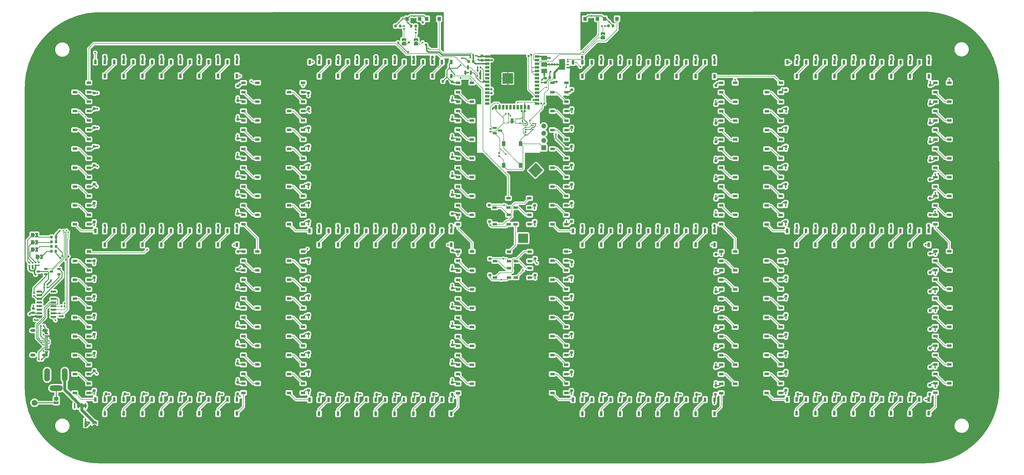
<source format=gbr>
%TF.GenerationSoftware,KiCad,Pcbnew,7.0.9*%
%TF.CreationDate,2024-01-05T23:33:25+01:00*%
%TF.ProjectId,ws2812-clock,77733238-3132-42d6-936c-6f636b2e6b69,rev?*%
%TF.SameCoordinates,Original*%
%TF.FileFunction,Copper,L1,Top*%
%TF.FilePolarity,Positive*%
%FSLAX46Y46*%
G04 Gerber Fmt 4.6, Leading zero omitted, Abs format (unit mm)*
G04 Created by KiCad (PCBNEW 7.0.9) date 2024-01-05 23:33:25*
%MOMM*%
%LPD*%
G01*
G04 APERTURE LIST*
G04 Aperture macros list*
%AMRoundRect*
0 Rectangle with rounded corners*
0 $1 Rounding radius*
0 $2 $3 $4 $5 $6 $7 $8 $9 X,Y pos of 4 corners*
0 Add a 4 corners polygon primitive as box body*
4,1,4,$2,$3,$4,$5,$6,$7,$8,$9,$2,$3,0*
0 Add four circle primitives for the rounded corners*
1,1,$1+$1,$2,$3*
1,1,$1+$1,$4,$5*
1,1,$1+$1,$6,$7*
1,1,$1+$1,$8,$9*
0 Add four rect primitives between the rounded corners*
20,1,$1+$1,$2,$3,$4,$5,0*
20,1,$1+$1,$4,$5,$6,$7,0*
20,1,$1+$1,$6,$7,$8,$9,0*
20,1,$1+$1,$8,$9,$2,$3,0*%
%AMFreePoly0*
4,1,6,1.000000,0.000000,0.500000,-0.750000,-0.500000,-0.750000,-0.500000,0.750000,0.500000,0.750000,1.000000,0.000000,1.000000,0.000000,$1*%
%AMFreePoly1*
4,1,6,0.500000,-0.750000,-0.650000,-0.750000,-0.150000,0.000000,-0.650000,0.750000,0.500000,0.750000,0.500000,-0.750000,0.500000,-0.750000,$1*%
%AMFreePoly2*
4,1,6,0.500000,-0.850000,-0.500000,-0.850000,-0.500000,0.550000,-0.200000,0.850000,0.500000,0.850000,0.500000,-0.850000,0.500000,-0.850000,$1*%
G04 Aperture macros list end*
%TA.AperFunction,SMDPad,CuDef*%
%ADD10R,1.500000X0.900000*%
%TD*%
%TA.AperFunction,SMDPad,CuDef*%
%ADD11R,0.900000X1.500000*%
%TD*%
%TA.AperFunction,SMDPad,CuDef*%
%ADD12R,0.900000X0.900000*%
%TD*%
%TA.AperFunction,SMDPad,CuDef*%
%ADD13R,3.800000X3.800000*%
%TD*%
%TA.AperFunction,HeatsinkPad*%
%ADD14C,0.600000*%
%TD*%
%TA.AperFunction,SMDPad,CuDef*%
%ADD15FreePoly0,90.000000*%
%TD*%
%TA.AperFunction,SMDPad,CuDef*%
%ADD16FreePoly1,90.000000*%
%TD*%
%TA.AperFunction,SMDPad,CuDef*%
%ADD17RoundRect,0.135000X-0.185000X0.135000X-0.185000X-0.135000X0.185000X-0.135000X0.185000X0.135000X0*%
%TD*%
%TA.AperFunction,SMDPad,CuDef*%
%ADD18RoundRect,0.225000X0.250000X-0.225000X0.250000X0.225000X-0.250000X0.225000X-0.250000X-0.225000X0*%
%TD*%
%TA.AperFunction,ComponentPad*%
%ADD19C,0.650000*%
%TD*%
%TA.AperFunction,ComponentPad*%
%ADD20O,2.100000X1.000000*%
%TD*%
%TA.AperFunction,ComponentPad*%
%ADD21O,1.800000X1.000000*%
%TD*%
%TA.AperFunction,SMDPad,CuDef*%
%ADD22R,1.150000X0.600000*%
%TD*%
%TA.AperFunction,SMDPad,CuDef*%
%ADD23R,1.150000X0.300000*%
%TD*%
%TA.AperFunction,SMDPad,CuDef*%
%ADD24RoundRect,0.225000X-0.225000X-0.250000X0.225000X-0.250000X0.225000X0.250000X-0.225000X0.250000X0*%
%TD*%
%TA.AperFunction,SMDPad,CuDef*%
%ADD25RoundRect,0.225000X0.225000X0.250000X-0.225000X0.250000X-0.225000X-0.250000X0.225000X-0.250000X0*%
%TD*%
%TA.AperFunction,SMDPad,CuDef*%
%ADD26RoundRect,0.218750X0.218750X0.256250X-0.218750X0.256250X-0.218750X-0.256250X0.218750X-0.256250X0*%
%TD*%
%TA.AperFunction,SMDPad,CuDef*%
%ADD27RoundRect,0.225000X-0.250000X0.225000X-0.250000X-0.225000X0.250000X-0.225000X0.250000X0.225000X0*%
%TD*%
%TA.AperFunction,SMDPad,CuDef*%
%ADD28RoundRect,0.140000X0.170000X-0.140000X0.170000X0.140000X-0.170000X0.140000X-0.170000X-0.140000X0*%
%TD*%
%TA.AperFunction,SMDPad,CuDef*%
%ADD29RoundRect,0.150000X-0.587500X-0.150000X0.587500X-0.150000X0.587500X0.150000X-0.587500X0.150000X0*%
%TD*%
%TA.AperFunction,ComponentPad*%
%ADD30R,1.700000X1.700000*%
%TD*%
%TA.AperFunction,ComponentPad*%
%ADD31O,1.700000X1.700000*%
%TD*%
%TA.AperFunction,SMDPad,CuDef*%
%ADD32RoundRect,0.140000X0.140000X0.170000X-0.140000X0.170000X-0.140000X-0.170000X0.140000X-0.170000X0*%
%TD*%
%TA.AperFunction,SMDPad,CuDef*%
%ADD33RoundRect,0.135000X0.185000X-0.135000X0.185000X0.135000X-0.185000X0.135000X-0.185000X-0.135000X0*%
%TD*%
%TA.AperFunction,SMDPad,CuDef*%
%ADD34RoundRect,0.135000X0.135000X0.185000X-0.135000X0.185000X-0.135000X-0.185000X0.135000X-0.185000X0*%
%TD*%
%TA.AperFunction,SMDPad,CuDef*%
%ADD35RoundRect,0.218750X-0.218750X-0.256250X0.218750X-0.256250X0.218750X0.256250X-0.218750X0.256250X0*%
%TD*%
%TA.AperFunction,SMDPad,CuDef*%
%ADD36FreePoly0,0.000000*%
%TD*%
%TA.AperFunction,SMDPad,CuDef*%
%ADD37FreePoly1,0.000000*%
%TD*%
%TA.AperFunction,SMDPad,CuDef*%
%ADD38R,1.220000X0.650000*%
%TD*%
%TA.AperFunction,SMDPad,CuDef*%
%ADD39RoundRect,0.150000X0.150000X-0.587500X0.150000X0.587500X-0.150000X0.587500X-0.150000X-0.587500X0*%
%TD*%
%TA.AperFunction,SMDPad,CuDef*%
%ADD40RoundRect,0.135000X-0.135000X-0.185000X0.135000X-0.185000X0.135000X0.185000X-0.135000X0.185000X0*%
%TD*%
%TA.AperFunction,SMDPad,CuDef*%
%ADD41R,1.150000X1.780000*%
%TD*%
%TA.AperFunction,ComponentPad*%
%ADD42C,2.000000*%
%TD*%
%TA.AperFunction,SMDPad,CuDef*%
%ADD43O,0.570000X1.950000*%
%TD*%
%TA.AperFunction,SMDPad,CuDef*%
%ADD44R,1.230000X1.360000*%
%TD*%
%TA.AperFunction,SMDPad,CuDef*%
%ADD45RoundRect,0.140000X-0.170000X0.140000X-0.170000X-0.140000X0.170000X-0.140000X0.170000X0.140000X0*%
%TD*%
%TA.AperFunction,SMDPad,CuDef*%
%ADD46O,0.770000X0.360000*%
%TD*%
%TA.AperFunction,SMDPad,CuDef*%
%ADD47R,0.550000X0.250000*%
%TD*%
%TA.AperFunction,SMDPad,CuDef*%
%ADD48FreePoly2,180.000000*%
%TD*%
%TA.AperFunction,SMDPad,CuDef*%
%ADD49R,2.000000X1.500000*%
%TD*%
%TA.AperFunction,SMDPad,CuDef*%
%ADD50R,2.000000X3.800000*%
%TD*%
%TA.AperFunction,SMDPad,CuDef*%
%ADD51FreePoly0,270.000000*%
%TD*%
%TA.AperFunction,SMDPad,CuDef*%
%ADD52FreePoly1,270.000000*%
%TD*%
%TA.AperFunction,ComponentPad*%
%ADD53O,2.000000X4.600000*%
%TD*%
%TA.AperFunction,ComponentPad*%
%ADD54O,4.600000X2.000000*%
%TD*%
%TA.AperFunction,SMDPad,CuDef*%
%ADD55RoundRect,0.150000X0.825000X0.150000X-0.825000X0.150000X-0.825000X-0.150000X0.825000X-0.150000X0*%
%TD*%
%TA.AperFunction,ViaPad*%
%ADD56C,0.600000*%
%TD*%
%TA.AperFunction,ViaPad*%
%ADD57C,0.700000*%
%TD*%
%TA.AperFunction,ViaPad*%
%ADD58C,0.800000*%
%TD*%
%TA.AperFunction,ViaPad*%
%ADD59C,0.500000*%
%TD*%
%TA.AperFunction,Conductor*%
%ADD60C,0.400000*%
%TD*%
%TA.AperFunction,Conductor*%
%ADD61C,0.500000*%
%TD*%
%TA.AperFunction,Conductor*%
%ADD62C,0.200000*%
%TD*%
%TA.AperFunction,Conductor*%
%ADD63C,0.250000*%
%TD*%
%TA.AperFunction,Conductor*%
%ADD64C,0.300000*%
%TD*%
%TA.AperFunction,Conductor*%
%ADD65C,0.750000*%
%TD*%
%TA.AperFunction,Conductor*%
%ADD66C,0.600000*%
%TD*%
%TA.AperFunction,Conductor*%
%ADD67C,1.000000*%
%TD*%
%TA.AperFunction,Conductor*%
%ADD68C,0.160000*%
%TD*%
%TA.AperFunction,Conductor*%
%ADD69C,0.150000*%
%TD*%
%TA.AperFunction,Conductor*%
%ADD70C,0.130000*%
%TD*%
G04 APERTURE END LIST*
D10*
%TO.P,U1,1,GND*%
%TO.N,GND*%
X187050000Y-64750000D03*
%TO.P,U1,2,VDD*%
%TO.N,+3.3V*%
X187050000Y-66020000D03*
%TO.P,U1,3,EN*%
%TO.N,/EN*%
X187050000Y-67290000D03*
%TO.P,U1,4,SENSOR_VP*%
%TO.N,unconnected-(U1-SENSOR_VP-Pad4)*%
X187050000Y-68560000D03*
%TO.P,U1,5,SENSOR_VN*%
%TO.N,unconnected-(U1-SENSOR_VN-Pad5)*%
X187050000Y-69830000D03*
%TO.P,U1,6,IO34*%
%TO.N,unconnected-(U1-IO34-Pad6)*%
X187050000Y-71100000D03*
%TO.P,U1,7,IO35*%
%TO.N,unconnected-(U1-IO35-Pad7)*%
X187050000Y-72370000D03*
%TO.P,U1,8,IO32*%
%TO.N,/LEDS*%
X187050000Y-73640000D03*
%TO.P,U1,9,IO33*%
%TO.N,unconnected-(U1-IO33-Pad9)*%
X187050000Y-74910000D03*
%TO.P,U1,10,IO25*%
%TO.N,/SDA*%
X187050000Y-76180000D03*
%TO.P,U1,11,IO26*%
%TO.N,/SCL*%
X187050000Y-77450000D03*
%TO.P,U1,12,IO27*%
%TO.N,unconnected-(U1-IO27-Pad12)*%
X187050000Y-78720000D03*
%TO.P,U1,13,IO14*%
%TO.N,unconnected-(U1-IO14-Pad13)*%
X187050000Y-79990000D03*
%TO.P,U1,14,IO12*%
%TO.N,unconnected-(U1-IO12-Pad14)*%
X187050000Y-81260000D03*
D11*
%TO.P,U1,15,GND*%
%TO.N,GND*%
X190090000Y-82510000D03*
%TO.P,U1,16,IO13*%
%TO.N,/BEEPER*%
X191360000Y-82510000D03*
%TO.P,U1,17,SHD/SD2*%
%TO.N,unconnected-(U1-SHD{slash}SD2-Pad17)*%
X192630000Y-82510000D03*
%TO.P,U1,18,SWP/SD3*%
%TO.N,unconnected-(U1-SWP{slash}SD3-Pad18)*%
X193900000Y-82510000D03*
%TO.P,U1,19,SCS/CMD*%
%TO.N,unconnected-(U1-SCS{slash}CMD-Pad19)*%
X195170000Y-82510000D03*
%TO.P,U1,20,SCK/CLK*%
%TO.N,unconnected-(U1-SCK{slash}CLK-Pad20)*%
X196440000Y-82510000D03*
%TO.P,U1,21,SDO/SD0*%
%TO.N,unconnected-(U1-SDO{slash}SD0-Pad21)*%
X197710000Y-82510000D03*
%TO.P,U1,22,SDI/SD1*%
%TO.N,unconnected-(U1-SDI{slash}SD1-Pad22)*%
X198980000Y-82510000D03*
%TO.P,U1,23,IO15*%
%TO.N,/AP_STATUS_LED*%
X200250000Y-82510000D03*
%TO.P,U1,24,IO2*%
%TO.N,unconnected-(U1-IO2-Pad24)*%
X201520000Y-82510000D03*
D10*
%TO.P,U1,25,IO0*%
%TO.N,/IO0*%
X204550000Y-81260000D03*
%TO.P,U1,26,IO4*%
%TO.N,/BARREL_JACK_STATUS*%
X204550000Y-79990000D03*
%TO.P,U1,27,IO16*%
%TO.N,/STA_STATUS_LED*%
X204550000Y-78720000D03*
%TO.P,U1,28,IO17*%
%TO.N,/ALARM_STATUS_LED*%
X204550000Y-77450000D03*
%TO.P,U1,29,IO5*%
%TO.N,unconnected-(U1-IO5-Pad29)*%
X204550000Y-76180000D03*
%TO.P,U1,30,IO18*%
%TO.N,unconnected-(U1-IO18-Pad30)*%
X204550000Y-74910000D03*
%TO.P,U1,31,IO19*%
%TO.N,unconnected-(U1-IO19-Pad31)*%
X204550000Y-73640000D03*
%TO.P,U1,32,NC*%
%TO.N,unconnected-(U1-NC-Pad32)*%
X204550000Y-72370000D03*
%TO.P,U1,33,IO21*%
%TO.N,/TOGGLE_AP*%
X204550000Y-71100000D03*
%TO.P,U1,34,RXD0/IO3*%
%TO.N,/ESP_RX*%
X204550000Y-69830000D03*
%TO.P,U1,35,TXD0/IO1*%
%TO.N,/ESP_TX*%
X204550000Y-68560000D03*
%TO.P,U1,36,IO22*%
%TO.N,/TOGGLE_ALARM*%
X204550000Y-67290000D03*
%TO.P,U1,37,IO23*%
%TO.N,/SNOOZE_ALARM*%
X204550000Y-66020000D03*
%TO.P,U1,38,GND*%
%TO.N,GND*%
X204550000Y-64750000D03*
D12*
%TO.P,U1,39,GND*%
X192900000Y-73870000D03*
X192900000Y-71070000D03*
D13*
X194300000Y-72470000D03*
D14*
X192900000Y-71770000D03*
D12*
X195700000Y-73870000D03*
D14*
X195000000Y-72470000D03*
D12*
X194300000Y-71070000D03*
D14*
X195700000Y-73170000D03*
D12*
X195700000Y-71070000D03*
D14*
X193600000Y-73870000D03*
X192900000Y-73170000D03*
X193600000Y-72470000D03*
X195700000Y-71770000D03*
X193600000Y-71070000D03*
X194275000Y-71770000D03*
D12*
X192900000Y-72470000D03*
D14*
X195000000Y-71070000D03*
X195000000Y-73870000D03*
D12*
X194300000Y-72470000D03*
X195700000Y-72470000D03*
X194300000Y-73870000D03*
D14*
X194275000Y-73170000D03*
%TD*%
D10*
%TO.P,D73,1,VDD*%
%TO.N,+5V*%
X117600000Y-133100000D03*
%TO.P,D73,2,DOUT*%
%TO.N,Net-(D73-DOUT)*%
X117600000Y-136400000D03*
%TO.P,D73,3,VSS*%
%TO.N,GND*%
X122500000Y-136400000D03*
%TO.P,D73,4,DIN*%
%TO.N,Net-(D72-DOUT)*%
X122500000Y-133100000D03*
%TD*%
%TO.P,D4,1,VDD*%
%TO.N,+5V*%
X42450000Y-93810000D03*
%TO.P,D4,2,DOUT*%
%TO.N,Net-(D4-DOUT)*%
X42450000Y-97110000D03*
%TO.P,D4,3,VSS*%
%TO.N,GND*%
X47350000Y-97110000D03*
%TO.P,D4,4,DIN*%
%TO.N,Net-(D3-DOUT)*%
X47350000Y-93810000D03*
%TD*%
D11*
%TO.P,D51,1,VDD*%
%TO.N,+5V*%
X62920000Y-71550000D03*
%TO.P,D51,2,DOUT*%
%TO.N,Net-(D51-DOUT)*%
X66220000Y-71550000D03*
%TO.P,D51,3,VSS*%
%TO.N,GND*%
X66220000Y-66650000D03*
%TO.P,D51,4,DIN*%
%TO.N,Net-(D50-DOUT)*%
X62920000Y-66650000D03*
%TD*%
%TO.P,D81,1,VDD*%
%TO.N,+5V*%
X124800000Y-190000000D03*
%TO.P,D81,2,DOUT*%
%TO.N,Net-(D81-DOUT)*%
X128100000Y-190000000D03*
%TO.P,D81,3,VSS*%
%TO.N,GND*%
X128100000Y-185100000D03*
%TO.P,D81,4,DIN*%
%TO.N,Net-(D80-DOUT)*%
X124800000Y-185100000D03*
%TD*%
D10*
%TO.P,D155,1,VDD*%
%TO.N,+5V*%
X273999999Y-169560000D03*
%TO.P,D155,2,DOUT*%
%TO.N,Net-(D155-DOUT)*%
X273999999Y-166260000D03*
%TO.P,D155,3,VSS*%
%TO.N,GND*%
X269099999Y-166260000D03*
%TO.P,D155,4,DIN*%
%TO.N,Net-(D154-DOUT)*%
X269099999Y-169560000D03*
%TD*%
%TO.P,D46,1,VDD*%
%TO.N,+5V*%
X106500000Y-90499999D03*
%TO.P,D46,2,DOUT*%
%TO.N,Net-(D46-DOUT)*%
X106500000Y-87199999D03*
%TO.P,D46,3,VSS*%
%TO.N,GND*%
X101600000Y-87199999D03*
%TO.P,D46,4,DIN*%
%TO.N,Net-(D45-DOUT)*%
X101600000Y-90499999D03*
%TD*%
%TO.P,D43,1,VDD*%
%TO.N,+5V*%
X106500001Y-110359999D03*
%TO.P,D43,2,DOUT*%
%TO.N,Net-(D43-DOUT)*%
X106500001Y-107059999D03*
%TO.P,D43,3,VSS*%
%TO.N,GND*%
X101600001Y-107059999D03*
%TO.P,D43,4,DIN*%
%TO.N,Net-(D42-DOUT)*%
X101600001Y-110359999D03*
%TD*%
D15*
%TO.P,JP5,1,A*%
%TO.N,/ALARM_STATUS_LED*%
X227600000Y-58225000D03*
D16*
%TO.P,JP5,2,B*%
%TO.N,Net-(JP5-B)*%
X227600000Y-56775000D03*
%TD*%
D10*
%TO.P,D198,1,VDD*%
%TO.N,+5V*%
X285050000Y-166200000D03*
%TO.P,D198,2,DOUT*%
%TO.N,Net-(D198-DOUT)*%
X285050000Y-169500000D03*
%TO.P,D198,3,VSS*%
%TO.N,GND*%
X289950000Y-169500000D03*
%TO.P,D198,4,DIN*%
%TO.N,Net-(D197-DOUT)*%
X289950000Y-166200000D03*
%TD*%
D17*
%TO.P,R14,1*%
%TO.N,Net-(D237-A)*%
X162052000Y-55370000D03*
%TO.P,R14,2*%
%TO.N,Net-(JP3-B)*%
X162052000Y-56390000D03*
%TD*%
D18*
%TO.P,C100,1*%
%TO.N,+5V*%
X174800000Y-101600000D03*
%TO.P,C100,2*%
%TO.N,GND*%
X174800000Y-100050000D03*
%TD*%
D11*
%TO.P,D192,1,VDD*%
%TO.N,+5V*%
X338590000Y-130800001D03*
%TO.P,D192,2,DOUT*%
%TO.N,Net-(D192-DOUT)*%
X341890000Y-130800001D03*
%TO.P,D192,3,VSS*%
%TO.N,GND*%
X341890000Y-125900001D03*
%TO.P,D192,4,DIN*%
%TO.N,Net-(D191-DOUT)*%
X338590000Y-125900001D03*
%TD*%
D19*
%TO.P,USBC1,*%
%TO.N,*%
X31457500Y-162265000D03*
X31457500Y-168045000D03*
D20*
%TO.P,USBC1,1,SHIELD*%
%TO.N,GND*%
X31957500Y-160835000D03*
D21*
%TO.P,USBC1,2,SHIELD*%
X27777500Y-160835000D03*
%TO.P,USBC1,3,SHIELD*%
X27777500Y-169475000D03*
D20*
%TO.P,USBC1,4,SHIELD*%
X31957500Y-169475000D03*
D22*
%TO.P,USBC1,A1-B12,GND*%
X32517500Y-161955000D03*
%TO.P,USBC1,A4-B9,VBUS*%
%TO.N,+5V*%
X32517500Y-162755000D03*
D23*
%TO.P,USBC1,A5,CC1*%
%TO.N,Net-(USBC1-CC1)*%
X32517500Y-163905000D03*
%TO.P,USBC1,A6,DP1*%
%TO.N,/Flasher/USB_DP*%
X32517500Y-164905000D03*
%TO.P,USBC1,A7,DN1*%
%TO.N,/Flasher/USB_DN*%
X32517500Y-165405000D03*
%TO.P,USBC1,A8,SBU1*%
%TO.N,unconnected-(USBC1-SBU1-PadA8)*%
X32517500Y-166405000D03*
D22*
%TO.P,USBC1,B1-A12,GND*%
%TO.N,GND*%
X32517500Y-168355000D03*
%TO.P,USBC1,B4-A9,VBUS*%
%TO.N,+5V*%
X32517500Y-167555000D03*
D23*
%TO.P,USBC1,B5,CC2*%
%TO.N,Net-(USBC1-CC2)*%
X32517500Y-166905000D03*
%TO.P,USBC1,B6,DP2*%
%TO.N,/Flasher/USB_DP*%
X32517500Y-165905000D03*
%TO.P,USBC1,B7,DN2*%
%TO.N,/Flasher/USB_DN*%
X32517500Y-164405000D03*
%TO.P,USBC1,B8,SBU2*%
%TO.N,unconnected-(USBC1-SBU2-PadB8)*%
X32517500Y-163405000D03*
%TD*%
D10*
%TO.P,D200,1,VDD*%
%TO.N,+5V*%
X285067500Y-179417500D03*
%TO.P,D200,2,DOUT*%
%TO.N,Net-(D200-DOUT)*%
X285067500Y-182717500D03*
%TO.P,D200,3,VSS*%
%TO.N,GND*%
X289967500Y-182717500D03*
%TO.P,D200,4,DIN*%
%TO.N,Net-(D199-DOUT)*%
X289967500Y-179417500D03*
%TD*%
D24*
%TO.P,C172,1*%
%TO.N,+5V*%
X238765000Y-64985000D03*
%TO.P,C172,2*%
%TO.N,GND*%
X240315000Y-64985000D03*
%TD*%
D10*
%TO.P,D94,1,VDD*%
%TO.N,+5V*%
X181740000Y-149720000D03*
%TO.P,D94,2,DOUT*%
%TO.N,Net-(D94-DOUT)*%
X181740000Y-146420000D03*
%TO.P,D94,3,VSS*%
%TO.N,GND*%
X176840000Y-146420000D03*
%TO.P,D94,4,DIN*%
%TO.N,Net-(D93-DOUT)*%
X176840000Y-149720000D03*
%TD*%
D24*
%TO.P,C232,1*%
%TO.N,+5V*%
X340350000Y-65000000D03*
%TO.P,C232,2*%
%TO.N,GND*%
X341900000Y-65000000D03*
%TD*%
D17*
%TO.P,R5,1*%
%TO.N,/ESP_RX*%
X37120000Y-154790000D03*
%TO.P,R5,2*%
%TO.N,+3.3V*%
X37120000Y-155810000D03*
%TD*%
D25*
%TO.P,C243,1*%
%TO.N,+3.3V*%
X210579000Y-72136000D03*
%TO.P,C243,2*%
%TO.N,GND*%
X209029000Y-72136000D03*
%TD*%
D11*
%TO.P,D227,1,VDD*%
%TO.N,+5V*%
X305540000Y-71700001D03*
%TO.P,D227,2,DOUT*%
%TO.N,Net-(D227-DOUT)*%
X308840000Y-71700001D03*
%TO.P,D227,3,VSS*%
%TO.N,GND*%
X308840000Y-66800001D03*
%TO.P,D227,4,DIN*%
%TO.N,Net-(D226-DOUT)*%
X305540000Y-66800001D03*
%TD*%
D26*
%TO.P,D239,1,K*%
%TO.N,GND*%
X231187500Y-53940000D03*
%TO.P,D239,2,A*%
%TO.N,Net-(D239-A)*%
X229612500Y-53940000D03*
%TD*%
D10*
%TO.P,D194,1,VDD*%
%TO.N,+5V*%
X285050000Y-139720000D03*
%TO.P,D194,2,DOUT*%
%TO.N,Net-(D194-DOUT)*%
X285050000Y-143020000D03*
%TO.P,D194,3,VSS*%
%TO.N,GND*%
X289950000Y-143020000D03*
%TO.P,D194,4,DIN*%
%TO.N,Net-(D193-DOUT)*%
X289950000Y-139720000D03*
%TD*%
D11*
%TO.P,D111,1,VDD*%
%TO.N,+5V*%
X164580000Y-71600000D03*
%TO.P,D111,2,DOUT*%
%TO.N,Net-(D111-DOUT)*%
X167880000Y-71600000D03*
%TO.P,D111,3,VSS*%
%TO.N,GND*%
X167880000Y-66700000D03*
%TO.P,D111,4,DIN*%
%TO.N,Net-(D110-DOUT)*%
X164580000Y-66700000D03*
%TD*%
D18*
%TO.P,C40,1*%
%TO.N,+5V*%
X99700000Y-134725000D03*
%TO.P,C40,2*%
%TO.N,GND*%
X99700000Y-133175000D03*
%TD*%
%TO.P,C97,1*%
%TO.N,+5V*%
X174800000Y-121425000D03*
%TO.P,C97,2*%
%TO.N,GND*%
X174800000Y-119875000D03*
%TD*%
D24*
%TO.P,C135,1*%
%TO.N,+5V*%
X258650000Y-124100000D03*
%TO.P,C135,2*%
%TO.N,GND*%
X260200000Y-124100000D03*
%TD*%
D11*
%TO.P,D134,1,VDD*%
%TO.N,+5V*%
X250200001Y-130800000D03*
%TO.P,D134,2,DOUT*%
%TO.N,Net-(D134-DOUT)*%
X253500001Y-130800000D03*
%TO.P,D134,3,VSS*%
%TO.N,GND*%
X253500001Y-125900000D03*
%TO.P,D134,4,DIN*%
%TO.N,Net-(D133-DOUT)*%
X250200001Y-125900000D03*
%TD*%
%TO.P,D84,1,VDD*%
%TO.N,+5V*%
X144660001Y-190000000D03*
%TO.P,D84,2,DOUT*%
%TO.N,Net-(D84-DOUT)*%
X147960001Y-190000000D03*
%TO.P,D84,3,VSS*%
%TO.N,GND*%
X147960001Y-185100000D03*
%TO.P,D84,4,DIN*%
%TO.N,Net-(D83-DOUT)*%
X144660001Y-185100000D03*
%TD*%
D27*
%TO.P,C115,1*%
%TO.N,+5V*%
X203700000Y-115425000D03*
%TO.P,C115,2*%
%TO.N,GND*%
X203700000Y-116975000D03*
%TD*%
D18*
%TO.P,C209,1*%
%TO.N,+5V*%
X342300000Y-181575000D03*
%TO.P,C209,2*%
%TO.N,GND*%
X342300000Y-180025000D03*
%TD*%
D10*
%TO.P,D125,1,VDD*%
%TO.N,+5V*%
X209912500Y-100462500D03*
%TO.P,D125,2,DOUT*%
%TO.N,Net-(D125-DOUT)*%
X209912500Y-103762500D03*
%TO.P,D125,3,VSS*%
%TO.N,GND*%
X214812500Y-103762500D03*
%TO.P,D125,4,DIN*%
%TO.N,Net-(D124-DOUT)*%
X214812500Y-100462500D03*
%TD*%
D24*
%TO.P,C72,1*%
%TO.N,+5V*%
X172890000Y-124040000D03*
%TO.P,C72,2*%
%TO.N,GND*%
X174440000Y-124040000D03*
%TD*%
D28*
%TO.P,C241,1*%
%TO.N,GND*%
X206248000Y-73914000D03*
%TO.P,C241,2*%
%TO.N,+5V*%
X206248000Y-72954000D03*
%TD*%
D10*
%TO.P,D41,1,VDD*%
%TO.N,+5V*%
X106500000Y-123600000D03*
%TO.P,D41,2,DOUT*%
%TO.N,Net-(D41-DOUT)*%
X106500000Y-120300000D03*
%TO.P,D41,3,VSS*%
%TO.N,GND*%
X101600000Y-120300000D03*
%TO.P,D41,4,DIN*%
%TO.N,Net-(D40-DOUT)*%
X101600000Y-123600000D03*
%TD*%
D24*
%TO.P,C25,1*%
%TO.N,+5V*%
X51803000Y-183134000D03*
%TO.P,C25,2*%
%TO.N,GND*%
X53353000Y-183134000D03*
%TD*%
D18*
%TO.P,C42,1*%
%TO.N,+5V*%
X99568000Y-114834000D03*
%TO.P,C42,2*%
%TO.N,GND*%
X99568000Y-113284000D03*
%TD*%
D27*
%TO.P,C121,1*%
%TO.N,+5V*%
X216675000Y-74825000D03*
%TO.P,C121,2*%
%TO.N,GND*%
X216675000Y-76375000D03*
%TD*%
%TO.P,C23,1*%
%TO.N,+5V*%
X49276000Y-173456000D03*
%TO.P,C23,2*%
%TO.N,GND*%
X49276000Y-175006000D03*
%TD*%
D11*
%TO.P,D203,1,VDD*%
%TO.N,+5V*%
X305490001Y-189900000D03*
%TO.P,D203,2,DOUT*%
%TO.N,Net-(D203-DOUT)*%
X308790001Y-189900000D03*
%TO.P,D203,3,VSS*%
%TO.N,GND*%
X308790001Y-185000000D03*
%TO.P,D203,4,DIN*%
%TO.N,Net-(D202-DOUT)*%
X305490001Y-185000000D03*
%TD*%
D10*
%TO.P,D128,1,VDD*%
%TO.N,+5V*%
X209900000Y-120300000D03*
%TO.P,D128,2,DOUT*%
%TO.N,Net-(D128-DOUT)*%
X209900000Y-123600000D03*
%TO.P,D128,3,VSS*%
%TO.N,GND*%
X214800000Y-123600000D03*
%TO.P,D128,4,DIN*%
%TO.N,Net-(D127-DOUT)*%
X214800000Y-120300000D03*
%TD*%
%TO.P,D138,1,VDD*%
%TO.N,+5V*%
X209900000Y-139720000D03*
%TO.P,D138,2,DOUT*%
%TO.N,Net-(D138-DOUT)*%
X209900000Y-143020000D03*
%TO.P,D138,3,VSS*%
%TO.N,GND*%
X214800000Y-143020000D03*
%TO.P,D138,4,DIN*%
%TO.N,Net-(D137-DOUT)*%
X214800000Y-139720000D03*
%TD*%
D24*
%TO.P,C31,1*%
%TO.N,+5V*%
X91427000Y-183134000D03*
%TO.P,C31,2*%
%TO.N,GND*%
X92977000Y-183134000D03*
%TD*%
%TO.P,C68,1*%
%TO.N,+5V*%
X146400000Y-124050000D03*
%TO.P,C68,2*%
%TO.N,GND*%
X147950000Y-124050000D03*
%TD*%
D10*
%TO.P,D137,1,VDD*%
%TO.N,+5V*%
X209900000Y-133100000D03*
%TO.P,D137,2,DOUT*%
%TO.N,Net-(D137-DOUT)*%
X209900000Y-136400000D03*
%TO.P,D137,3,VSS*%
%TO.N,GND*%
X214800000Y-136400000D03*
%TO.P,D137,4,DIN*%
%TO.N,Net-(D136-DOUT)*%
X214800000Y-133100000D03*
%TD*%
%TO.P,D218,1,VDD*%
%TO.N,+5V*%
X349100000Y-116980000D03*
%TO.P,D218,2,DOUT*%
%TO.N,Net-(D218-DOUT)*%
X349100000Y-113680000D03*
%TO.P,D218,3,VSS*%
%TO.N,GND*%
X344200000Y-113680000D03*
%TO.P,D218,4,DIN*%
%TO.N,Net-(D217-DOUT)*%
X344200000Y-116980000D03*
%TD*%
D11*
%TO.P,D207,1,VDD*%
%TO.N,+5V*%
X331970001Y-189900000D03*
%TO.P,D207,2,DOUT*%
%TO.N,Net-(D207-DOUT)*%
X335270001Y-189900000D03*
%TO.P,D207,3,VSS*%
%TO.N,GND*%
X335270001Y-185000000D03*
%TO.P,D207,4,DIN*%
%TO.N,Net-(D206-DOUT)*%
X331970001Y-185000000D03*
%TD*%
D18*
%TO.P,C90,1*%
%TO.N,+5V*%
X174800000Y-174025000D03*
%TO.P,C90,2*%
%TO.N,GND*%
X174800000Y-172475000D03*
%TD*%
D11*
%TO.P,D149,1,VDD*%
%TO.N,+5V*%
X243580000Y-189999999D03*
%TO.P,D149,2,DOUT*%
%TO.N,Net-(D149-DOUT)*%
X246880000Y-189999999D03*
%TO.P,D149,3,VSS*%
%TO.N,GND*%
X246880000Y-185099999D03*
%TO.P,D149,4,DIN*%
%TO.N,Net-(D148-DOUT)*%
X243580000Y-185099999D03*
%TD*%
D18*
%TO.P,C157,1*%
%TO.N,+5V*%
X267275000Y-155425000D03*
%TO.P,C157,2*%
%TO.N,GND*%
X267275000Y-153875000D03*
%TD*%
D24*
%TO.P,C66,1*%
%TO.N,+5V*%
X133175000Y-124050000D03*
%TO.P,C66,2*%
%TO.N,GND*%
X134725000Y-124050000D03*
%TD*%
%TO.P,C69,1*%
%TO.N,+5V*%
X153075000Y-124050000D03*
%TO.P,C69,2*%
%TO.N,GND*%
X154625000Y-124050000D03*
%TD*%
D10*
%TO.P,D77,1,VDD*%
%TO.N,+5V*%
X117600000Y-159580000D03*
%TO.P,D77,2,DOUT*%
%TO.N,Net-(D77-DOUT)*%
X117600000Y-162880000D03*
%TO.P,D77,3,VSS*%
%TO.N,GND*%
X122500000Y-162880000D03*
%TO.P,D77,4,DIN*%
%TO.N,Net-(D76-DOUT)*%
X122500000Y-159580000D03*
%TD*%
D18*
%TO.P,C223,1*%
%TO.N,+5V*%
X342400000Y-82975000D03*
%TO.P,C223,2*%
%TO.N,GND*%
X342400000Y-81425000D03*
%TD*%
D10*
%TO.P,D2,1,VDD*%
%TO.N,+5V*%
X42450000Y-80570000D03*
%TO.P,D2,2,DOUT*%
%TO.N,Net-(D2-DOUT)*%
X42450000Y-83870000D03*
%TO.P,D2,3,VSS*%
%TO.N,GND*%
X47350000Y-83870000D03*
%TO.P,D2,4,DIN*%
%TO.N,Net-(D1-DOUT)*%
X47350000Y-80570000D03*
%TD*%
D18*
%TO.P,C41,1*%
%TO.N,+5V*%
X99568000Y-121425000D03*
%TO.P,C41,2*%
%TO.N,GND*%
X99568000Y-119875000D03*
%TD*%
%TO.P,C101,1*%
%TO.N,+5V*%
X174800000Y-94975000D03*
%TO.P,C101,2*%
%TO.N,GND*%
X174800000Y-93425000D03*
%TD*%
D10*
%TO.P,D215,1,VDD*%
%TO.N,+5V*%
X349100001Y-142979999D03*
%TO.P,D215,2,DOUT*%
%TO.N,Net-(D215-DOUT)*%
X349100001Y-139679999D03*
%TO.P,D215,3,VSS*%
%TO.N,GND*%
X344200001Y-139679999D03*
%TO.P,D215,4,DIN*%
%TO.N,Net-(D214-DOUT)*%
X344200001Y-142979999D03*
%TD*%
D11*
%TO.P,D52,1,VDD*%
%TO.N,+5V*%
X69539999Y-71550000D03*
%TO.P,D52,2,DOUT*%
%TO.N,Net-(D52-DOUT)*%
X72839999Y-71550000D03*
%TO.P,D52,3,VSS*%
%TO.N,GND*%
X72839999Y-66650000D03*
%TO.P,D52,4,DIN*%
%TO.N,Net-(D51-DOUT)*%
X69539999Y-66650000D03*
%TD*%
%TO.P,D71,1,VDD*%
%TO.N,+5V*%
X164520001Y-130800000D03*
%TO.P,D71,2,DOUT*%
%TO.N,Net-(D71-DOUT)*%
X167820001Y-130800000D03*
%TO.P,D71,3,VSS*%
%TO.N,GND*%
X167820001Y-125900000D03*
%TO.P,D71,4,DIN*%
%TO.N,Net-(D70-DOUT)*%
X164520001Y-125900000D03*
%TD*%
D24*
%TO.P,C171,1*%
%TO.N,+5V*%
X232124999Y-65000000D03*
%TO.P,C171,2*%
%TO.N,GND*%
X233674999Y-65000000D03*
%TD*%
D10*
%TO.P,D6,1,VDD*%
%TO.N,+5V*%
X42450000Y-107050000D03*
%TO.P,D6,2,DOUT*%
%TO.N,Net-(D6-DOUT)*%
X42450000Y-110350000D03*
%TO.P,D6,3,VSS*%
%TO.N,GND*%
X47350000Y-110350000D03*
%TO.P,D6,4,DIN*%
%TO.N,Net-(D5-DOUT)*%
X47350000Y-107050000D03*
%TD*%
D27*
%TO.P,C144,1*%
%TO.N,+5V*%
X216600000Y-180400000D03*
%TO.P,C144,2*%
%TO.N,GND*%
X216600000Y-181950000D03*
%TD*%
D10*
%TO.P,D119,1,VDD*%
%TO.N,+5V*%
X197100000Y-133200000D03*
%TO.P,D119,2,DOUT*%
%TO.N,Net-(D119-DOUT)*%
X197100000Y-136500000D03*
%TO.P,D119,3,VSS*%
%TO.N,GND*%
X202000000Y-136500000D03*
%TO.P,D119,4,DIN*%
%TO.N,Net-(D118-DOUT)*%
X202000000Y-133200000D03*
%TD*%
D24*
%TO.P,C82,1*%
%TO.N,+5V*%
X133525000Y-183300000D03*
%TO.P,C82,2*%
%TO.N,GND*%
X135075000Y-183300000D03*
%TD*%
D29*
%TO.P,Q3,1,G*%
%TO.N,/BEEPER*%
X189725000Y-89750000D03*
%TO.P,Q3,2,S*%
%TO.N,GND*%
X189725000Y-91650000D03*
%TO.P,Q3,3,D*%
%TO.N,Net-(BZ1-+)*%
X191600000Y-90700000D03*
%TD*%
D30*
%TO.P,J2,1,Pin_1*%
%TO.N,+3.3V*%
X206880000Y-96770000D03*
D31*
%TO.P,J2,2,Pin_2*%
%TO.N,/SDA*%
X206880000Y-94230000D03*
%TO.P,J2,3,Pin_3*%
%TO.N,/SCL*%
X206880000Y-91690000D03*
%TO.P,J2,4,Pin_4*%
%TO.N,GND*%
X206880000Y-89150000D03*
%TD*%
D27*
%TO.P,C193,1*%
%TO.N,+5V*%
X291800000Y-134525000D03*
%TO.P,C193,2*%
%TO.N,GND*%
X291800000Y-136075000D03*
%TD*%
D18*
%TO.P,C168,1*%
%TO.N,+5V*%
X267250000Y-76450000D03*
%TO.P,C168,2*%
%TO.N,GND*%
X267250000Y-74900000D03*
%TD*%
D27*
%TO.P,C140,1*%
%TO.N,+5V*%
X216625000Y-153800000D03*
%TO.P,C140,2*%
%TO.N,GND*%
X216625000Y-155350000D03*
%TD*%
%TO.P,C24,1*%
%TO.N,+5V*%
X49276000Y-180327000D03*
%TO.P,C24,2*%
%TO.N,GND*%
X49276000Y-181877000D03*
%TD*%
D10*
%TO.P,D124,1,VDD*%
%TO.N,+5V*%
X209912500Y-93842500D03*
%TO.P,D124,2,DOUT*%
%TO.N,Net-(D124-DOUT)*%
X209912500Y-97142500D03*
%TO.P,D124,3,VSS*%
%TO.N,GND*%
X214812500Y-97142500D03*
%TO.P,D124,4,DIN*%
%TO.N,Net-(D123-DOUT)*%
X214812500Y-93842500D03*
%TD*%
D24*
%TO.P,C189,1*%
%TO.N,+5V*%
X320500000Y-124050000D03*
%TO.P,C189,2*%
%TO.N,GND*%
X322050000Y-124050000D03*
%TD*%
D10*
%TO.P,D223,1,VDD*%
%TO.N,+5V*%
X349100000Y-83880001D03*
%TO.P,D223,2,DOUT*%
%TO.N,Net-(D223-DOUT)*%
X349100000Y-80580001D03*
%TO.P,D223,3,VSS*%
%TO.N,GND*%
X344200000Y-80580001D03*
%TO.P,D223,4,DIN*%
%TO.N,Net-(D222-DOUT)*%
X344200000Y-83880001D03*
%TD*%
D18*
%TO.P,C93,1*%
%TO.N,+5V*%
X174800000Y-154175000D03*
%TO.P,C93,2*%
%TO.N,GND*%
X174800000Y-152625000D03*
%TD*%
D32*
%TO.P,C235,1*%
%TO.N,GND*%
X38834000Y-152400000D03*
%TO.P,C235,2*%
%TO.N,Net-(U2-V3)*%
X37874000Y-152400000D03*
%TD*%
D10*
%TO.P,D209,1,VDD*%
%TO.N,+5V*%
X349100000Y-182700000D03*
%TO.P,D209,2,DOUT*%
%TO.N,Net-(D209-DOUT)*%
X349100000Y-179400000D03*
%TO.P,D209,3,VSS*%
%TO.N,GND*%
X344200000Y-179400000D03*
%TO.P,D209,4,DIN*%
%TO.N,Net-(D208-DOUT)*%
X344200000Y-182700000D03*
%TD*%
%TO.P,D140,1,VDD*%
%TO.N,+5V*%
X209900000Y-152960000D03*
%TO.P,D140,2,DOUT*%
%TO.N,Net-(D140-DOUT)*%
X209900000Y-156260000D03*
%TO.P,D140,3,VSS*%
%TO.N,GND*%
X214800000Y-156260000D03*
%TO.P,D140,4,DIN*%
%TO.N,Net-(D139-DOUT)*%
X214800000Y-152960000D03*
%TD*%
D24*
%TO.P,C190,1*%
%TO.N,+5V*%
X327100000Y-124050000D03*
%TO.P,C190,2*%
%TO.N,GND*%
X328650000Y-124050000D03*
%TD*%
%TO.P,C226,1*%
%TO.N,+5V*%
X300750000Y-64950000D03*
%TO.P,C226,2*%
%TO.N,GND*%
X302300000Y-64950000D03*
%TD*%
D27*
%TO.P,C5,1*%
%TO.N,+5V*%
X49276000Y-101346000D03*
%TO.P,C5,2*%
%TO.N,GND*%
X49276000Y-102896000D03*
%TD*%
D24*
%TO.P,C231,1*%
%TO.N,+5V*%
X333850000Y-64950000D03*
%TO.P,C231,2*%
%TO.N,GND*%
X335400000Y-64950000D03*
%TD*%
D18*
%TO.P,C46,1*%
%TO.N,+5V*%
X99600000Y-88400000D03*
%TO.P,C46,2*%
%TO.N,GND*%
X99600000Y-86850000D03*
%TD*%
D24*
%TO.P,C132,1*%
%TO.N,+5V*%
X238775000Y-124100000D03*
%TO.P,C132,2*%
%TO.N,GND*%
X240325000Y-124100000D03*
%TD*%
%TO.P,C236,1*%
%TO.N,GND*%
X180581000Y-66548000D03*
%TO.P,C236,2*%
%TO.N,/EN*%
X182131000Y-66548000D03*
%TD*%
D18*
%TO.P,C166,1*%
%TO.N,+5V*%
X267250000Y-89725000D03*
%TO.P,C166,2*%
%TO.N,GND*%
X267250000Y-88175000D03*
%TD*%
D10*
%TO.P,D75,1,VDD*%
%TO.N,+5V*%
X117600000Y-146340000D03*
%TO.P,D75,2,DOUT*%
%TO.N,Net-(D75-DOUT)*%
X117600000Y-149640000D03*
%TO.P,D75,3,VSS*%
%TO.N,GND*%
X122500000Y-149640000D03*
%TO.P,D75,4,DIN*%
%TO.N,Net-(D74-DOUT)*%
X122500000Y-146340000D03*
%TD*%
D11*
%TO.P,D31,1,VDD*%
%TO.N,+5V*%
X89370001Y-189950000D03*
%TO.P,D31,2,DOUT*%
%TO.N,Net-(D31-DOUT)*%
X92670001Y-189950000D03*
%TO.P,D31,3,VSS*%
%TO.N,GND*%
X92670001Y-185050000D03*
%TO.P,D31,4,DIN*%
%TO.N,Net-(D30-DOUT)*%
X89370001Y-185050000D03*
%TD*%
D10*
%TO.P,D98,1,VDD*%
%TO.N,+5V*%
X181700001Y-116980000D03*
%TO.P,D98,2,DOUT*%
%TO.N,Net-(D98-DOUT)*%
X181700001Y-113680000D03*
%TO.P,D98,3,VSS*%
%TO.N,GND*%
X176800001Y-113680000D03*
%TO.P,D98,4,DIN*%
%TO.N,Net-(D97-DOUT)*%
X176800001Y-116980000D03*
%TD*%
D24*
%TO.P,C149,1*%
%TO.N,+5V*%
X245675000Y-183300000D03*
%TO.P,C149,2*%
%TO.N,GND*%
X247225000Y-183300000D03*
%TD*%
D18*
%TO.P,C242,1*%
%TO.N,GND*%
X207518000Y-73914000D03*
%TO.P,C242,2*%
%TO.N,+5V*%
X207518000Y-72364000D03*
%TD*%
D27*
%TO.P,C57,1*%
%TO.N,+5V*%
X124350000Y-75925000D03*
%TO.P,C57,2*%
%TO.N,GND*%
X124350000Y-77475000D03*
%TD*%
%TO.P,C141,1*%
%TO.N,+5V*%
X216600000Y-160475000D03*
%TO.P,C141,2*%
%TO.N,GND*%
X216600000Y-162025000D03*
%TD*%
D24*
%TO.P,C71,1*%
%TO.N,+5V*%
X166250000Y-124050000D03*
%TO.P,C71,2*%
%TO.N,GND*%
X167800000Y-124050000D03*
%TD*%
%TO.P,C176,1*%
%TO.N,+5V*%
X265150000Y-64985000D03*
%TO.P,C176,2*%
%TO.N,GND*%
X266700000Y-64985000D03*
%TD*%
D10*
%TO.P,D221,1,VDD*%
%TO.N,+5V*%
X349100000Y-97120000D03*
%TO.P,D221,2,DOUT*%
%TO.N,Net-(D221-DOUT)*%
X349100000Y-93820000D03*
%TO.P,D221,3,VSS*%
%TO.N,GND*%
X344200000Y-93820000D03*
%TO.P,D221,4,DIN*%
%TO.N,Net-(D220-DOUT)*%
X344200000Y-97120000D03*
%TD*%
D24*
%TO.P,C146,1*%
%TO.N,+5V*%
X225825000Y-183275000D03*
%TO.P,C146,2*%
%TO.N,GND*%
X227375000Y-183275000D03*
%TD*%
D27*
%TO.P,C18,1*%
%TO.N,+5V*%
X49276000Y-140703000D03*
%TO.P,C18,2*%
%TO.N,GND*%
X49276000Y-142253000D03*
%TD*%
D18*
%TO.P,C156,1*%
%TO.N,+5V*%
X267275000Y-162075000D03*
%TO.P,C156,2*%
%TO.N,GND*%
X267275000Y-160525000D03*
%TD*%
D11*
%TO.P,D229,1,VDD*%
%TO.N,+5V*%
X318780000Y-71700001D03*
%TO.P,D229,2,DOUT*%
%TO.N,Net-(D229-DOUT)*%
X322080000Y-71700001D03*
%TO.P,D229,3,VSS*%
%TO.N,GND*%
X322080000Y-66800001D03*
%TO.P,D229,4,DIN*%
%TO.N,Net-(D228-DOUT)*%
X318780000Y-66800001D03*
%TD*%
D24*
%TO.P,C83,1*%
%TO.N,+5V*%
X140100000Y-183300000D03*
%TO.P,C83,2*%
%TO.N,GND*%
X141650000Y-183300000D03*
%TD*%
D10*
%TO.P,D123,1,VDD*%
%TO.N,+5V*%
X209912500Y-87222500D03*
%TO.P,D123,2,DOUT*%
%TO.N,Net-(D123-DOUT)*%
X209912500Y-90522500D03*
%TO.P,D123,3,VSS*%
%TO.N,GND*%
X214812500Y-90522500D03*
%TO.P,D123,4,DIN*%
%TO.N,Net-(D122-DOUT)*%
X214812500Y-87222500D03*
%TD*%
%TO.P,D141,1,VDD*%
%TO.N,+5V*%
X209900000Y-159580000D03*
%TO.P,D141,2,DOUT*%
%TO.N,Net-(D141-DOUT)*%
X209900000Y-162880000D03*
%TO.P,D141,3,VSS*%
%TO.N,GND*%
X214800000Y-162880000D03*
%TO.P,D141,4,DIN*%
%TO.N,Net-(D140-DOUT)*%
X214800000Y-159580000D03*
%TD*%
D27*
%TO.P,C139,1*%
%TO.N,+5V*%
X216625000Y-147150000D03*
%TO.P,C139,2*%
%TO.N,GND*%
X216625000Y-148700000D03*
%TD*%
D18*
%TO.P,C154,1*%
%TO.N,+5V*%
X267250000Y-175275000D03*
%TO.P,C154,2*%
%TO.N,GND*%
X267250000Y-173725000D03*
%TD*%
D10*
%TO.P,D184,1,VDD*%
%TO.N,+5V*%
X285047500Y-120317500D03*
%TO.P,D184,2,DOUT*%
%TO.N,Net-(D184-DOUT)*%
X285047500Y-123617500D03*
%TO.P,D184,3,VSS*%
%TO.N,GND*%
X289947500Y-123617500D03*
%TO.P,D184,4,DIN*%
%TO.N,Net-(D183-DOUT)*%
X289947500Y-120317500D03*
%TD*%
D33*
%TO.P,R8,1*%
%TO.N,+3.3V*%
X29740000Y-137960000D03*
%TO.P,R8,2*%
%TO.N,Net-(JP8-A)*%
X29740000Y-136940000D03*
%TD*%
D26*
%TO.P,D235,1,K*%
%TO.N,GND*%
X35844500Y-128069000D03*
%TO.P,D235,2,A*%
%TO.N,Net-(D235-A)*%
X34269500Y-128069000D03*
%TD*%
D11*
%TO.P,D9,1,VDD*%
%TO.N,+5V*%
X49650000Y-130800000D03*
%TO.P,D9,2,DOUT*%
%TO.N,Net-(D10-DIN)*%
X52950000Y-130800000D03*
%TO.P,D9,3,VSS*%
%TO.N,GND*%
X52950000Y-125900000D03*
%TO.P,D9,4,DIN*%
%TO.N,Net-(D8-DOUT)*%
X49650000Y-125900000D03*
%TD*%
D10*
%TO.P,D122,1,VDD*%
%TO.N,+5V*%
X209912500Y-80602500D03*
%TO.P,D122,2,DOUT*%
%TO.N,Net-(D122-DOUT)*%
X209912500Y-83902500D03*
%TO.P,D122,3,VSS*%
%TO.N,GND*%
X214812500Y-83902500D03*
%TO.P,D122,4,DIN*%
%TO.N,Net-(D121-DOUT)*%
X214812500Y-80602500D03*
%TD*%
D11*
%TO.P,D12,1,VDD*%
%TO.N,+5V*%
X69510000Y-130800000D03*
%TO.P,D12,2,DOUT*%
%TO.N,Net-(D12-DOUT)*%
X72810000Y-130800000D03*
%TO.P,D12,3,VSS*%
%TO.N,GND*%
X72810000Y-125900000D03*
%TO.P,D12,4,DIN*%
%TO.N,Net-(D11-DOUT)*%
X69510000Y-125900000D03*
%TD*%
%TO.P,D151,1,VDD*%
%TO.N,+5V*%
X256820000Y-190000000D03*
%TO.P,D151,2,DOUT*%
%TO.N,Net-(D151-DOUT)*%
X260120000Y-190000000D03*
%TO.P,D151,3,VSS*%
%TO.N,GND*%
X260120000Y-185100000D03*
%TO.P,D151,4,DIN*%
%TO.N,Net-(D150-DOUT)*%
X256820000Y-185100000D03*
%TD*%
%TO.P,D112,1,VDD*%
%TO.N,+5V*%
X171200000Y-71600000D03*
%TO.P,D112,2,DOUT*%
%TO.N,Net-(D112-DOUT)*%
X174500000Y-71600000D03*
%TO.P,D112,3,VSS*%
%TO.N,GND*%
X174500000Y-66700000D03*
%TO.P,D112,4,DIN*%
%TO.N,Net-(D111-DOUT)*%
X171200000Y-66700000D03*
%TD*%
%TO.P,D82,1,VDD*%
%TO.N,+5V*%
X131420001Y-190000000D03*
%TO.P,D82,2,DOUT*%
%TO.N,Net-(D82-DOUT)*%
X134720001Y-190000000D03*
%TO.P,D82,3,VSS*%
%TO.N,GND*%
X134720001Y-185100000D03*
%TO.P,D82,4,DIN*%
%TO.N,Net-(D81-DOUT)*%
X131420001Y-185100000D03*
%TD*%
D10*
%TO.P,D47,1,VDD*%
%TO.N,+5V*%
X106500001Y-83879999D03*
%TO.P,D47,2,DOUT*%
%TO.N,Net-(D47-DOUT)*%
X106500001Y-80579999D03*
%TO.P,D47,3,VSS*%
%TO.N,GND*%
X101600001Y-80579999D03*
%TO.P,D47,4,DIN*%
%TO.N,Net-(D46-DOUT)*%
X101600001Y-83879999D03*
%TD*%
D24*
%TO.P,C81,1*%
%TO.N,+5V*%
X126900000Y-183300000D03*
%TO.P,C81,2*%
%TO.N,GND*%
X128450000Y-183300000D03*
%TD*%
%TO.P,C109,1*%
%TO.N,+5V*%
X153100000Y-64950000D03*
%TO.P,C109,2*%
%TO.N,GND*%
X154650000Y-64950000D03*
%TD*%
D11*
%TO.P,D228,1,VDD*%
%TO.N,+5V*%
X312160000Y-71700000D03*
%TO.P,D228,2,DOUT*%
%TO.N,Net-(D228-DOUT)*%
X315460000Y-71700000D03*
%TO.P,D228,3,VSS*%
%TO.N,GND*%
X315460000Y-66800000D03*
%TO.P,D228,4,DIN*%
%TO.N,Net-(D227-DOUT)*%
X312160000Y-66800000D03*
%TD*%
D34*
%TO.P,R4,1*%
%TO.N,GND*%
X30910000Y-171000000D03*
%TO.P,R4,2*%
%TO.N,Net-(USBC1-CC2)*%
X29890000Y-171000000D03*
%TD*%
D18*
%TO.P,C98,1*%
%TO.N,+5V*%
X174800000Y-114825000D03*
%TO.P,C98,2*%
%TO.N,GND*%
X174800000Y-113275000D03*
%TD*%
D11*
%TO.P,D190,1,VDD*%
%TO.N,+5V*%
X325350000Y-130800001D03*
%TO.P,D190,2,DOUT*%
%TO.N,Net-(D190-DOUT)*%
X328650000Y-130800001D03*
%TO.P,D190,3,VSS*%
%TO.N,GND*%
X328650000Y-125900001D03*
%TO.P,D190,4,DIN*%
%TO.N,Net-(D189-DOUT)*%
X325350000Y-125900001D03*
%TD*%
D35*
%TO.P,D238,1,K*%
%TO.N,GND*%
X154922500Y-54040000D03*
%TO.P,D238,2,A*%
%TO.N,Net-(D238-A)*%
X156497500Y-54040000D03*
%TD*%
D10*
%TO.P,D216,1,VDD*%
%TO.N,+5V*%
X349100001Y-136359999D03*
%TO.P,D216,2,DOUT*%
%TO.N,Net-(D216-DOUT)*%
X349100001Y-133059999D03*
%TO.P,D216,3,VSS*%
%TO.N,GND*%
X344200001Y-133059999D03*
%TO.P,D216,4,DIN*%
%TO.N,Net-(D215-DOUT)*%
X344200001Y-136359999D03*
%TD*%
%TO.P,D182,1,VDD*%
%TO.N,+5V*%
X285047500Y-107077500D03*
%TO.P,D182,2,DOUT*%
%TO.N,Net-(D182-DOUT)*%
X285047500Y-110377500D03*
%TO.P,D182,3,VSS*%
%TO.N,GND*%
X289947500Y-110377500D03*
%TO.P,D182,4,DIN*%
%TO.N,Net-(D181-DOUT)*%
X289947500Y-107077500D03*
%TD*%
%TO.P,D159,1,VDD*%
%TO.N,+5V*%
X274000000Y-143080000D03*
%TO.P,D159,2,DOUT*%
%TO.N,Net-(D159-DOUT)*%
X274000000Y-139780000D03*
%TO.P,D159,3,VSS*%
%TO.N,GND*%
X269100000Y-139780000D03*
%TO.P,D159,4,DIN*%
%TO.N,Net-(D158-DOUT)*%
X269100000Y-143080000D03*
%TD*%
D11*
%TO.P,D204,1,VDD*%
%TO.N,+5V*%
X312110001Y-189900001D03*
%TO.P,D204,2,DOUT*%
%TO.N,Net-(D204-DOUT)*%
X315410001Y-189900001D03*
%TO.P,D204,3,VSS*%
%TO.N,GND*%
X315410001Y-185000001D03*
%TO.P,D204,4,DIN*%
%TO.N,Net-(D203-DOUT)*%
X312110001Y-185000001D03*
%TD*%
D36*
%TO.P,JP9,1,A*%
%TO.N,Net-(JP9-A)*%
X27600000Y-132500000D03*
D37*
%TO.P,JP9,2,B*%
%TO.N,Net-(D233-A)*%
X29050000Y-132500000D03*
%TD*%
D11*
%TO.P,D108,1,VDD*%
%TO.N,+5V*%
X144740000Y-71580000D03*
%TO.P,D108,2,DOUT*%
%TO.N,Net-(D108-DOUT)*%
X148040000Y-71580000D03*
%TO.P,D108,3,VSS*%
%TO.N,GND*%
X148040000Y-66680000D03*
%TO.P,D108,4,DIN*%
%TO.N,Net-(D107-DOUT)*%
X144740000Y-66680000D03*
%TD*%
D24*
%TO.P,C174,1*%
%TO.N,+5V*%
X251990001Y-65005002D03*
%TO.P,C174,2*%
%TO.N,GND*%
X253540001Y-65005002D03*
%TD*%
D18*
%TO.P,C153,1*%
%TO.N,+5V*%
X267275000Y-181725000D03*
%TO.P,C153,2*%
%TO.N,GND*%
X267275000Y-180175000D03*
%TD*%
D11*
%TO.P,D135,1,VDD*%
%TO.N,+5V*%
X256820001Y-130800000D03*
%TO.P,D135,2,DOUT*%
%TO.N,Net-(D135-DOUT)*%
X260120001Y-130800000D03*
%TO.P,D135,3,VSS*%
%TO.N,GND*%
X260120001Y-125900000D03*
%TO.P,D135,4,DIN*%
%TO.N,Net-(D134-DOUT)*%
X256820001Y-125900000D03*
%TD*%
D36*
%TO.P,JP8,1,A*%
%TO.N,Net-(JP8-A)*%
X29275000Y-135000000D03*
D37*
%TO.P,JP8,2,B*%
%TO.N,Net-(D234-A)*%
X30725000Y-135000000D03*
%TD*%
D10*
%TO.P,D144,1,VDD*%
%TO.N,+5V*%
X209900000Y-179440000D03*
%TO.P,D144,2,DOUT*%
%TO.N,Net-(D144-DOUT)*%
X209900000Y-182740000D03*
%TO.P,D144,3,VSS*%
%TO.N,GND*%
X214800000Y-182740000D03*
%TO.P,D144,4,DIN*%
%TO.N,Net-(D143-DOUT)*%
X214800000Y-179440000D03*
%TD*%
D27*
%TO.P,C116,1*%
%TO.N,+5V*%
X203750000Y-121150000D03*
%TO.P,C116,2*%
%TO.N,GND*%
X203750000Y-122700000D03*
%TD*%
D10*
%TO.P,D104,1,VDD*%
%TO.N,+5V*%
X181700001Y-77260000D03*
%TO.P,D104,2,DOUT*%
%TO.N,Net-(D104-DOUT)*%
X181700001Y-73960000D03*
%TO.P,D104,3,VSS*%
%TO.N,GND*%
X176800001Y-73960000D03*
%TO.P,D104,4,DIN*%
%TO.N,Net-(D103-DOUT)*%
X176800001Y-77260000D03*
%TD*%
D18*
%TO.P,C37,1*%
%TO.N,+5V*%
X99568000Y-154204000D03*
%TO.P,C37,2*%
%TO.N,GND*%
X99568000Y-152654000D03*
%TD*%
D10*
%TO.P,D60,1,VDD*%
%TO.N,+5V*%
X117600000Y-93820000D03*
%TO.P,D60,2,DOUT*%
%TO.N,Net-(D60-DOUT)*%
X117600000Y-97120000D03*
%TO.P,D60,3,VSS*%
%TO.N,GND*%
X122500000Y-97120000D03*
%TO.P,D60,4,DIN*%
%TO.N,Net-(D59-DOUT)*%
X122500000Y-93820000D03*
%TD*%
%TO.P,D165,1,VDD*%
%TO.N,+5V*%
X273999999Y-97160000D03*
%TO.P,D165,2,DOUT*%
%TO.N,Net-(D165-DOUT)*%
X273999999Y-93860000D03*
%TO.P,D165,3,VSS*%
%TO.N,GND*%
X269099999Y-93860000D03*
%TO.P,D165,4,DIN*%
%TO.N,Net-(D164-DOUT)*%
X269099999Y-97160000D03*
%TD*%
D38*
%TO.P,Q2,1,B*%
%TO.N,Net-(Q2-B)*%
X32300000Y-141110000D03*
%TO.P,Q2,2,E*%
%TO.N,/IO0*%
X32300000Y-139210000D03*
%TO.P,Q2,3,C*%
%TO.N,/Flasher/DTR*%
X29680000Y-140160000D03*
%TD*%
D11*
%TO.P,D191,1,VDD*%
%TO.N,+5V*%
X331970000Y-130800001D03*
%TO.P,D191,2,DOUT*%
%TO.N,Net-(D191-DOUT)*%
X335270000Y-130800001D03*
%TO.P,D191,3,VSS*%
%TO.N,GND*%
X335270000Y-125900001D03*
%TO.P,D191,4,DIN*%
%TO.N,Net-(D190-DOUT)*%
X331970000Y-125900001D03*
%TD*%
D24*
%TO.P,C150,1*%
%TO.N,+5V*%
X252300000Y-183300000D03*
%TO.P,C150,2*%
%TO.N,GND*%
X253850000Y-183300000D03*
%TD*%
%TO.P,C86,1*%
%TO.N,+5V*%
X160025000Y-183300000D03*
%TO.P,C86,2*%
%TO.N,GND*%
X161575000Y-183300000D03*
%TD*%
%TO.P,C147,1*%
%TO.N,+5V*%
X232450000Y-183300000D03*
%TO.P,C147,2*%
%TO.N,GND*%
X234000000Y-183300000D03*
%TD*%
%TO.P,C208,1*%
%TO.N,+5V*%
X340650000Y-183200000D03*
%TO.P,C208,2*%
%TO.N,GND*%
X342200000Y-183200000D03*
%TD*%
%TO.P,C206,1*%
%TO.N,+5V*%
X327450000Y-183200000D03*
%TO.P,C206,2*%
%TO.N,GND*%
X329000000Y-183200000D03*
%TD*%
D10*
%TO.P,D153,1,VDD*%
%TO.N,+5V*%
X274000000Y-182800000D03*
%TO.P,D153,2,DOUT*%
%TO.N,Net-(D153-DOUT)*%
X274000000Y-179500000D03*
%TO.P,D153,3,VSS*%
%TO.N,GND*%
X269100000Y-179500000D03*
%TO.P,D153,4,DIN*%
%TO.N,Net-(D152-DOUT)*%
X269100000Y-182800000D03*
%TD*%
D18*
%TO.P,C214,1*%
%TO.N,+5V*%
X342400000Y-148750000D03*
%TO.P,C214,2*%
%TO.N,GND*%
X342400000Y-147200000D03*
%TD*%
D24*
%TO.P,C152,1*%
%TO.N,+5V*%
X265525000Y-183300000D03*
%TO.P,C152,2*%
%TO.N,GND*%
X267075000Y-183300000D03*
%TD*%
D11*
%TO.P,D150,1,VDD*%
%TO.N,+5V*%
X250200000Y-190000000D03*
%TO.P,D150,2,DOUT*%
%TO.N,Net-(D150-DOUT)*%
X253500000Y-190000000D03*
%TO.P,D150,3,VSS*%
%TO.N,GND*%
X253500000Y-185100000D03*
%TO.P,D150,4,DIN*%
%TO.N,Net-(D149-DOUT)*%
X250200000Y-185100000D03*
%TD*%
D27*
%TO.P,C59,1*%
%TO.N,+5V*%
X124400000Y-88200000D03*
%TO.P,C59,2*%
%TO.N,GND*%
X124400000Y-89750000D03*
%TD*%
D33*
%TO.P,R2,1*%
%TO.N,/Flasher/RTS*%
X28200000Y-148710000D03*
%TO.P,R2,2*%
%TO.N,Net-(Q2-B)*%
X28200000Y-147690000D03*
%TD*%
D27*
%TO.P,C177,1*%
%TO.N,+5V*%
X291850000Y-74915000D03*
%TO.P,C177,2*%
%TO.N,GND*%
X291850000Y-76465000D03*
%TD*%
%TO.P,C118,1*%
%TO.N,+5V*%
X187975000Y-139850000D03*
%TO.P,C118,2*%
%TO.N,GND*%
X187975000Y-141400000D03*
%TD*%
%TO.P,C73,1*%
%TO.N,+5V*%
X124400000Y-134375000D03*
%TO.P,C73,2*%
%TO.N,GND*%
X124400000Y-135925000D03*
%TD*%
D11*
%TO.P,D106,1,VDD*%
%TO.N,+5V*%
X131500000Y-71579999D03*
%TO.P,D106,2,DOUT*%
%TO.N,Net-(D106-DOUT)*%
X134800000Y-71579999D03*
%TO.P,D106,3,VSS*%
%TO.N,GND*%
X134800000Y-66679999D03*
%TO.P,D106,4,DIN*%
%TO.N,Net-(D105-DOUT)*%
X131500000Y-66679999D03*
%TD*%
D10*
%TO.P,D61,1,VDD*%
%TO.N,+5V*%
X117600000Y-100440000D03*
%TO.P,D61,2,DOUT*%
%TO.N,Net-(D61-DOUT)*%
X117600000Y-103740000D03*
%TO.P,D61,3,VSS*%
%TO.N,GND*%
X122500000Y-103740000D03*
%TO.P,D61,4,DIN*%
%TO.N,Net-(D60-DOUT)*%
X122500000Y-100440000D03*
%TD*%
D18*
%TO.P,C44,1*%
%TO.N,+5V*%
X99568000Y-101613000D03*
%TO.P,C44,2*%
%TO.N,GND*%
X99568000Y-100063000D03*
%TD*%
D10*
%TO.P,D79,1,VDD*%
%TO.N,+5V*%
X117600000Y-172820000D03*
%TO.P,D79,2,DOUT*%
%TO.N,Net-(D79-DOUT)*%
X117600000Y-176120000D03*
%TO.P,D79,3,VSS*%
%TO.N,GND*%
X122500000Y-176120000D03*
%TO.P,D79,4,DIN*%
%TO.N,Net-(D78-DOUT)*%
X122500000Y-172820000D03*
%TD*%
D24*
%TO.P,C229,1*%
%TO.N,+5V*%
X320650000Y-64950000D03*
%TO.P,C229,2*%
%TO.N,GND*%
X322200000Y-64950000D03*
%TD*%
D11*
%TO.P,D69,1,VDD*%
%TO.N,+5V*%
X151280001Y-130799999D03*
%TO.P,D69,2,DOUT*%
%TO.N,Net-(D69-DOUT)*%
X154580001Y-130799999D03*
%TO.P,D69,3,VSS*%
%TO.N,GND*%
X154580001Y-125899999D03*
%TO.P,D69,4,DIN*%
%TO.N,Net-(D68-DOUT)*%
X151280001Y-125899999D03*
%TD*%
D10*
%TO.P,D193,1,VDD*%
%TO.N,+5V*%
X285050000Y-133100000D03*
%TO.P,D193,2,DOUT*%
%TO.N,Net-(D193-DOUT)*%
X285050000Y-136400000D03*
%TO.P,D193,3,VSS*%
%TO.N,GND*%
X289950000Y-136400000D03*
%TO.P,D193,4,DIN*%
%TO.N,Net-(D192-DOUT)*%
X289950000Y-133100000D03*
%TD*%
D11*
%TO.P,D185,1,VDD*%
%TO.N,+5V*%
X292250000Y-130800000D03*
%TO.P,D185,2,DOUT*%
%TO.N,Net-(D185-DOUT)*%
X295550000Y-130800000D03*
%TO.P,D185,3,VSS*%
%TO.N,GND*%
X295550000Y-125900000D03*
%TO.P,D185,4,DIN*%
%TO.N,Net-(D184-DOUT)*%
X292250000Y-125900000D03*
%TD*%
D10*
%TO.P,D23,1,VDD*%
%TO.N,+5V*%
X42430000Y-172850000D03*
%TO.P,D23,2,DOUT*%
%TO.N,Net-(D23-DOUT)*%
X42430000Y-176150000D03*
%TO.P,D23,3,VSS*%
%TO.N,GND*%
X47330000Y-176150000D03*
%TO.P,D23,4,DIN*%
%TO.N,Net-(D22-DOUT)*%
X47330000Y-172850000D03*
%TD*%
%TO.P,D118,1,VDD*%
%TO.N,+5V*%
X189800000Y-139000000D03*
%TO.P,D118,2,DOUT*%
%TO.N,Net-(D118-DOUT)*%
X189800000Y-142300000D03*
%TO.P,D118,3,VSS*%
%TO.N,GND*%
X194700000Y-142300000D03*
%TO.P,D118,4,DIN*%
%TO.N,Net-(D117-DOUT)*%
X194700000Y-139000000D03*
%TD*%
D24*
%TO.P,C228,1*%
%TO.N,+5V*%
X314025000Y-64950000D03*
%TO.P,C228,2*%
%TO.N,GND*%
X315575000Y-64950000D03*
%TD*%
D39*
%TO.P,Q4,1,G*%
%TO.N,+3.3V*%
X179400000Y-70375000D03*
%TO.P,Q4,2,S*%
%TO.N,/LEDS*%
X181300000Y-70375000D03*
%TO.P,Q4,3,D*%
%TO.N,Net-(D1-DIN)*%
X180350000Y-68500000D03*
%TD*%
D10*
%TO.P,D217,1,VDD*%
%TO.N,+5V*%
X349100000Y-123600000D03*
%TO.P,D217,2,DOUT*%
%TO.N,Net-(D217-DOUT)*%
X349100000Y-120300000D03*
%TO.P,D217,3,VSS*%
%TO.N,GND*%
X344200000Y-120300000D03*
%TO.P,D217,4,DIN*%
%TO.N,Net-(D216-DOUT)*%
X344200000Y-123600000D03*
%TD*%
D11*
%TO.P,D105,1,VDD*%
%TO.N,+5V*%
X124879999Y-71580001D03*
%TO.P,D105,2,DOUT*%
%TO.N,Net-(D105-DOUT)*%
X128179999Y-71580001D03*
%TO.P,D105,3,VSS*%
%TO.N,GND*%
X128179999Y-66680001D03*
%TO.P,D105,4,DIN*%
%TO.N,Net-(D104-DOUT)*%
X124879999Y-66680001D03*
%TD*%
%TO.P,D55,1,VDD*%
%TO.N,+5V*%
X89380000Y-71550000D03*
%TO.P,D55,2,DOUT*%
%TO.N,Net-(D55-DOUT)*%
X92680000Y-71550000D03*
%TO.P,D55,3,VSS*%
%TO.N,GND*%
X92680000Y-66650000D03*
%TO.P,D55,4,DIN*%
%TO.N,Net-(D54-DOUT)*%
X89380000Y-66650000D03*
%TD*%
D24*
%TO.P,C32,1*%
%TO.N,+5V*%
X98018000Y-183134000D03*
%TO.P,C32,2*%
%TO.N,GND*%
X99568000Y-183134000D03*
%TD*%
D11*
%TO.P,D54,1,VDD*%
%TO.N,+5V*%
X82780001Y-71550000D03*
%TO.P,D54,2,DOUT*%
%TO.N,Net-(D54-DOUT)*%
X86080001Y-71550000D03*
%TO.P,D54,3,VSS*%
%TO.N,GND*%
X86080001Y-66650000D03*
%TO.P,D54,4,DIN*%
%TO.N,Net-(D53-DOUT)*%
X82780001Y-66650000D03*
%TD*%
D24*
%TO.P,C130,1*%
%TO.N,+5V*%
X225550000Y-124100000D03*
%TO.P,C130,2*%
%TO.N,GND*%
X227100000Y-124100000D03*
%TD*%
D11*
%TO.P,D136,1,VDD*%
%TO.N,+5V*%
X263440001Y-130800000D03*
%TO.P,D136,2,DOUT*%
%TO.N,Net-(D136-DOUT)*%
X266740001Y-130800000D03*
%TO.P,D136,3,VSS*%
%TO.N,GND*%
X266740001Y-125900000D03*
%TO.P,D136,4,DIN*%
%TO.N,Net-(D135-DOUT)*%
X263440001Y-125900000D03*
%TD*%
D27*
%TO.P,C142,1*%
%TO.N,+5V*%
X216625000Y-167000000D03*
%TO.P,C142,2*%
%TO.N,GND*%
X216625000Y-168550000D03*
%TD*%
D11*
%TO.P,D230,1,VDD*%
%TO.N,+5V*%
X325400000Y-71700001D03*
%TO.P,D230,2,DOUT*%
%TO.N,Net-(D230-DOUT)*%
X328700000Y-71700001D03*
%TO.P,D230,3,VSS*%
%TO.N,GND*%
X328700000Y-66800001D03*
%TO.P,D230,4,DIN*%
%TO.N,Net-(D229-DOUT)*%
X325400000Y-66800001D03*
%TD*%
D27*
%TO.P,C80,1*%
%TO.N,+5V*%
X124400000Y-180300000D03*
%TO.P,C80,2*%
%TO.N,GND*%
X124400000Y-181850000D03*
%TD*%
D11*
%TO.P,D13,1,VDD*%
%TO.N,+5V*%
X76130000Y-130800000D03*
%TO.P,D13,2,DOUT*%
%TO.N,Net-(D13-DOUT)*%
X79430000Y-130800000D03*
%TO.P,D13,3,VSS*%
%TO.N,GND*%
X79430000Y-125900000D03*
%TO.P,D13,4,DIN*%
%TO.N,Net-(D12-DOUT)*%
X76130000Y-125900000D03*
%TD*%
D10*
%TO.P,D3,1,VDD*%
%TO.N,+5V*%
X42450000Y-87190000D03*
%TO.P,D3,2,DOUT*%
%TO.N,Net-(D3-DOUT)*%
X42450000Y-90490000D03*
%TO.P,D3,3,VSS*%
%TO.N,GND*%
X47350000Y-90490000D03*
%TO.P,D3,4,DIN*%
%TO.N,Net-(D2-DOUT)*%
X47350000Y-87190000D03*
%TD*%
D11*
%TO.P,D26,1,VDD*%
%TO.N,+5V*%
X56270001Y-189950000D03*
%TO.P,D26,2,DOUT*%
%TO.N,Net-(D26-DOUT)*%
X59570001Y-189950000D03*
%TO.P,D26,3,VSS*%
%TO.N,GND*%
X59570001Y-185050000D03*
%TO.P,D26,4,DIN*%
%TO.N,Net-(D25-DOUT)*%
X56270001Y-185050000D03*
%TD*%
D10*
%TO.P,D212,1,VDD*%
%TO.N,+5V*%
X349100001Y-162839999D03*
%TO.P,D212,2,DOUT*%
%TO.N,Net-(D212-DOUT)*%
X349100001Y-159539999D03*
%TO.P,D212,3,VSS*%
%TO.N,GND*%
X344200001Y-159539999D03*
%TO.P,D212,4,DIN*%
%TO.N,Net-(D211-DOUT)*%
X344200001Y-162839999D03*
%TD*%
D24*
%TO.P,C28,1*%
%TO.N,+5V*%
X71628000Y-183134000D03*
%TO.P,C28,2*%
%TO.N,GND*%
X73178000Y-183134000D03*
%TD*%
%TO.P,C56,1*%
%TO.N,+5V*%
X97725000Y-64800000D03*
%TO.P,C56,2*%
%TO.N,GND*%
X99275000Y-64800000D03*
%TD*%
D10*
%TO.P,D127,1,VDD*%
%TO.N,+5V*%
X209900000Y-113680000D03*
%TO.P,D127,2,DOUT*%
%TO.N,Net-(D127-DOUT)*%
X209900000Y-116980000D03*
%TO.P,D127,3,VSS*%
%TO.N,GND*%
X214800000Y-116980000D03*
%TO.P,D127,4,DIN*%
%TO.N,Net-(D126-DOUT)*%
X214800000Y-113680000D03*
%TD*%
%TO.P,D117,1,VDD*%
%TO.N,+5V*%
X189800000Y-133200000D03*
%TO.P,D117,2,DOUT*%
%TO.N,Net-(D117-DOUT)*%
X189800000Y-136500000D03*
%TO.P,D117,3,VSS*%
%TO.N,GND*%
X194700000Y-136500000D03*
%TO.P,D117,4,DIN*%
%TO.N,Net-(D116-DOUT)*%
X194700000Y-133200000D03*
%TD*%
%TO.P,D33,1,VDD*%
%TO.N,+5V*%
X106500002Y-182719999D03*
%TO.P,D33,2,DOUT*%
%TO.N,Net-(D33-DOUT)*%
X106500002Y-179419999D03*
%TO.P,D33,3,VSS*%
%TO.N,GND*%
X101600002Y-179419999D03*
%TO.P,D33,4,DIN*%
%TO.N,Net-(D32-DOUT)*%
X101600002Y-182719999D03*
%TD*%
D11*
%TO.P,D176,1,VDD*%
%TO.N,+5V*%
X263440000Y-71700001D03*
%TO.P,D176,2,DOUT*%
%TO.N,Net-(D176-DOUT)*%
X266740000Y-71700001D03*
%TO.P,D176,3,VSS*%
%TO.N,GND*%
X266740000Y-66800001D03*
%TO.P,D176,4,DIN*%
%TO.N,Net-(D175-DOUT)*%
X263440000Y-66800001D03*
%TD*%
%TO.P,D188,1,VDD*%
%TO.N,+5V*%
X312110000Y-130800000D03*
%TO.P,D188,2,DOUT*%
%TO.N,Net-(D188-DOUT)*%
X315410000Y-130800000D03*
%TO.P,D188,3,VSS*%
%TO.N,GND*%
X315410000Y-125900000D03*
%TO.P,D188,4,DIN*%
%TO.N,Net-(D187-DOUT)*%
X312110000Y-125900000D03*
%TD*%
D18*
%TO.P,C216,1*%
%TO.N,+5V*%
X342400000Y-135475000D03*
%TO.P,C216,2*%
%TO.N,GND*%
X342400000Y-133925000D03*
%TD*%
D27*
%TO.P,C120,1*%
%TO.N,+5V*%
X203825000Y-139875000D03*
%TO.P,C120,2*%
%TO.N,GND*%
X203825000Y-141425000D03*
%TD*%
D24*
%TO.P,C175,1*%
%TO.N,+5V*%
X258615000Y-64995000D03*
%TO.P,C175,2*%
%TO.N,GND*%
X260165000Y-64995000D03*
%TD*%
D10*
%TO.P,D37,1,VDD*%
%TO.N,+5V*%
X106499999Y-156260000D03*
%TO.P,D37,2,DOUT*%
%TO.N,Net-(D37-DOUT)*%
X106499999Y-152960000D03*
%TO.P,D37,3,VSS*%
%TO.N,GND*%
X101599999Y-152960000D03*
%TO.P,D37,4,DIN*%
%TO.N,Net-(D36-DOUT)*%
X101599999Y-156260000D03*
%TD*%
D11*
%TO.P,D231,1,VDD*%
%TO.N,+5V*%
X332019999Y-71700002D03*
%TO.P,D231,2,DOUT*%
%TO.N,Net-(D231-DOUT)*%
X335319999Y-71700002D03*
%TO.P,D231,3,VSS*%
%TO.N,GND*%
X335319999Y-66800002D03*
%TO.P,D231,4,DIN*%
%TO.N,Net-(D230-DOUT)*%
X332019999Y-66800002D03*
%TD*%
D27*
%TO.P,C117,1*%
%TO.N,+5V*%
X187975000Y-134150000D03*
%TO.P,C117,2*%
%TO.N,GND*%
X187975000Y-135700000D03*
%TD*%
D18*
%TO.P,C217,1*%
%TO.N,+5V*%
X342350000Y-121825000D03*
%TO.P,C217,2*%
%TO.N,GND*%
X342350000Y-120275000D03*
%TD*%
D27*
%TO.P,C1,1*%
%TO.N,+5V*%
X49276000Y-76025000D03*
%TO.P,C1,2*%
%TO.N,GND*%
X49276000Y-77575000D03*
%TD*%
D24*
%TO.P,C106,1*%
%TO.N,+5V*%
X133300000Y-64950000D03*
%TO.P,C106,2*%
%TO.N,GND*%
X134850000Y-64950000D03*
%TD*%
D10*
%TO.P,D196,1,VDD*%
%TO.N,+5V*%
X285050000Y-152960000D03*
%TO.P,D196,2,DOUT*%
%TO.N,Net-(D196-DOUT)*%
X285050000Y-156260000D03*
%TO.P,D196,3,VSS*%
%TO.N,GND*%
X289950000Y-156260000D03*
%TO.P,D196,4,DIN*%
%TO.N,Net-(D195-DOUT)*%
X289950000Y-152960000D03*
%TD*%
D24*
%TO.P,C107,1*%
%TO.N,+5V*%
X139900000Y-64950000D03*
%TO.P,C107,2*%
%TO.N,GND*%
X141450000Y-64950000D03*
%TD*%
D18*
%TO.P,C39,1*%
%TO.N,+5V*%
X99568000Y-140983000D03*
%TO.P,C39,2*%
%TO.N,GND*%
X99568000Y-139433000D03*
%TD*%
D27*
%TO.P,C2,1*%
%TO.N,+5V*%
X49276000Y-81508000D03*
%TO.P,C2,2*%
%TO.N,GND*%
X49276000Y-83058000D03*
%TD*%
D10*
%TO.P,D178,1,VDD*%
%TO.N,+5V*%
X285100000Y-80620000D03*
%TO.P,D178,2,DOUT*%
%TO.N,Net-(D178-DOUT)*%
X285100000Y-83920000D03*
%TO.P,D178,3,VSS*%
%TO.N,GND*%
X290000000Y-83920000D03*
%TO.P,D178,4,DIN*%
%TO.N,Net-(D177-DOUT)*%
X290000000Y-80620000D03*
%TD*%
D24*
%TO.P,C230,1*%
%TO.N,+5V*%
X327250000Y-64950000D03*
%TO.P,C230,2*%
%TO.N,GND*%
X328800000Y-64950000D03*
%TD*%
D18*
%TO.P,C167,1*%
%TO.N,+5V*%
X267275000Y-83025000D03*
%TO.P,C167,2*%
%TO.N,GND*%
X267275000Y-81475000D03*
%TD*%
D10*
%TO.P,D90,1,VDD*%
%TO.N,+5V*%
X181700000Y-176180000D03*
%TO.P,D90,2,DOUT*%
%TO.N,Net-(D90-DOUT)*%
X181700000Y-172880000D03*
%TO.P,D90,3,VSS*%
%TO.N,GND*%
X176800000Y-172880000D03*
%TO.P,D90,4,DIN*%
%TO.N,Net-(D89-DOUT)*%
X176800000Y-176180000D03*
%TD*%
%TO.P,D93,1,VDD*%
%TO.N,+5V*%
X181740000Y-156340000D03*
%TO.P,D93,2,DOUT*%
%TO.N,Net-(D93-DOUT)*%
X181740000Y-153040000D03*
%TO.P,D93,3,VSS*%
%TO.N,GND*%
X176840000Y-153040000D03*
%TO.P,D93,4,DIN*%
%TO.N,Net-(D92-DOUT)*%
X176840000Y-156340000D03*
%TD*%
D40*
%TO.P,R18,1*%
%TO.N,Net-(D1-DIN)*%
X183590000Y-71550000D03*
%TO.P,R18,2*%
%TO.N,+5V*%
X184610000Y-71550000D03*
%TD*%
D26*
%TO.P,D234,1,K*%
%TO.N,/ESP_TX*%
X35822000Y-133039002D03*
%TO.P,D234,2,A*%
%TO.N,Net-(D234-A)*%
X34247000Y-133039002D03*
%TD*%
D27*
%TO.P,C182,1*%
%TO.N,+5V*%
X291760000Y-107965000D03*
%TO.P,C182,2*%
%TO.N,GND*%
X291760000Y-109515000D03*
%TD*%
D18*
%TO.P,C219,1*%
%TO.N,+5V*%
X342400000Y-109475000D03*
%TO.P,C219,2*%
%TO.N,GND*%
X342400000Y-107925000D03*
%TD*%
D11*
%TO.P,D206,1,VDD*%
%TO.N,+5V*%
X325350001Y-189900000D03*
%TO.P,D206,2,DOUT*%
%TO.N,Net-(D206-DOUT)*%
X328650001Y-189900000D03*
%TO.P,D206,3,VSS*%
%TO.N,GND*%
X328650001Y-185000000D03*
%TO.P,D206,4,DIN*%
%TO.N,Net-(D205-DOUT)*%
X325350001Y-185000000D03*
%TD*%
D18*
%TO.P,C159,1*%
%TO.N,+5V*%
X267275000Y-142125000D03*
%TO.P,C159,2*%
%TO.N,GND*%
X267275000Y-140575000D03*
%TD*%
D27*
%TO.P,C20,1*%
%TO.N,+5V*%
X49276000Y-153924000D03*
%TO.P,C20,2*%
%TO.N,GND*%
X49276000Y-155474000D03*
%TD*%
D24*
%TO.P,C207,1*%
%TO.N,+5V*%
X334050000Y-183200000D03*
%TO.P,C207,2*%
%TO.N,GND*%
X335600000Y-183200000D03*
%TD*%
D10*
%TO.P,D36,1,VDD*%
%TO.N,+5V*%
X106500000Y-162860000D03*
%TO.P,D36,2,DOUT*%
%TO.N,Net-(D36-DOUT)*%
X106500000Y-159560000D03*
%TO.P,D36,3,VSS*%
%TO.N,GND*%
X101600000Y-159560000D03*
%TO.P,D36,4,DIN*%
%TO.N,Net-(D35-DOUT)*%
X101600000Y-162860000D03*
%TD*%
D11*
%TO.P,D85,1,VDD*%
%TO.N,+5V*%
X151280001Y-190000000D03*
%TO.P,D85,2,DOUT*%
%TO.N,Net-(D85-DOUT)*%
X154580001Y-190000000D03*
%TO.P,D85,3,VSS*%
%TO.N,GND*%
X154580001Y-185100000D03*
%TO.P,D85,4,DIN*%
%TO.N,Net-(D84-DOUT)*%
X151280001Y-185100000D03*
%TD*%
D18*
%TO.P,C38,1*%
%TO.N,+5V*%
X99568000Y-147587000D03*
%TO.P,C38,2*%
%TO.N,GND*%
X99568000Y-146037000D03*
%TD*%
D10*
%TO.P,D19,1,VDD*%
%TO.N,+5V*%
X42430000Y-146370000D03*
%TO.P,D19,2,DOUT*%
%TO.N,Net-(D19-DOUT)*%
X42430000Y-149670000D03*
%TO.P,D19,3,VSS*%
%TO.N,GND*%
X47330000Y-149670000D03*
%TO.P,D19,4,DIN*%
%TO.N,Net-(D18-DOUT)*%
X47330000Y-146370000D03*
%TD*%
%TO.P,D76,1,VDD*%
%TO.N,+5V*%
X117600000Y-152960000D03*
%TO.P,D76,2,DOUT*%
%TO.N,Net-(D76-DOUT)*%
X117600000Y-156260000D03*
%TO.P,D76,3,VSS*%
%TO.N,GND*%
X122500000Y-156260000D03*
%TO.P,D76,4,DIN*%
%TO.N,Net-(D75-DOUT)*%
X122500000Y-152960000D03*
%TD*%
D18*
%TO.P,C155,1*%
%TO.N,+5V*%
X267250000Y-168700000D03*
%TO.P,C155,2*%
%TO.N,GND*%
X267250000Y-167150000D03*
%TD*%
D27*
%TO.P,C113,1*%
%TO.N,+5V*%
X187750000Y-115325000D03*
%TO.P,C113,2*%
%TO.N,GND*%
X187750000Y-116875000D03*
%TD*%
D10*
%TO.P,D160,1,VDD*%
%TO.N,+5V*%
X274000000Y-136459999D03*
%TO.P,D160,2,DOUT*%
%TO.N,Net-(D160-DOUT)*%
X274000000Y-133159999D03*
%TO.P,D160,3,VSS*%
%TO.N,GND*%
X269100000Y-133159999D03*
%TO.P,D160,4,DIN*%
%TO.N,Net-(D159-DOUT)*%
X269100000Y-136459999D03*
%TD*%
D24*
%TO.P,C29,1*%
%TO.N,+5V*%
X78206000Y-183134000D03*
%TO.P,C29,2*%
%TO.N,GND*%
X79756000Y-183134000D03*
%TD*%
%TO.P,C151,1*%
%TO.N,+5V*%
X258925000Y-183300000D03*
%TO.P,C151,2*%
%TO.N,GND*%
X260475000Y-183300000D03*
%TD*%
D41*
%TO.P,BZ1,1,-*%
%TO.N,+3.3V*%
X192820000Y-102880000D03*
X198780000Y-95280000D03*
%TO.P,BZ1,2,+*%
%TO.N,Net-(BZ1-+)*%
X198780000Y-102880000D03*
X192820000Y-95280000D03*
%TD*%
D10*
%TO.P,D121,1,VDD*%
%TO.N,+5V*%
X209912500Y-73982500D03*
%TO.P,D121,2,DOUT*%
%TO.N,Net-(D121-DOUT)*%
X209912500Y-77282500D03*
%TO.P,D121,3,VSS*%
%TO.N,GND*%
X214812500Y-77282500D03*
%TO.P,D121,4,DIN*%
%TO.N,Net-(D120-DOUT)*%
X214812500Y-73982500D03*
%TD*%
D11*
%TO.P,D67,1,VDD*%
%TO.N,+5V*%
X138040001Y-130800000D03*
%TO.P,D67,2,DOUT*%
%TO.N,Net-(D67-DOUT)*%
X141340001Y-130800000D03*
%TO.P,D67,3,VSS*%
%TO.N,GND*%
X141340001Y-125900000D03*
%TO.P,D67,4,DIN*%
%TO.N,Net-(D66-DOUT)*%
X138040001Y-125900000D03*
%TD*%
D10*
%TO.P,D220,1,VDD*%
%TO.N,+5V*%
X349099999Y-103740000D03*
%TO.P,D220,2,DOUT*%
%TO.N,Net-(D220-DOUT)*%
X349099999Y-100440000D03*
%TO.P,D220,3,VSS*%
%TO.N,GND*%
X344199999Y-100440000D03*
%TO.P,D220,4,DIN*%
%TO.N,Net-(D219-DOUT)*%
X344199999Y-103740000D03*
%TD*%
%TO.P,D113,1,VDD*%
%TO.N,+5V*%
X189600000Y-114450000D03*
%TO.P,D113,2,DOUT*%
%TO.N,Net-(D113-DOUT)*%
X189600000Y-117750000D03*
%TO.P,D113,3,VSS*%
%TO.N,GND*%
X194500000Y-117750000D03*
%TO.P,D113,4,DIN*%
%TO.N,Net-(D112-DOUT)*%
X194500000Y-114450000D03*
%TD*%
D33*
%TO.P,R13,1*%
%TO.N,GND*%
X188214000Y-91188000D03*
%TO.P,R13,2*%
%TO.N,/BEEPER*%
X188214000Y-90168000D03*
%TD*%
D24*
%TO.P,C187,1*%
%TO.N,+5V*%
X307305000Y-124070000D03*
%TO.P,C187,2*%
%TO.N,GND*%
X308855000Y-124070000D03*
%TD*%
D27*
%TO.P,C122,1*%
%TO.N,+5V*%
X216700000Y-81600000D03*
%TO.P,C122,2*%
%TO.N,GND*%
X216700000Y-83150000D03*
%TD*%
D10*
%TO.P,D143,1,VDD*%
%TO.N,+5V*%
X209900000Y-172820000D03*
%TO.P,D143,2,DOUT*%
%TO.N,Net-(D143-DOUT)*%
X209900000Y-176120000D03*
%TO.P,D143,3,VSS*%
%TO.N,GND*%
X214800000Y-176120000D03*
%TO.P,D143,4,DIN*%
%TO.N,Net-(D142-DOUT)*%
X214800000Y-172820000D03*
%TD*%
D24*
%TO.P,C16,1*%
%TO.N,+5V*%
X97725000Y-124000000D03*
%TO.P,C16,2*%
%TO.N,GND*%
X99275000Y-124000000D03*
%TD*%
D10*
%TO.P,D180,1,VDD*%
%TO.N,+5V*%
X285100000Y-93860000D03*
%TO.P,D180,2,DOUT*%
%TO.N,Net-(D180-DOUT)*%
X285100000Y-97160000D03*
%TO.P,D180,3,VSS*%
%TO.N,GND*%
X290000000Y-97160000D03*
%TO.P,D180,4,DIN*%
%TO.N,Net-(D179-DOUT)*%
X290000000Y-93860000D03*
%TD*%
D11*
%TO.P,D15,1,VDD*%
%TO.N,+5V*%
X89370000Y-130800000D03*
%TO.P,D15,2,DOUT*%
%TO.N,Net-(D15-DOUT)*%
X92670000Y-130800000D03*
%TO.P,D15,3,VSS*%
%TO.N,GND*%
X92670000Y-125900000D03*
%TO.P,D15,4,DIN*%
%TO.N,Net-(D14-DOUT)*%
X89370000Y-125900000D03*
%TD*%
D24*
%TO.P,C65,1*%
%TO.N,+5V*%
X126575000Y-124050000D03*
%TO.P,C65,2*%
%TO.N,GND*%
X128125000Y-124050000D03*
%TD*%
%TO.P,C202,1*%
%TO.N,+5V*%
X300900000Y-183200000D03*
%TO.P,C202,2*%
%TO.N,GND*%
X302450000Y-183200000D03*
%TD*%
%TO.P,C52,1*%
%TO.N,+5V*%
X71250000Y-64800000D03*
%TO.P,C52,2*%
%TO.N,GND*%
X72800000Y-64800000D03*
%TD*%
D10*
%TO.P,D211,1,VDD*%
%TO.N,+5V*%
X349100001Y-169459999D03*
%TO.P,D211,2,DOUT*%
%TO.N,Net-(D211-DOUT)*%
X349100001Y-166159999D03*
%TO.P,D211,3,VSS*%
%TO.N,GND*%
X344200001Y-166159999D03*
%TO.P,D211,4,DIN*%
%TO.N,Net-(D210-DOUT)*%
X344200001Y-169459999D03*
%TD*%
D40*
%TO.P,R3,1*%
%TO.N,Net-(USBC1-CC1)*%
X30530000Y-159300000D03*
%TO.P,R3,2*%
%TO.N,GND*%
X31550000Y-159300000D03*
%TD*%
D42*
%TO.P,J1,1,Pin_1*%
%TO.N,/BARREL_JACK_STATUS*%
X28350000Y-186200000D03*
%TD*%
D24*
%TO.P,C133,1*%
%TO.N,+5V*%
X245400000Y-124125000D03*
%TO.P,C133,2*%
%TO.N,GND*%
X246950000Y-124125000D03*
%TD*%
%TO.P,C53,1*%
%TO.N,+5V*%
X77850000Y-64800000D03*
%TO.P,C53,2*%
%TO.N,GND*%
X79400000Y-64800000D03*
%TD*%
D27*
%TO.P,C197,1*%
%TO.N,+5V*%
X291800000Y-160625000D03*
%TO.P,C197,2*%
%TO.N,GND*%
X291800000Y-162175000D03*
%TD*%
D11*
%TO.P,D232,1,VDD*%
%TO.N,+5V*%
X338640000Y-71700001D03*
%TO.P,D232,2,DOUT*%
%TO.N,unconnected-(D232-DOUT-Pad2)*%
X341940000Y-71700001D03*
%TO.P,D232,3,VSS*%
%TO.N,GND*%
X341940000Y-66800001D03*
%TO.P,D232,4,DIN*%
%TO.N,Net-(D231-DOUT)*%
X338640000Y-66800001D03*
%TD*%
D10*
%TO.P,D157,1,VDD*%
%TO.N,+5V*%
X274000000Y-156320000D03*
%TO.P,D157,2,DOUT*%
%TO.N,Net-(D157-DOUT)*%
X274000000Y-153020000D03*
%TO.P,D157,3,VSS*%
%TO.N,GND*%
X269100000Y-153020000D03*
%TO.P,D157,4,DIN*%
%TO.N,Net-(D156-DOUT)*%
X269100000Y-156320000D03*
%TD*%
D27*
%TO.P,C195,1*%
%TO.N,+5V*%
X291800000Y-147225000D03*
%TO.P,C195,2*%
%TO.N,GND*%
X291800000Y-148775000D03*
%TD*%
D10*
%TO.P,D102,1,VDD*%
%TO.N,+5V*%
X181700001Y-90500000D03*
%TO.P,D102,2,DOUT*%
%TO.N,Net-(D102-DOUT)*%
X181700001Y-87200000D03*
%TO.P,D102,3,VSS*%
%TO.N,GND*%
X176800001Y-87200000D03*
%TO.P,D102,4,DIN*%
%TO.N,Net-(D101-DOUT)*%
X176800001Y-90500000D03*
%TD*%
%TO.P,D8,1,VDD*%
%TO.N,+5V*%
X42450000Y-120290000D03*
%TO.P,D8,2,DOUT*%
%TO.N,Net-(D8-DOUT)*%
X42450000Y-123590000D03*
%TO.P,D8,3,VSS*%
%TO.N,GND*%
X47350000Y-123590000D03*
%TO.P,D8,4,DIN*%
%TO.N,Net-(D7-DOUT)*%
X47350000Y-120290000D03*
%TD*%
D18*
%TO.P,C103,1*%
%TO.N,+5V*%
X174800000Y-81700000D03*
%TO.P,C103,2*%
%TO.N,GND*%
X174800000Y-80150000D03*
%TD*%
D25*
%TO.P,C169,1*%
%TO.N,+5V*%
X221925000Y-64950000D03*
%TO.P,C169,2*%
%TO.N,GND*%
X220375000Y-64950000D03*
%TD*%
D27*
%TO.P,C114,1*%
%TO.N,+5V*%
X187900000Y-121100000D03*
%TO.P,C114,2*%
%TO.N,GND*%
X187900000Y-122650000D03*
%TD*%
D43*
%TO.P,Q5,1,S*%
%TO.N,+5V*%
X42350000Y-192670000D03*
%TO.P,Q5,2,S*%
X43630000Y-192670000D03*
%TO.P,Q5,3,S*%
X44890000Y-192670000D03*
%TO.P,Q5,4,G*%
%TO.N,GND*%
X46160000Y-192670000D03*
%TO.P,Q5,5,D*%
%TO.N,Net-(JP2-B)*%
X46160000Y-187250000D03*
%TO.P,Q5,6,D*%
X44890000Y-187250000D03*
%TO.P,Q5,7,D*%
X43630000Y-187250000D03*
%TO.P,Q5,8,D*%
%TO.N,unconnected-(Q5-D-Pad8)*%
X42350000Y-187250000D03*
%TD*%
D24*
%TO.P,C170,1*%
%TO.N,+5V*%
X225500000Y-65000000D03*
%TO.P,C170,2*%
%TO.N,GND*%
X227050000Y-65000000D03*
%TD*%
D27*
%TO.P,C60,1*%
%TO.N,+5V*%
X124400000Y-94625000D03*
%TO.P,C60,2*%
%TO.N,GND*%
X124400000Y-96175000D03*
%TD*%
D44*
%TO.P,SW2,1,1*%
%TO.N,GND*%
X165870000Y-51550000D03*
%TO.P,SW2,2,2*%
%TO.N,/EN*%
X170230000Y-51550000D03*
%TD*%
D24*
%TO.P,C67,1*%
%TO.N,+5V*%
X139775000Y-124050000D03*
%TO.P,C67,2*%
%TO.N,GND*%
X141325000Y-124050000D03*
%TD*%
D18*
%TO.P,C96,1*%
%TO.N,+5V*%
X174900000Y-134350000D03*
%TO.P,C96,2*%
%TO.N,GND*%
X174900000Y-132800000D03*
%TD*%
D10*
%TO.P,D142,1,VDD*%
%TO.N,+5V*%
X209900000Y-166200000D03*
%TO.P,D142,2,DOUT*%
%TO.N,Net-(D142-DOUT)*%
X209900000Y-169500000D03*
%TO.P,D142,3,VSS*%
%TO.N,GND*%
X214800000Y-169500000D03*
%TO.P,D142,4,DIN*%
%TO.N,Net-(D141-DOUT)*%
X214800000Y-166200000D03*
%TD*%
D11*
%TO.P,D202,1,VDD*%
%TO.N,+5V*%
X298870001Y-189899999D03*
%TO.P,D202,2,DOUT*%
%TO.N,Net-(D202-DOUT)*%
X302170001Y-189899999D03*
%TO.P,D202,3,VSS*%
%TO.N,GND*%
X302170001Y-184999999D03*
%TO.P,D202,4,DIN*%
%TO.N,Net-(D201-DOUT)*%
X298870001Y-184999999D03*
%TD*%
D10*
%TO.P,D183,1,VDD*%
%TO.N,+5V*%
X285047500Y-113697500D03*
%TO.P,D183,2,DOUT*%
%TO.N,Net-(D183-DOUT)*%
X285047500Y-116997500D03*
%TO.P,D183,3,VSS*%
%TO.N,GND*%
X289947500Y-116997500D03*
%TO.P,D183,4,DIN*%
%TO.N,Net-(D182-DOUT)*%
X289947500Y-113697500D03*
%TD*%
%TO.P,D92,1,VDD*%
%TO.N,+5V*%
X181740000Y-162960000D03*
%TO.P,D92,2,DOUT*%
%TO.N,Net-(D92-DOUT)*%
X181740000Y-159660000D03*
%TO.P,D92,3,VSS*%
%TO.N,GND*%
X176840000Y-159660000D03*
%TO.P,D92,4,DIN*%
%TO.N,Net-(D91-DOUT)*%
X176840000Y-162960000D03*
%TD*%
D24*
%TO.P,C145,1*%
%TO.N,+5V*%
X219175000Y-183275000D03*
%TO.P,C145,2*%
%TO.N,GND*%
X220725000Y-183275000D03*
%TD*%
D11*
%TO.P,D87,1,VDD*%
%TO.N,+5V*%
X164520001Y-190000000D03*
%TO.P,D87,2,DOUT*%
%TO.N,Net-(D87-DOUT)*%
X167820001Y-190000000D03*
%TO.P,D87,3,VSS*%
%TO.N,GND*%
X167820001Y-185100000D03*
%TO.P,D87,4,DIN*%
%TO.N,Net-(D86-DOUT)*%
X164520001Y-185100000D03*
%TD*%
D27*
%TO.P,C124,1*%
%TO.N,+5V*%
X216650000Y-94700000D03*
%TO.P,C124,2*%
%TO.N,GND*%
X216650000Y-96250000D03*
%TD*%
D18*
%TO.P,C104,1*%
%TO.N,+5V*%
X174800000Y-75150000D03*
%TO.P,C104,2*%
%TO.N,GND*%
X174800000Y-73600000D03*
%TD*%
D10*
%TO.P,D154,1,VDD*%
%TO.N,+5V*%
X274000002Y-176180000D03*
%TO.P,D154,2,DOUT*%
%TO.N,Net-(D154-DOUT)*%
X274000002Y-172880000D03*
%TO.P,D154,3,VSS*%
%TO.N,GND*%
X269100002Y-172880000D03*
%TO.P,D154,4,DIN*%
%TO.N,Net-(D153-DOUT)*%
X269100002Y-176180000D03*
%TD*%
%TO.P,D100,1,VDD*%
%TO.N,+5V*%
X181700000Y-103740000D03*
%TO.P,D100,2,DOUT*%
%TO.N,Net-(D100-DOUT)*%
X181700000Y-100440000D03*
%TO.P,D100,3,VSS*%
%TO.N,GND*%
X176800000Y-100440000D03*
%TO.P,D100,4,DIN*%
%TO.N,Net-(D100-DIN)*%
X176800000Y-103740000D03*
%TD*%
D24*
%TO.P,C108,1*%
%TO.N,+5V*%
X146500000Y-64925000D03*
%TO.P,C108,2*%
%TO.N,GND*%
X148050000Y-64925000D03*
%TD*%
D11*
%TO.P,D225,1,VDD*%
%TO.N,+5V*%
X292300000Y-71700000D03*
%TO.P,D225,2,DOUT*%
%TO.N,Net-(D225-DOUT)*%
X295600000Y-71700000D03*
%TO.P,D225,3,VSS*%
%TO.N,GND*%
X295600000Y-66800000D03*
%TO.P,D225,4,DIN*%
%TO.N,Net-(D224-DOUT)*%
X292300000Y-66800000D03*
%TD*%
D27*
%TO.P,C137,1*%
%TO.N,+5V*%
X216675000Y-135250000D03*
%TO.P,C137,2*%
%TO.N,GND*%
X216675000Y-136800000D03*
%TD*%
D18*
%TO.P,C48,1*%
%TO.N,+5V*%
X99600000Y-76575000D03*
%TO.P,C48,2*%
%TO.N,GND*%
X99600000Y-75025000D03*
%TD*%
D10*
%TO.P,D224,1,VDD*%
%TO.N,+5V*%
X349100000Y-77260000D03*
%TO.P,D224,2,DOUT*%
%TO.N,Net-(D224-DOUT)*%
X349100000Y-73960000D03*
%TO.P,D224,3,VSS*%
%TO.N,GND*%
X344200000Y-73960000D03*
%TO.P,D224,4,DIN*%
%TO.N,Net-(D223-DOUT)*%
X344200000Y-77260000D03*
%TD*%
D11*
%TO.P,D11,1,VDD*%
%TO.N,+5V*%
X62890000Y-130799999D03*
%TO.P,D11,2,DOUT*%
%TO.N,Net-(D11-DOUT)*%
X66190000Y-130799999D03*
%TO.P,D11,3,VSS*%
%TO.N,GND*%
X66190000Y-125899999D03*
%TO.P,D11,4,DIN*%
%TO.N,Net-(D10-DOUT)*%
X62890000Y-125899999D03*
%TD*%
D18*
%TO.P,C34,1*%
%TO.N,+5V*%
X99568000Y-174016000D03*
%TO.P,C34,2*%
%TO.N,GND*%
X99568000Y-172466000D03*
%TD*%
D11*
%TO.P,D226,1,VDD*%
%TO.N,+5V*%
X298920000Y-71700001D03*
%TO.P,D226,2,DOUT*%
%TO.N,Net-(D226-DOUT)*%
X302220000Y-71700001D03*
%TO.P,D226,3,VSS*%
%TO.N,GND*%
X302220000Y-66800001D03*
%TO.P,D226,4,DIN*%
%TO.N,Net-(D225-DOUT)*%
X298920000Y-66800001D03*
%TD*%
D24*
%TO.P,C11,1*%
%TO.N,+5V*%
X64625000Y-124000000D03*
%TO.P,C11,2*%
%TO.N,GND*%
X66175000Y-124000000D03*
%TD*%
D11*
%TO.P,D186,1,VDD*%
%TO.N,+5V*%
X298870000Y-130800001D03*
%TO.P,D186,2,DOUT*%
%TO.N,Net-(D186-DOUT)*%
X302170000Y-130800001D03*
%TO.P,D186,3,VSS*%
%TO.N,GND*%
X302170000Y-125900001D03*
%TO.P,D186,4,DIN*%
%TO.N,Net-(D185-DOUT)*%
X298870000Y-125900001D03*
%TD*%
D27*
%TO.P,C6,1*%
%TO.N,+5V*%
X49276000Y-107937000D03*
%TO.P,C6,2*%
%TO.N,GND*%
X49276000Y-109487000D03*
%TD*%
D11*
%TO.P,D201,1,VDD*%
%TO.N,+5V*%
X292250000Y-189900000D03*
%TO.P,D201,2,DOUT*%
%TO.N,Net-(D201-DOUT)*%
X295550000Y-189900000D03*
%TO.P,D201,3,VSS*%
%TO.N,GND*%
X295550000Y-185000000D03*
%TO.P,D201,4,DIN*%
%TO.N,Net-(D200-DOUT)*%
X292250000Y-185000000D03*
%TD*%
%TO.P,D146,1,VDD*%
%TO.N,+5V*%
X223720000Y-190000000D03*
%TO.P,D146,2,DOUT*%
%TO.N,Net-(D146-DOUT)*%
X227020000Y-190000000D03*
%TO.P,D146,3,VSS*%
%TO.N,GND*%
X227020000Y-185100000D03*
%TO.P,D146,4,DIN*%
%TO.N,Net-(D145-DOUT)*%
X223720000Y-185100000D03*
%TD*%
%TO.P,D86,1,VDD*%
%TO.N,+5V*%
X157900001Y-189999999D03*
%TO.P,D86,2,DOUT*%
%TO.N,Net-(D86-DOUT)*%
X161200001Y-189999999D03*
%TO.P,D86,3,VSS*%
%TO.N,GND*%
X161200001Y-185099999D03*
%TO.P,D86,4,DIN*%
%TO.N,Net-(D85-DOUT)*%
X157900001Y-185099999D03*
%TD*%
D10*
%TO.P,D59,1,VDD*%
%TO.N,+5V*%
X117600000Y-87200000D03*
%TO.P,D59,2,DOUT*%
%TO.N,Net-(D59-DOUT)*%
X117600000Y-90500000D03*
%TO.P,D59,3,VSS*%
%TO.N,GND*%
X122500000Y-90500000D03*
%TO.P,D59,4,DIN*%
%TO.N,Net-(D58-DOUT)*%
X122500000Y-87200000D03*
%TD*%
%TO.P,D126,1,VDD*%
%TO.N,+5V*%
X209912500Y-107082500D03*
%TO.P,D126,2,DOUT*%
%TO.N,Net-(D126-DOUT)*%
X209912500Y-110382500D03*
%TO.P,D126,3,VSS*%
%TO.N,GND*%
X214812500Y-110382500D03*
%TO.P,D126,4,DIN*%
%TO.N,Net-(D125-DOUT)*%
X214812500Y-107082500D03*
%TD*%
D27*
%TO.P,C200,1*%
%TO.N,+5V*%
X291800000Y-180200000D03*
%TO.P,C200,2*%
%TO.N,GND*%
X291800000Y-181750000D03*
%TD*%
D24*
%TO.P,C51,1*%
%TO.N,+5V*%
X64650000Y-64800000D03*
%TO.P,C51,2*%
%TO.N,GND*%
X66200000Y-64800000D03*
%TD*%
D27*
%TO.P,C238,1*%
%TO.N,GND*%
X185230000Y-64505000D03*
%TO.P,C238,2*%
%TO.N,+3.3V*%
X185230000Y-66055000D03*
%TD*%
D24*
%TO.P,C111,1*%
%TO.N,+5V*%
X166350000Y-64950000D03*
%TO.P,C111,2*%
%TO.N,GND*%
X167900000Y-64950000D03*
%TD*%
D18*
%TO.P,C161,1*%
%TO.N,+5V*%
X267300000Y-121825000D03*
%TO.P,C161,2*%
%TO.N,GND*%
X267300000Y-120275000D03*
%TD*%
%TO.P,C89,1*%
%TO.N,+5V*%
X174800000Y-180650000D03*
%TO.P,C89,2*%
%TO.N,GND*%
X174800000Y-179100000D03*
%TD*%
D11*
%TO.P,D56,1,VDD*%
%TO.N,+5V*%
X96000000Y-71550000D03*
%TO.P,D56,2,DOUT*%
%TO.N,Net-(D56-DOUT)*%
X99300000Y-71550000D03*
%TO.P,D56,3,VSS*%
%TO.N,GND*%
X99300000Y-66650000D03*
%TO.P,D56,4,DIN*%
%TO.N,Net-(D55-DOUT)*%
X96000000Y-66650000D03*
%TD*%
D10*
%TO.P,D177,1,VDD*%
%TO.N,+5V*%
X285100000Y-74000000D03*
%TO.P,D177,2,DOUT*%
%TO.N,Net-(D177-DOUT)*%
X285100000Y-77300000D03*
%TO.P,D177,3,VSS*%
%TO.N,GND*%
X290000000Y-77300000D03*
%TO.P,D177,4,DIN*%
%TO.N,Net-(D176-DOUT)*%
X290000000Y-74000000D03*
%TD*%
D27*
%TO.P,C4,1*%
%TO.N,+5V*%
X49276000Y-94742000D03*
%TO.P,C4,2*%
%TO.N,GND*%
X49276000Y-96292000D03*
%TD*%
%TO.P,C8,1*%
%TO.N,+5V*%
X49276000Y-121158000D03*
%TO.P,C8,2*%
%TO.N,GND*%
X49276000Y-122708000D03*
%TD*%
D24*
%TO.P,C148,1*%
%TO.N,+5V*%
X239050000Y-183300000D03*
%TO.P,C148,2*%
%TO.N,GND*%
X240600000Y-183300000D03*
%TD*%
D27*
%TO.P,C22,1*%
%TO.N,+5V*%
X49276000Y-167132000D03*
%TO.P,C22,2*%
%TO.N,GND*%
X49276000Y-168682000D03*
%TD*%
%TO.P,C199,1*%
%TO.N,+5V*%
X291800000Y-173725000D03*
%TO.P,C199,2*%
%TO.N,GND*%
X291800000Y-175275000D03*
%TD*%
D10*
%TO.P,D95,1,VDD*%
%TO.N,+5V*%
X181740000Y-143100000D03*
%TO.P,D95,2,DOUT*%
%TO.N,Net-(D95-DOUT)*%
X181740000Y-139800000D03*
%TO.P,D95,3,VSS*%
%TO.N,GND*%
X176840000Y-139800000D03*
%TO.P,D95,4,DIN*%
%TO.N,Net-(D94-DOUT)*%
X176840000Y-143100000D03*
%TD*%
%TO.P,D62,1,VDD*%
%TO.N,+5V*%
X117600000Y-107060000D03*
%TO.P,D62,2,DOUT*%
%TO.N,Net-(D62-DOUT)*%
X117600000Y-110360000D03*
%TO.P,D62,3,VSS*%
%TO.N,GND*%
X122500000Y-110360000D03*
%TO.P,D62,4,DIN*%
%TO.N,Net-(D61-DOUT)*%
X122500000Y-107060000D03*
%TD*%
D11*
%TO.P,D132,1,VDD*%
%TO.N,+5V*%
X236960001Y-130800001D03*
%TO.P,D132,2,DOUT*%
%TO.N,Net-(D132-DOUT)*%
X240260001Y-130800001D03*
%TO.P,D132,3,VSS*%
%TO.N,GND*%
X240260001Y-125900001D03*
%TO.P,D132,4,DIN*%
%TO.N,Net-(D131-DOUT)*%
X236960001Y-125900001D03*
%TD*%
D24*
%TO.P,C70,1*%
%TO.N,+5V*%
X159650000Y-124050000D03*
%TO.P,C70,2*%
%TO.N,GND*%
X161200000Y-124050000D03*
%TD*%
D11*
%TO.P,D53,1,VDD*%
%TO.N,+5V*%
X76160000Y-71550000D03*
%TO.P,D53,2,DOUT*%
%TO.N,Net-(D53-DOUT)*%
X79460000Y-71550000D03*
%TO.P,D53,3,VSS*%
%TO.N,GND*%
X79460000Y-66650000D03*
%TO.P,D53,4,DIN*%
%TO.N,Net-(D52-DOUT)*%
X76160000Y-66650000D03*
%TD*%
%TO.P,D65,1,VDD*%
%TO.N,+5V*%
X124800000Y-130800000D03*
%TO.P,D65,2,DOUT*%
%TO.N,Net-(D65-DOUT)*%
X128100000Y-130800000D03*
%TO.P,D65,3,VSS*%
%TO.N,GND*%
X128100000Y-125900000D03*
%TO.P,D65,4,DIN*%
%TO.N,Net-(D64-DOUT)*%
X124800000Y-125900000D03*
%TD*%
D36*
%TO.P,JP7,1,A*%
%TO.N,Net-(JP7-A)*%
X27575000Y-127400000D03*
D37*
%TO.P,JP7,2,B*%
%TO.N,Net-(D235-A)*%
X29025000Y-127400000D03*
%TD*%
D10*
%TO.P,D91,1,VDD*%
%TO.N,+5V*%
X181739999Y-169580000D03*
%TO.P,D91,2,DOUT*%
%TO.N,Net-(D91-DOUT)*%
X181739999Y-166280000D03*
%TO.P,D91,3,VSS*%
%TO.N,GND*%
X176839999Y-166280000D03*
%TO.P,D91,4,DIN*%
%TO.N,Net-(D90-DOUT)*%
X176839999Y-169580000D03*
%TD*%
D27*
%TO.P,C64,1*%
%TO.N,+5V*%
X124400000Y-121050000D03*
%TO.P,C64,2*%
%TO.N,GND*%
X124400000Y-122600000D03*
%TD*%
D24*
%TO.P,C87,1*%
%TO.N,+5V*%
X166625000Y-183300000D03*
%TO.P,C87,2*%
%TO.N,GND*%
X168175000Y-183300000D03*
%TD*%
D11*
%TO.P,D29,1,VDD*%
%TO.N,+5V*%
X76130001Y-189950000D03*
%TO.P,D29,2,DOUT*%
%TO.N,Net-(D29-DOUT)*%
X79430001Y-189950000D03*
%TO.P,D29,3,VSS*%
%TO.N,GND*%
X79430001Y-185050000D03*
%TO.P,D29,4,DIN*%
%TO.N,Net-(D28-DOUT)*%
X76130001Y-185050000D03*
%TD*%
D27*
%TO.P,C3,1*%
%TO.N,+5V*%
X49276000Y-88138000D03*
%TO.P,C3,2*%
%TO.N,GND*%
X49276000Y-89688000D03*
%TD*%
D18*
%TO.P,C222,1*%
%TO.N,+5V*%
X342400000Y-89675000D03*
%TO.P,C222,2*%
%TO.N,GND*%
X342400000Y-88125000D03*
%TD*%
D10*
%TO.P,D63,1,VDD*%
%TO.N,+5V*%
X117600000Y-113680000D03*
%TO.P,D63,2,DOUT*%
%TO.N,Net-(D63-DOUT)*%
X117600000Y-116980000D03*
%TO.P,D63,3,VSS*%
%TO.N,GND*%
X122500000Y-116980000D03*
%TO.P,D63,4,DIN*%
%TO.N,Net-(D62-DOUT)*%
X122500000Y-113680000D03*
%TD*%
D27*
%TO.P,C234,1*%
%TO.N,GND*%
X27940000Y-153136000D03*
%TO.P,C234,2*%
%TO.N,+3.3V*%
X27940000Y-154686000D03*
%TD*%
D18*
%TO.P,C164,1*%
%TO.N,+5V*%
X267275000Y-102925000D03*
%TO.P,C164,2*%
%TO.N,GND*%
X267275000Y-101375000D03*
%TD*%
D26*
%TO.P,D236,1,K*%
%TO.N,GND*%
X35832000Y-129729000D03*
%TO.P,D236,2,A*%
%TO.N,Net-(D236-A)*%
X34257000Y-129729000D03*
%TD*%
D10*
%TO.P,D5,1,VDD*%
%TO.N,+5V*%
X42450000Y-100430000D03*
%TO.P,D5,2,DOUT*%
%TO.N,Net-(D5-DOUT)*%
X42450000Y-103730000D03*
%TO.P,D5,3,VSS*%
%TO.N,GND*%
X47350000Y-103730000D03*
%TO.P,D5,4,DIN*%
%TO.N,Net-(D4-DOUT)*%
X47350000Y-100430000D03*
%TD*%
D11*
%TO.P,D129,1,VDD*%
%TO.N,+5V*%
X217100000Y-130800000D03*
%TO.P,D129,2,DOUT*%
%TO.N,Net-(D129-DOUT)*%
X220400000Y-130800000D03*
%TO.P,D129,3,VSS*%
%TO.N,GND*%
X220400000Y-125900000D03*
%TO.P,D129,4,DIN*%
%TO.N,Net-(D128-DOUT)*%
X217100000Y-125900000D03*
%TD*%
D45*
%TO.P,C237,1*%
%TO.N,GND*%
X183960000Y-64810000D03*
%TO.P,C237,2*%
%TO.N,+3.3V*%
X183960000Y-65770000D03*
%TD*%
D10*
%TO.P,D78,1,VDD*%
%TO.N,+5V*%
X117600000Y-166200000D03*
%TO.P,D78,2,DOUT*%
%TO.N,Net-(D78-DOUT)*%
X117600000Y-169500000D03*
%TO.P,D78,3,VSS*%
%TO.N,GND*%
X122500000Y-169500000D03*
%TO.P,D78,4,DIN*%
%TO.N,Net-(D77-DOUT)*%
X122500000Y-166200000D03*
%TD*%
D11*
%TO.P,D208,1,VDD*%
%TO.N,+5V*%
X338590001Y-189900000D03*
%TO.P,D208,2,DOUT*%
%TO.N,Net-(D208-DOUT)*%
X341890001Y-189900000D03*
%TO.P,D208,3,VSS*%
%TO.N,GND*%
X341890001Y-185000000D03*
%TO.P,D208,4,DIN*%
%TO.N,Net-(D207-DOUT)*%
X338590001Y-185000000D03*
%TD*%
D24*
%TO.P,C131,1*%
%TO.N,+5V*%
X232150000Y-124100000D03*
%TO.P,C131,2*%
%TO.N,GND*%
X233700000Y-124100000D03*
%TD*%
D46*
%TO.P,U5,1,GND*%
%TO.N,GND*%
X200550000Y-90270000D03*
%TO.P,U5,2,CSB*%
%TO.N,+3.3V*%
X200550000Y-89620000D03*
%TO.P,U5,3,SDI*%
%TO.N,/SDA*%
X200550000Y-88970000D03*
%TO.P,U5,4,SCK*%
%TO.N,/SCL*%
X200550000Y-88310000D03*
%TO.P,U5,5,SDO*%
%TO.N,GND*%
X203070000Y-88310000D03*
%TO.P,U5,6,VDDIO*%
%TO.N,+3.3V*%
X203070000Y-88970000D03*
%TO.P,U5,7,GND*%
%TO.N,GND*%
X203070000Y-89620000D03*
%TO.P,U5,8,VDD*%
%TO.N,+3.3V*%
X203070000Y-90270000D03*
%TD*%
D10*
%TO.P,D214,1,VDD*%
%TO.N,+5V*%
X349100000Y-149599999D03*
%TO.P,D214,2,DOUT*%
%TO.N,Net-(D214-DOUT)*%
X349100000Y-146299999D03*
%TO.P,D214,3,VSS*%
%TO.N,GND*%
X344200000Y-146299999D03*
%TO.P,D214,4,DIN*%
%TO.N,Net-(D213-DOUT)*%
X344200000Y-149599999D03*
%TD*%
%TO.P,D158,1,VDD*%
%TO.N,+5V*%
X274000000Y-149700000D03*
%TO.P,D158,2,DOUT*%
%TO.N,Net-(D158-DOUT)*%
X274000000Y-146400000D03*
%TO.P,D158,3,VSS*%
%TO.N,GND*%
X269100000Y-146400000D03*
%TO.P,D158,4,DIN*%
%TO.N,Net-(D157-DOUT)*%
X269100000Y-149700000D03*
%TD*%
%TO.P,D57,1,VDD*%
%TO.N,+5V*%
X117600000Y-73960000D03*
%TO.P,D57,2,DOUT*%
%TO.N,Net-(D57-DOUT)*%
X117600000Y-77260000D03*
%TO.P,D57,3,VSS*%
%TO.N,GND*%
X122500000Y-77260000D03*
%TO.P,D57,4,DIN*%
%TO.N,Net-(D56-DOUT)*%
X122500000Y-73960000D03*
%TD*%
D24*
%TO.P,C203,1*%
%TO.N,+5V*%
X307625000Y-183200000D03*
%TO.P,C203,2*%
%TO.N,GND*%
X309175000Y-183200000D03*
%TD*%
%TO.P,C110,1*%
%TO.N,+5V*%
X159725000Y-64950000D03*
%TO.P,C110,2*%
%TO.N,GND*%
X161275000Y-64950000D03*
%TD*%
D27*
%TO.P,C127,1*%
%TO.N,+5V*%
X216650000Y-114550000D03*
%TO.P,C127,2*%
%TO.N,GND*%
X216650000Y-116100000D03*
%TD*%
D18*
%TO.P,C165,1*%
%TO.N,+5V*%
X267275000Y-96250000D03*
%TO.P,C165,2*%
%TO.N,GND*%
X267275000Y-94700000D03*
%TD*%
D24*
%TO.P,C105,1*%
%TO.N,+5V*%
X126650000Y-64950000D03*
%TO.P,C105,2*%
%TO.N,GND*%
X128200000Y-64950000D03*
%TD*%
D47*
%TO.P,U3,1,SDA*%
%TO.N,/SDA*%
X196975000Y-88100000D03*
%TO.P,U3,2,ADDR*%
%TO.N,GND*%
X196975000Y-87600000D03*
%TO.P,U3,3,ALERT*%
%TO.N,unconnected-(U3-ALERT-Pad3)*%
X196975000Y-87100000D03*
%TO.P,U3,4,SCL*%
%TO.N,/SCL*%
X196975000Y-86600000D03*
%TO.P,U3,5,VDD*%
%TO.N,+3.3V*%
X194625000Y-86600000D03*
%TO.P,U3,6,~{RESET}*%
%TO.N,unconnected-(U3-~{RESET}-Pad6)*%
X194625000Y-87100000D03*
%TO.P,U3,7,R*%
%TO.N,GND*%
X194625000Y-87600000D03*
%TO.P,U3,8,VSS*%
X194625000Y-88100000D03*
D48*
%TO.P,U3,9,VSS*%
X195800000Y-87350000D03*
%TD*%
D28*
%TO.P,C244,1*%
%TO.N,+3.3V*%
X215350000Y-67580000D03*
%TO.P,C244,2*%
%TO.N,GND*%
X215350000Y-66620000D03*
%TD*%
D24*
%TO.P,C227,1*%
%TO.N,+5V*%
X307375000Y-64950000D03*
%TO.P,C227,2*%
%TO.N,GND*%
X308925000Y-64950000D03*
%TD*%
D11*
%TO.P,D49,1,VDD*%
%TO.N,+5V*%
X49680000Y-71550000D03*
%TO.P,D49,2,DOUT*%
%TO.N,Net-(D49-DOUT)*%
X52980000Y-71550000D03*
%TO.P,D49,3,VSS*%
%TO.N,GND*%
X52980000Y-66650000D03*
%TO.P,D49,4,DIN*%
%TO.N,Net-(D48-DOUT)*%
X49680000Y-66650000D03*
%TD*%
D27*
%TO.P,C19,1*%
%TO.N,+5V*%
X49276000Y-147294000D03*
%TO.P,C19,2*%
%TO.N,GND*%
X49276000Y-148844000D03*
%TD*%
D11*
%TO.P,D68,1,VDD*%
%TO.N,+5V*%
X144660001Y-130800001D03*
%TO.P,D68,2,DOUT*%
%TO.N,Net-(D68-DOUT)*%
X147960001Y-130800001D03*
%TO.P,D68,3,VSS*%
%TO.N,GND*%
X147960001Y-125900001D03*
%TO.P,D68,4,DIN*%
%TO.N,Net-(D67-DOUT)*%
X144660001Y-125900001D03*
%TD*%
%TO.P,D174,1,VDD*%
%TO.N,+5V*%
X250200001Y-71700001D03*
%TO.P,D174,2,DOUT*%
%TO.N,Net-(D174-DOUT)*%
X253500001Y-71700001D03*
%TO.P,D174,3,VSS*%
%TO.N,GND*%
X253500001Y-66800001D03*
%TO.P,D174,4,DIN*%
%TO.N,Net-(D173-DOUT)*%
X250200001Y-66800001D03*
%TD*%
D10*
%TO.P,D103,1,VDD*%
%TO.N,+5V*%
X181700001Y-83880000D03*
%TO.P,D103,2,DOUT*%
%TO.N,Net-(D103-DOUT)*%
X181700001Y-80580000D03*
%TO.P,D103,3,VSS*%
%TO.N,GND*%
X176800001Y-80580000D03*
%TO.P,D103,4,DIN*%
%TO.N,Net-(D102-DOUT)*%
X176800001Y-83880000D03*
%TD*%
D11*
%TO.P,D145,1,VDD*%
%TO.N,+5V*%
X217100000Y-190000000D03*
%TO.P,D145,2,DOUT*%
%TO.N,Net-(D145-DOUT)*%
X220400000Y-190000000D03*
%TO.P,D145,3,VSS*%
%TO.N,GND*%
X220400000Y-185100000D03*
%TO.P,D145,4,DIN*%
%TO.N,Net-(D144-DOUT)*%
X217100000Y-185100000D03*
%TD*%
D27*
%TO.P,C77,1*%
%TO.N,+5V*%
X124400000Y-160500000D03*
%TO.P,C77,2*%
%TO.N,GND*%
X124400000Y-162050000D03*
%TD*%
D11*
%TO.P,D205,1,VDD*%
%TO.N,+5V*%
X318730001Y-189899999D03*
%TO.P,D205,2,DOUT*%
%TO.N,Net-(D205-DOUT)*%
X322030001Y-189899999D03*
%TO.P,D205,3,VSS*%
%TO.N,GND*%
X322030001Y-184999999D03*
%TO.P,D205,4,DIN*%
%TO.N,Net-(D204-DOUT)*%
X318730001Y-184999999D03*
%TD*%
%TO.P,D25,1,VDD*%
%TO.N,+5V*%
X49650000Y-189950000D03*
%TO.P,D25,2,DOUT*%
%TO.N,Net-(D25-DOUT)*%
X52950000Y-189950000D03*
%TO.P,D25,3,VSS*%
%TO.N,GND*%
X52950000Y-185050000D03*
%TO.P,D25,4,DIN*%
%TO.N,Net-(D24-DOUT)*%
X49650000Y-185050000D03*
%TD*%
D27*
%TO.P,C76,1*%
%TO.N,+5V*%
X124400000Y-153825000D03*
%TO.P,C76,2*%
%TO.N,GND*%
X124400000Y-155375000D03*
%TD*%
D35*
%TO.P,D237,1,K*%
%TO.N,GND*%
X160422500Y-54040000D03*
%TO.P,D237,2,A*%
%TO.N,Net-(D237-A)*%
X161997500Y-54040000D03*
%TD*%
D34*
%TO.P,R12,1*%
%TO.N,+3.3V*%
X207100000Y-81260000D03*
%TO.P,R12,2*%
%TO.N,/IO0*%
X206080000Y-81260000D03*
%TD*%
D11*
%TO.P,D107,1,VDD*%
%TO.N,+5V*%
X138120000Y-71580000D03*
%TO.P,D107,2,DOUT*%
%TO.N,Net-(D107-DOUT)*%
X141420000Y-71580000D03*
%TO.P,D107,3,VSS*%
%TO.N,GND*%
X141420000Y-66680000D03*
%TO.P,D107,4,DIN*%
%TO.N,Net-(D106-DOUT)*%
X138120000Y-66680000D03*
%TD*%
%TO.P,D110,1,VDD*%
%TO.N,+5V*%
X157960000Y-71599999D03*
%TO.P,D110,2,DOUT*%
%TO.N,Net-(D110-DOUT)*%
X161260000Y-71599999D03*
%TO.P,D110,3,VSS*%
%TO.N,GND*%
X161260000Y-66699999D03*
%TO.P,D110,4,DIN*%
%TO.N,Net-(D109-DOUT)*%
X157960000Y-66699999D03*
%TD*%
D40*
%TO.P,R6,1*%
%TO.N,/Flasher/DTR*%
X31770000Y-144770000D03*
%TO.P,R6,2*%
%TO.N,+3.3V*%
X32790000Y-144770000D03*
%TD*%
D18*
%TO.P,C95,1*%
%TO.N,+5V*%
X174800000Y-140975000D03*
%TO.P,C95,2*%
%TO.N,GND*%
X174800000Y-139425000D03*
%TD*%
D27*
%TO.P,C138,1*%
%TO.N,+5V*%
X216625000Y-140625000D03*
%TO.P,C138,2*%
%TO.N,GND*%
X216625000Y-142175000D03*
%TD*%
D10*
%TO.P,D101,1,VDD*%
%TO.N,+5V*%
X181700001Y-97120000D03*
%TO.P,D101,2,DOUT*%
%TO.N,Net-(D101-DOUT)*%
X181700001Y-93820000D03*
%TO.P,D101,3,VSS*%
%TO.N,GND*%
X176800001Y-93820000D03*
%TO.P,D101,4,DIN*%
%TO.N,Net-(D100-DOUT)*%
X176800001Y-97120000D03*
%TD*%
D11*
%TO.P,D70,1,VDD*%
%TO.N,+5V*%
X157900001Y-130800000D03*
%TO.P,D70,2,DOUT*%
%TO.N,Net-(D70-DOUT)*%
X161200001Y-130800000D03*
%TO.P,D70,3,VSS*%
%TO.N,GND*%
X161200001Y-125900000D03*
%TO.P,D70,4,DIN*%
%TO.N,Net-(D69-DOUT)*%
X157900001Y-125900000D03*
%TD*%
D10*
%TO.P,D115,1,VDD*%
%TO.N,+5V*%
X196950000Y-114450000D03*
%TO.P,D115,2,DOUT*%
%TO.N,Net-(D115-DOUT)*%
X196950000Y-117750000D03*
%TO.P,D115,3,VSS*%
%TO.N,GND*%
X201850000Y-117750000D03*
%TO.P,D115,4,DIN*%
%TO.N,Net-(D114-DOUT)*%
X201850000Y-114450000D03*
%TD*%
%TO.P,D80,1,VDD*%
%TO.N,+5V*%
X117600000Y-179440000D03*
%TO.P,D80,2,DOUT*%
%TO.N,Net-(D80-DOUT)*%
X117600000Y-182740000D03*
%TO.P,D80,3,VSS*%
%TO.N,GND*%
X122500000Y-182740000D03*
%TO.P,D80,4,DIN*%
%TO.N,Net-(D79-DOUT)*%
X122500000Y-179440000D03*
%TD*%
%TO.P,D213,1,VDD*%
%TO.N,+5V*%
X349100001Y-156219999D03*
%TO.P,D213,2,DOUT*%
%TO.N,Net-(D213-DOUT)*%
X349100001Y-152919999D03*
%TO.P,D213,3,VSS*%
%TO.N,GND*%
X344200001Y-152919999D03*
%TO.P,D213,4,DIN*%
%TO.N,Net-(D212-DOUT)*%
X344200001Y-156219999D03*
%TD*%
D11*
%TO.P,D175,1,VDD*%
%TO.N,+5V*%
X256820000Y-71700001D03*
%TO.P,D175,2,DOUT*%
%TO.N,Net-(D175-DOUT)*%
X260120000Y-71700001D03*
%TO.P,D175,3,VSS*%
%TO.N,GND*%
X260120000Y-66800001D03*
%TO.P,D175,4,DIN*%
%TO.N,Net-(D174-DOUT)*%
X256820000Y-66800001D03*
%TD*%
D24*
%TO.P,C13,1*%
%TO.N,+5V*%
X77850000Y-124000000D03*
%TO.P,C13,2*%
%TO.N,GND*%
X79400000Y-124000000D03*
%TD*%
%TO.P,C191,1*%
%TO.N,+5V*%
X333800000Y-124050000D03*
%TO.P,C191,2*%
%TO.N,GND*%
X335350000Y-124050000D03*
%TD*%
D10*
%TO.P,D24,1,VDD*%
%TO.N,+5V*%
X42430000Y-179470000D03*
%TO.P,D24,2,DOUT*%
%TO.N,Net-(D24-DOUT)*%
X42430000Y-182770000D03*
%TO.P,D24,3,VSS*%
%TO.N,GND*%
X47330000Y-182770000D03*
%TO.P,D24,4,DIN*%
%TO.N,Net-(D23-DOUT)*%
X47330000Y-179470000D03*
%TD*%
D24*
%TO.P,C12,1*%
%TO.N,+5V*%
X71250000Y-124000000D03*
%TO.P,C12,2*%
%TO.N,GND*%
X72800000Y-124000000D03*
%TD*%
D18*
%TO.P,C92,1*%
%TO.N,+5V*%
X174800000Y-160825000D03*
%TO.P,C92,2*%
%TO.N,GND*%
X174800000Y-159275000D03*
%TD*%
%TO.P,C47,1*%
%TO.N,+5V*%
X99600000Y-81775000D03*
%TO.P,C47,2*%
%TO.N,GND*%
X99600000Y-80225000D03*
%TD*%
D10*
%TO.P,D39,1,VDD*%
%TO.N,+5V*%
X106500000Y-143020000D03*
%TO.P,D39,2,DOUT*%
%TO.N,Net-(D39-DOUT)*%
X106500000Y-139720000D03*
%TO.P,D39,3,VSS*%
%TO.N,GND*%
X101600000Y-139720000D03*
%TO.P,D39,4,DIN*%
%TO.N,Net-(D38-DOUT)*%
X101600000Y-143020000D03*
%TD*%
D24*
%TO.P,C14,1*%
%TO.N,+5V*%
X84525000Y-124000000D03*
%TO.P,C14,2*%
%TO.N,GND*%
X86075000Y-124000000D03*
%TD*%
D33*
%TO.P,R10,1*%
%TO.N,+5V*%
X27660000Y-138170000D03*
%TO.P,R10,2*%
%TO.N,Net-(JP6-A)*%
X27660000Y-137150000D03*
%TD*%
D10*
%TO.P,D114,1,VDD*%
%TO.N,+5V*%
X189700000Y-120300000D03*
%TO.P,D114,2,DOUT*%
%TO.N,Net-(D114-DOUT)*%
X189700000Y-123600000D03*
%TO.P,D114,3,VSS*%
%TO.N,GND*%
X194600000Y-123600000D03*
%TO.P,D114,4,DIN*%
%TO.N,Net-(D113-DOUT)*%
X194600000Y-120300000D03*
%TD*%
D36*
%TO.P,JP6,1,A*%
%TO.N,Net-(JP6-A)*%
X27575000Y-129900000D03*
D37*
%TO.P,JP6,2,B*%
%TO.N,Net-(D236-A)*%
X29025000Y-129900000D03*
%TD*%
D11*
%TO.P,D173,1,VDD*%
%TO.N,+5V*%
X243580000Y-71700001D03*
%TO.P,D173,2,DOUT*%
%TO.N,Net-(D173-DOUT)*%
X246880000Y-71700001D03*
%TO.P,D173,3,VSS*%
%TO.N,GND*%
X246880000Y-66800001D03*
%TO.P,D173,4,DIN*%
%TO.N,Net-(D172-DOUT)*%
X243580000Y-66800001D03*
%TD*%
D27*
%TO.P,C143,1*%
%TO.N,+5V*%
X216600000Y-173750000D03*
%TO.P,C143,2*%
%TO.N,GND*%
X216600000Y-175300000D03*
%TD*%
D18*
%TO.P,C224,1*%
%TO.N,+5V*%
X342400000Y-76375000D03*
%TO.P,C224,2*%
%TO.N,GND*%
X342400000Y-74825000D03*
%TD*%
D11*
%TO.P,D27,1,VDD*%
%TO.N,+5V*%
X62890001Y-189950000D03*
%TO.P,D27,2,DOUT*%
%TO.N,Net-(D27-DOUT)*%
X66190001Y-189950000D03*
%TO.P,D27,3,VSS*%
%TO.N,GND*%
X66190001Y-185050000D03*
%TO.P,D27,4,DIN*%
%TO.N,Net-(D26-DOUT)*%
X62890001Y-185050000D03*
%TD*%
D10*
%TO.P,D167,1,VDD*%
%TO.N,+5V*%
X274000000Y-83920000D03*
%TO.P,D167,2,DOUT*%
%TO.N,Net-(D167-DOUT)*%
X274000000Y-80620000D03*
%TO.P,D167,3,VSS*%
%TO.N,GND*%
X269100000Y-80620000D03*
%TO.P,D167,4,DIN*%
%TO.N,Net-(D166-DOUT)*%
X269100000Y-83920000D03*
%TD*%
D49*
%TO.P,U4,1,GND*%
%TO.N,GND*%
X207050000Y-65250000D03*
%TO.P,U4,2,VO*%
%TO.N,+3.3V*%
X207050000Y-67550000D03*
D50*
X213350000Y-67550000D03*
D49*
%TO.P,U4,3,VI*%
%TO.N,+5V*%
X207050000Y-69850000D03*
%TD*%
D27*
%TO.P,C7,1*%
%TO.N,+5V*%
X49276000Y-114554000D03*
%TO.P,C7,2*%
%TO.N,GND*%
X49276000Y-116104000D03*
%TD*%
%TO.P,C58,1*%
%TO.N,+5V*%
X124400000Y-81500000D03*
%TO.P,C58,2*%
%TO.N,GND*%
X124400000Y-83050000D03*
%TD*%
D18*
%TO.P,C33,1*%
%TO.N,+5V*%
X99568000Y-180620000D03*
%TO.P,C33,2*%
%TO.N,GND*%
X99568000Y-179070000D03*
%TD*%
D27*
%TO.P,C125,1*%
%TO.N,+5V*%
X216650000Y-101225000D03*
%TO.P,C125,2*%
%TO.N,GND*%
X216650000Y-102775000D03*
%TD*%
D24*
%TO.P,C204,1*%
%TO.N,+5V*%
X314200000Y-183200000D03*
%TO.P,C204,2*%
%TO.N,GND*%
X315750000Y-183200000D03*
%TD*%
D34*
%TO.P,R16,1*%
%TO.N,Net-(D239-A)*%
X228348000Y-54102000D03*
%TO.P,R16,2*%
%TO.N,Net-(JP5-B)*%
X227328000Y-54102000D03*
%TD*%
D15*
%TO.P,JP3,1,A*%
%TO.N,/AP_STATUS_LED*%
X162100000Y-60350000D03*
D16*
%TO.P,JP3,2,B*%
%TO.N,Net-(JP3-B)*%
X162100000Y-58900000D03*
%TD*%
D10*
%TO.P,D20,1,VDD*%
%TO.N,+5V*%
X42430000Y-152990000D03*
%TO.P,D20,2,DOUT*%
%TO.N,Net-(D20-DOUT)*%
X42430000Y-156290000D03*
%TO.P,D20,3,VSS*%
%TO.N,GND*%
X47330000Y-156290000D03*
%TO.P,D20,4,DIN*%
%TO.N,Net-(D19-DOUT)*%
X47330000Y-152990000D03*
%TD*%
%TO.P,D181,1,VDD*%
%TO.N,+5V*%
X285047500Y-100457500D03*
%TO.P,D181,2,DOUT*%
%TO.N,Net-(D181-DOUT)*%
X285047500Y-103757500D03*
%TO.P,D181,3,VSS*%
%TO.N,GND*%
X289947500Y-103757500D03*
%TO.P,D181,4,DIN*%
%TO.N,Net-(D180-DOUT)*%
X289947500Y-100457500D03*
%TD*%
D27*
%TO.P,C194,1*%
%TO.N,+5V*%
X291800000Y-140625000D03*
%TO.P,C194,2*%
%TO.N,GND*%
X291800000Y-142175000D03*
%TD*%
D18*
%TO.P,C212,1*%
%TO.N,+5V*%
X342400000Y-161975000D03*
%TO.P,C212,2*%
%TO.N,GND*%
X342400000Y-160425000D03*
%TD*%
%TO.P,C213,1*%
%TO.N,+5V*%
X342400000Y-155450000D03*
%TO.P,C213,2*%
%TO.N,GND*%
X342400000Y-153900000D03*
%TD*%
D10*
%TO.P,D18,1,VDD*%
%TO.N,+5V*%
X42450000Y-139770000D03*
%TO.P,D18,2,DOUT*%
%TO.N,Net-(D18-DOUT)*%
X42450000Y-143070000D03*
%TO.P,D18,3,VSS*%
%TO.N,GND*%
X47350000Y-143070000D03*
%TO.P,D18,4,DIN*%
%TO.N,Net-(D17-DOUT)*%
X47350000Y-139770000D03*
%TD*%
D51*
%TO.P,JP1,1,A*%
%TO.N,Net-(JP1-A)*%
X35950000Y-184675000D03*
D52*
%TO.P,JP1,2,B*%
%TO.N,/BARREL_JACK_STATUS*%
X35950000Y-186125000D03*
%TD*%
D10*
%TO.P,D222,1,VDD*%
%TO.N,+5V*%
X349100000Y-90500000D03*
%TO.P,D222,2,DOUT*%
%TO.N,Net-(D222-DOUT)*%
X349100000Y-87200000D03*
%TO.P,D222,3,VSS*%
%TO.N,GND*%
X344200000Y-87200000D03*
%TO.P,D222,4,DIN*%
%TO.N,Net-(D221-DOUT)*%
X344200000Y-90500000D03*
%TD*%
D11*
%TO.P,D131,1,VDD*%
%TO.N,+5V*%
X230340001Y-130800000D03*
%TO.P,D131,2,DOUT*%
%TO.N,Net-(D131-DOUT)*%
X233640001Y-130800000D03*
%TO.P,D131,3,VSS*%
%TO.N,GND*%
X233640001Y-125900000D03*
%TO.P,D131,4,DIN*%
%TO.N,Net-(D130-DOUT)*%
X230340001Y-125900000D03*
%TD*%
D32*
%TO.P,C240,1*%
%TO.N,+3.3V*%
X194536000Y-84836000D03*
%TO.P,C240,2*%
%TO.N,GND*%
X193576000Y-84836000D03*
%TD*%
D27*
%TO.P,C184,1*%
%TO.N,+5V*%
X291760000Y-121115000D03*
%TO.P,C184,2*%
%TO.N,GND*%
X291760000Y-122665000D03*
%TD*%
D11*
%TO.P,D50,1,VDD*%
%TO.N,+5V*%
X56299998Y-71550000D03*
%TO.P,D50,2,DOUT*%
%TO.N,Net-(D50-DOUT)*%
X59599998Y-71550000D03*
%TO.P,D50,3,VSS*%
%TO.N,GND*%
X59599998Y-66650000D03*
%TO.P,D50,4,DIN*%
%TO.N,Net-(D49-DOUT)*%
X56299998Y-66650000D03*
%TD*%
D32*
%TO.P,C233,1*%
%TO.N,GND*%
X28430000Y-157100000D03*
%TO.P,C233,2*%
%TO.N,+5V*%
X27470000Y-157100000D03*
%TD*%
D24*
%TO.P,C88,1*%
%TO.N,+5V*%
X173225000Y-183300000D03*
%TO.P,C88,2*%
%TO.N,GND*%
X174775000Y-183300000D03*
%TD*%
D10*
%TO.P,D48,1,VDD*%
%TO.N,+5V*%
X106500001Y-77259999D03*
%TO.P,D48,2,DOUT*%
%TO.N,Net-(D48-DOUT)*%
X106500001Y-73959999D03*
%TO.P,D48,3,VSS*%
%TO.N,GND*%
X101600001Y-73959999D03*
%TO.P,D48,4,DIN*%
%TO.N,Net-(D47-DOUT)*%
X101600001Y-77259999D03*
%TD*%
%TO.P,D168,1,VDD*%
%TO.N,+5V*%
X274000000Y-77300000D03*
%TO.P,D168,2,DOUT*%
%TO.N,Net-(D168-DOUT)*%
X274000000Y-74000000D03*
%TO.P,D168,3,VSS*%
%TO.N,GND*%
X269100000Y-74000000D03*
%TO.P,D168,4,DIN*%
%TO.N,Net-(D167-DOUT)*%
X269100000Y-77300000D03*
%TD*%
D24*
%TO.P,C27,1*%
%TO.N,+5V*%
X65011000Y-183134000D03*
%TO.P,C27,2*%
%TO.N,GND*%
X66561000Y-183134000D03*
%TD*%
D27*
%TO.P,C179,1*%
%TO.N,+5V*%
X291820000Y-88135000D03*
%TO.P,C179,2*%
%TO.N,GND*%
X291820000Y-89685000D03*
%TD*%
D10*
%TO.P,D139,1,VDD*%
%TO.N,+5V*%
X209900000Y-146340000D03*
%TO.P,D139,2,DOUT*%
%TO.N,Net-(D139-DOUT)*%
X209900000Y-149640000D03*
%TO.P,D139,3,VSS*%
%TO.N,GND*%
X214800000Y-149640000D03*
%TO.P,D139,4,DIN*%
%TO.N,Net-(D138-DOUT)*%
X214800000Y-146340000D03*
%TD*%
%TO.P,D166,1,VDD*%
%TO.N,+5V*%
X274000000Y-90540000D03*
%TO.P,D166,2,DOUT*%
%TO.N,Net-(D166-DOUT)*%
X274000000Y-87240000D03*
%TO.P,D166,3,VSS*%
%TO.N,GND*%
X269100000Y-87240000D03*
%TO.P,D166,4,DIN*%
%TO.N,Net-(D165-DOUT)*%
X269100000Y-90540000D03*
%TD*%
D27*
%TO.P,C198,1*%
%TO.N,+5V*%
X291800000Y-167150000D03*
%TO.P,C198,2*%
%TO.N,GND*%
X291800000Y-168700000D03*
%TD*%
D40*
%TO.P,R1,1*%
%TO.N,/Flasher/DTR*%
X31760000Y-145790000D03*
%TO.P,R1,2*%
%TO.N,Net-(Q1-B)*%
X32780000Y-145790000D03*
%TD*%
D24*
%TO.P,C15,1*%
%TO.N,+5V*%
X91150000Y-124000000D03*
%TO.P,C15,2*%
%TO.N,GND*%
X92700000Y-124000000D03*
%TD*%
D11*
%TO.P,D171,1,VDD*%
%TO.N,+5V*%
X230340000Y-71700001D03*
%TO.P,D171,2,DOUT*%
%TO.N,Net-(D171-DOUT)*%
X233640000Y-71700001D03*
%TO.P,D171,3,VSS*%
%TO.N,GND*%
X233640000Y-66800001D03*
%TO.P,D171,4,DIN*%
%TO.N,Net-(D170-DOUT)*%
X230340000Y-66800001D03*
%TD*%
D10*
%TO.P,D38,1,VDD*%
%TO.N,+5V*%
X106500000Y-149640000D03*
%TO.P,D38,2,DOUT*%
%TO.N,Net-(D38-DOUT)*%
X106500000Y-146340000D03*
%TO.P,D38,3,VSS*%
%TO.N,GND*%
X101600000Y-146340000D03*
%TO.P,D38,4,DIN*%
%TO.N,Net-(D37-DOUT)*%
X101600000Y-149640000D03*
%TD*%
D24*
%TO.P,C173,1*%
%TO.N,+5V*%
X245385000Y-65005000D03*
%TO.P,C173,2*%
%TO.N,GND*%
X246935000Y-65005000D03*
%TD*%
D10*
%TO.P,D120,1,VDD*%
%TO.N,+5V*%
X197100000Y-139000000D03*
%TO.P,D120,2,DOUT*%
%TO.N,Net-(D120-DOUT)*%
X197100000Y-142300000D03*
%TO.P,D120,3,VSS*%
%TO.N,GND*%
X202000000Y-142300000D03*
%TO.P,D120,4,DIN*%
%TO.N,Net-(D119-DOUT)*%
X202000000Y-139000000D03*
%TD*%
D11*
%TO.P,D109,1,VDD*%
%TO.N,+5V*%
X151340000Y-71600000D03*
%TO.P,D109,2,DOUT*%
%TO.N,Net-(D109-DOUT)*%
X154640000Y-71600000D03*
%TO.P,D109,3,VSS*%
%TO.N,GND*%
X154640000Y-66700000D03*
%TO.P,D109,4,DIN*%
%TO.N,Net-(D108-DOUT)*%
X151340000Y-66700000D03*
%TD*%
D10*
%TO.P,D219,1,VDD*%
%TO.N,+5V*%
X349100000Y-110360000D03*
%TO.P,D219,2,DOUT*%
%TO.N,Net-(D219-DOUT)*%
X349100000Y-107060000D03*
%TO.P,D219,3,VSS*%
%TO.N,GND*%
X344200000Y-107060000D03*
%TO.P,D219,4,DIN*%
%TO.N,Net-(D218-DOUT)*%
X344200000Y-110360000D03*
%TD*%
D44*
%TO.P,SW7,1,1*%
%TO.N,GND*%
X221370000Y-51525000D03*
%TO.P,SW7,2,2*%
%TO.N,/SNOOZE_ALARM*%
X225730000Y-51525000D03*
%TD*%
D10*
%TO.P,D89,1,VDD*%
%TO.N,+5V*%
X181700000Y-182800000D03*
%TO.P,D89,2,DOUT*%
%TO.N,Net-(D89-DOUT)*%
X181700000Y-179500000D03*
%TO.P,D89,3,VSS*%
%TO.N,GND*%
X176800000Y-179500000D03*
%TO.P,D89,4,DIN*%
%TO.N,Net-(D88-DOUT)*%
X176800000Y-182800000D03*
%TD*%
D24*
%TO.P,C54,1*%
%TO.N,+5V*%
X84525000Y-64800000D03*
%TO.P,C54,2*%
%TO.N,GND*%
X86075000Y-64800000D03*
%TD*%
D18*
%TO.P,C91,1*%
%TO.N,+5V*%
X174850000Y-167425000D03*
%TO.P,C91,2*%
%TO.N,GND*%
X174850000Y-165875000D03*
%TD*%
%TO.P,C158,1*%
%TO.N,+5V*%
X267275000Y-148825000D03*
%TO.P,C158,2*%
%TO.N,GND*%
X267275000Y-147275000D03*
%TD*%
D24*
%TO.P,C134,1*%
%TO.N,+5V*%
X252025000Y-124100000D03*
%TO.P,C134,2*%
%TO.N,GND*%
X253575000Y-124100000D03*
%TD*%
D10*
%TO.P,D21,1,VDD*%
%TO.N,+5V*%
X42430000Y-159610000D03*
%TO.P,D21,2,DOUT*%
%TO.N,Net-(D21-DOUT)*%
X42430000Y-162910000D03*
%TO.P,D21,3,VSS*%
%TO.N,GND*%
X47330000Y-162910000D03*
%TO.P,D21,4,DIN*%
%TO.N,Net-(D20-DOUT)*%
X47330000Y-159610000D03*
%TD*%
D11*
%TO.P,D10,1,VDD*%
%TO.N,+5V*%
X56270000Y-130800000D03*
%TO.P,D10,2,DOUT*%
%TO.N,Net-(D10-DOUT)*%
X59570000Y-130800000D03*
%TO.P,D10,3,VSS*%
%TO.N,GND*%
X59570000Y-125900000D03*
%TO.P,D10,4,DIN*%
%TO.N,Net-(D10-DIN)*%
X56270000Y-125900000D03*
%TD*%
%TO.P,D152,1,VDD*%
%TO.N,+5V*%
X263440000Y-189999999D03*
%TO.P,D152,2,DOUT*%
%TO.N,Net-(D152-DOUT)*%
X266740000Y-189999999D03*
%TO.P,D152,3,VSS*%
%TO.N,GND*%
X266740000Y-185099999D03*
%TO.P,D152,4,DIN*%
%TO.N,Net-(D151-DOUT)*%
X263440000Y-185099999D03*
%TD*%
D10*
%TO.P,D99,1,VDD*%
%TO.N,+5V*%
X181700003Y-110360000D03*
%TO.P,D99,2,DOUT*%
%TO.N,Net-(D100-DIN)*%
X181700003Y-107060000D03*
%TO.P,D99,3,VSS*%
%TO.N,GND*%
X176800003Y-107060000D03*
%TO.P,D99,4,DIN*%
%TO.N,Net-(D98-DOUT)*%
X176800003Y-110360000D03*
%TD*%
D11*
%TO.P,D187,1,VDD*%
%TO.N,+5V*%
X305490000Y-130800002D03*
%TO.P,D187,2,DOUT*%
%TO.N,Net-(D187-DOUT)*%
X308790000Y-130800002D03*
%TO.P,D187,3,VSS*%
%TO.N,GND*%
X308790000Y-125900002D03*
%TO.P,D187,4,DIN*%
%TO.N,Net-(D186-DOUT)*%
X305490000Y-125900002D03*
%TD*%
D17*
%TO.P,R15,1*%
%TO.N,Net-(D238-A)*%
X157988000Y-54100000D03*
%TO.P,R15,2*%
%TO.N,Net-(JP4-B)*%
X157988000Y-55120000D03*
%TD*%
D27*
%TO.P,C181,1*%
%TO.N,+5V*%
X291770000Y-101405000D03*
%TO.P,C181,2*%
%TO.N,GND*%
X291770000Y-102955000D03*
%TD*%
D24*
%TO.P,C192,1*%
%TO.N,+5V*%
X340325000Y-124050000D03*
%TO.P,C192,2*%
%TO.N,GND*%
X341875000Y-124050000D03*
%TD*%
D18*
%TO.P,C35,1*%
%TO.N,+5V*%
X99568000Y-167412000D03*
%TO.P,C35,2*%
%TO.N,GND*%
X99568000Y-165862000D03*
%TD*%
D27*
%TO.P,C62,1*%
%TO.N,+5V*%
X124400000Y-108025000D03*
%TO.P,C62,2*%
%TO.N,GND*%
X124400000Y-109575000D03*
%TD*%
%TO.P,C178,1*%
%TO.N,+5V*%
X291830000Y-81475000D03*
%TO.P,C178,2*%
%TO.N,GND*%
X291830000Y-83025000D03*
%TD*%
D10*
%TO.P,D22,1,VDD*%
%TO.N,+5V*%
X42430000Y-166230000D03*
%TO.P,D22,2,DOUT*%
%TO.N,Net-(D22-DOUT)*%
X42430000Y-169530000D03*
%TO.P,D22,3,VSS*%
%TO.N,GND*%
X47330000Y-169530000D03*
%TO.P,D22,4,DIN*%
%TO.N,Net-(D21-DOUT)*%
X47330000Y-166230000D03*
%TD*%
%TO.P,D44,1,VDD*%
%TO.N,+5V*%
X106500001Y-103739999D03*
%TO.P,D44,2,DOUT*%
%TO.N,Net-(D44-DOUT)*%
X106500001Y-100439999D03*
%TO.P,D44,3,VSS*%
%TO.N,GND*%
X101600001Y-100439999D03*
%TO.P,D44,4,DIN*%
%TO.N,Net-(D43-DOUT)*%
X101600001Y-103739999D03*
%TD*%
D24*
%TO.P,C185,1*%
%TO.N,+5V*%
X294065000Y-124070000D03*
%TO.P,C185,2*%
%TO.N,GND*%
X295615000Y-124070000D03*
%TD*%
D27*
%TO.P,C128,1*%
%TO.N,+5V*%
X216625000Y-121025000D03*
%TO.P,C128,2*%
%TO.N,GND*%
X216625000Y-122575000D03*
%TD*%
D53*
%TO.P,DC1,1,1*%
%TO.N,Net-(JP2-B)*%
X38950000Y-176400000D03*
%TO.P,DC1,2,2*%
%TO.N,GND*%
X32750000Y-176400000D03*
D54*
%TO.P,DC1,3,3*%
%TO.N,Net-(JP1-A)*%
X35950000Y-181100000D03*
%TD*%
D10*
%TO.P,D199,1,VDD*%
%TO.N,+5V*%
X285067500Y-172797500D03*
%TO.P,D199,2,DOUT*%
%TO.N,Net-(D199-DOUT)*%
X285067500Y-176097500D03*
%TO.P,D199,3,VSS*%
%TO.N,GND*%
X289967500Y-176097500D03*
%TO.P,D199,4,DIN*%
%TO.N,Net-(D198-DOUT)*%
X289967500Y-172797500D03*
%TD*%
D44*
%TO.P,SW6,1,1*%
%TO.N,GND*%
X228230000Y-51500000D03*
%TO.P,SW6,2,2*%
%TO.N,/TOGGLE_ALARM*%
X232590000Y-51500000D03*
%TD*%
D11*
%TO.P,D30,1,VDD*%
%TO.N,+5V*%
X82750001Y-189949999D03*
%TO.P,D30,2,DOUT*%
%TO.N,Net-(D30-DOUT)*%
X86050001Y-189949999D03*
%TO.P,D30,3,VSS*%
%TO.N,GND*%
X86050001Y-185049999D03*
%TO.P,D30,4,DIN*%
%TO.N,Net-(D29-DOUT)*%
X82750001Y-185049999D03*
%TD*%
D10*
%TO.P,D162,1,VDD*%
%TO.N,+5V*%
X274000000Y-116980000D03*
%TO.P,D162,2,DOUT*%
%TO.N,Net-(D162-DOUT)*%
X274000000Y-113680000D03*
%TO.P,D162,3,VSS*%
%TO.N,GND*%
X269100000Y-113680000D03*
%TO.P,D162,4,DIN*%
%TO.N,Net-(D161-DOUT)*%
X269100000Y-116980000D03*
%TD*%
D24*
%TO.P,C10,1*%
%TO.N,+5V*%
X58025000Y-124000000D03*
%TO.P,C10,2*%
%TO.N,GND*%
X59575000Y-124000000D03*
%TD*%
D28*
%TO.P,C245,1*%
%TO.N,+3.3V*%
X200470000Y-92270000D03*
%TO.P,C245,2*%
%TO.N,GND*%
X200470000Y-91310000D03*
%TD*%
D24*
%TO.P,C55,1*%
%TO.N,+5V*%
X91050000Y-64800000D03*
%TO.P,C55,2*%
%TO.N,GND*%
X92600000Y-64800000D03*
%TD*%
D27*
%TO.P,C61,1*%
%TO.N,+5V*%
X124400000Y-101250000D03*
%TO.P,C61,2*%
%TO.N,GND*%
X124400000Y-102800000D03*
%TD*%
%TO.P,C21,1*%
%TO.N,+5V*%
X49276000Y-160528000D03*
%TO.P,C21,2*%
%TO.N,GND*%
X49276000Y-162078000D03*
%TD*%
D10*
%TO.P,D164,1,VDD*%
%TO.N,+5V*%
X274000002Y-103780000D03*
%TO.P,D164,2,DOUT*%
%TO.N,Net-(D164-DOUT)*%
X274000002Y-100480000D03*
%TO.P,D164,3,VSS*%
%TO.N,GND*%
X269100002Y-100480000D03*
%TO.P,D164,4,DIN*%
%TO.N,Net-(D163-DOUT)*%
X269100002Y-103780000D03*
%TD*%
%TO.P,D195,1,VDD*%
%TO.N,+5V*%
X285050000Y-146340000D03*
%TO.P,D195,2,DOUT*%
%TO.N,Net-(D195-DOUT)*%
X285050000Y-149640000D03*
%TO.P,D195,3,VSS*%
%TO.N,GND*%
X289950000Y-149640000D03*
%TO.P,D195,4,DIN*%
%TO.N,Net-(D194-DOUT)*%
X289950000Y-146340000D03*
%TD*%
D24*
%TO.P,C50,1*%
%TO.N,+5V*%
X58025000Y-64800000D03*
%TO.P,C50,2*%
%TO.N,GND*%
X59575000Y-64800000D03*
%TD*%
D11*
%TO.P,D148,1,VDD*%
%TO.N,+5V*%
X236960000Y-190000000D03*
%TO.P,D148,2,DOUT*%
%TO.N,Net-(D148-DOUT)*%
X240260000Y-190000000D03*
%TO.P,D148,3,VSS*%
%TO.N,GND*%
X240260000Y-185100000D03*
%TO.P,D148,4,DIN*%
%TO.N,Net-(D147-DOUT)*%
X236960000Y-185100000D03*
%TD*%
D27*
%TO.P,C75,1*%
%TO.N,+5V*%
X124400000Y-147100000D03*
%TO.P,C75,2*%
%TO.N,GND*%
X124400000Y-148650000D03*
%TD*%
D45*
%TO.P,C239,1*%
%TO.N,GND*%
X191250000Y-98620000D03*
%TO.P,C239,2*%
%TO.N,+3.3V*%
X191250000Y-99580000D03*
%TD*%
D40*
%TO.P,R17,1*%
%TO.N,+3.3V*%
X183690000Y-68500000D03*
%TO.P,R17,2*%
%TO.N,/LEDS*%
X184710000Y-68500000D03*
%TD*%
D11*
%TO.P,D172,1,VDD*%
%TO.N,+5V*%
X236960000Y-71700001D03*
%TO.P,D172,2,DOUT*%
%TO.N,Net-(D172-DOUT)*%
X240260000Y-71700001D03*
%TO.P,D172,3,VSS*%
%TO.N,GND*%
X240260000Y-66800001D03*
%TO.P,D172,4,DIN*%
%TO.N,Net-(D171-DOUT)*%
X236960000Y-66800001D03*
%TD*%
D10*
%TO.P,D116,1,VDD*%
%TO.N,+5V*%
X197000000Y-120300000D03*
%TO.P,D116,2,DOUT*%
%TO.N,Net-(D116-DOUT)*%
X197000000Y-123600000D03*
%TO.P,D116,3,VSS*%
%TO.N,GND*%
X201900000Y-123600000D03*
%TO.P,D116,4,DIN*%
%TO.N,Net-(D115-DOUT)*%
X201900000Y-120300000D03*
%TD*%
D27*
%TO.P,C123,1*%
%TO.N,+5V*%
X216675000Y-88000000D03*
%TO.P,C123,2*%
%TO.N,GND*%
X216675000Y-89550000D03*
%TD*%
D18*
%TO.P,C45,1*%
%TO.N,+5V*%
X99600000Y-95050000D03*
%TO.P,C45,2*%
%TO.N,GND*%
X99600000Y-93500000D03*
%TD*%
D10*
%TO.P,D179,1,VDD*%
%TO.N,+5V*%
X285100000Y-87240000D03*
%TO.P,D179,2,DOUT*%
%TO.N,Net-(D179-DOUT)*%
X285100000Y-90540000D03*
%TO.P,D179,3,VSS*%
%TO.N,GND*%
X290000000Y-90540000D03*
%TO.P,D179,4,DIN*%
%TO.N,Net-(D178-DOUT)*%
X290000000Y-87240000D03*
%TD*%
D24*
%TO.P,C30,1*%
%TO.N,+5V*%
X84810000Y-183134000D03*
%TO.P,C30,2*%
%TO.N,GND*%
X86360000Y-183134000D03*
%TD*%
D27*
%TO.P,C196,1*%
%TO.N,+5V*%
X291800000Y-153825000D03*
%TO.P,C196,2*%
%TO.N,GND*%
X291800000Y-155375000D03*
%TD*%
%TO.P,C74,1*%
%TO.N,+5V*%
X124400000Y-140625000D03*
%TO.P,C74,2*%
%TO.N,GND*%
X124400000Y-142175000D03*
%TD*%
%TO.P,C63,1*%
%TO.N,+5V*%
X124400000Y-114525000D03*
%TO.P,C63,2*%
%TO.N,GND*%
X124400000Y-116075000D03*
%TD*%
D11*
%TO.P,D66,1,VDD*%
%TO.N,+5V*%
X131420001Y-130799999D03*
%TO.P,D66,2,DOUT*%
%TO.N,Net-(D66-DOUT)*%
X134720001Y-130799999D03*
%TO.P,D66,3,VSS*%
%TO.N,GND*%
X134720001Y-125899999D03*
%TO.P,D66,4,DIN*%
%TO.N,Net-(D65-DOUT)*%
X131420001Y-125899999D03*
%TD*%
%TO.P,D130,1,VDD*%
%TO.N,+5V*%
X223720001Y-130799999D03*
%TO.P,D130,2,DOUT*%
%TO.N,Net-(D130-DOUT)*%
X227020001Y-130799999D03*
%TO.P,D130,3,VSS*%
%TO.N,GND*%
X227020001Y-125899999D03*
%TO.P,D130,4,DIN*%
%TO.N,Net-(D129-DOUT)*%
X223720001Y-125899999D03*
%TD*%
D27*
%TO.P,C180,1*%
%TO.N,+5V*%
X291820000Y-94725000D03*
%TO.P,C180,2*%
%TO.N,GND*%
X291820000Y-96275000D03*
%TD*%
%TO.P,C78,1*%
%TO.N,+5V*%
X124400000Y-167100000D03*
%TO.P,C78,2*%
%TO.N,GND*%
X124400000Y-168650000D03*
%TD*%
D11*
%TO.P,D88,1,VDD*%
%TO.N,+5V*%
X171140001Y-190000000D03*
%TO.P,D88,2,DOUT*%
%TO.N,Net-(D88-DOUT)*%
X174440001Y-190000000D03*
%TO.P,D88,3,VSS*%
%TO.N,GND*%
X174440001Y-185100000D03*
%TO.P,D88,4,DIN*%
%TO.N,Net-(D87-DOUT)*%
X171140001Y-185100000D03*
%TD*%
D24*
%TO.P,C188,1*%
%TO.N,+5V*%
X313900000Y-124050000D03*
%TO.P,C188,2*%
%TO.N,GND*%
X315450000Y-124050000D03*
%TD*%
%TO.P,C26,1*%
%TO.N,+5V*%
X58420000Y-183134000D03*
%TO.P,C26,2*%
%TO.N,GND*%
X59970000Y-183134000D03*
%TD*%
%TO.P,C85,1*%
%TO.N,+5V*%
X153400000Y-183300000D03*
%TO.P,C85,2*%
%TO.N,GND*%
X154950000Y-183300000D03*
%TD*%
D10*
%TO.P,D197,1,VDD*%
%TO.N,+5V*%
X285050000Y-159580000D03*
%TO.P,D197,2,DOUT*%
%TO.N,Net-(D197-DOUT)*%
X285050000Y-162880000D03*
%TO.P,D197,3,VSS*%
%TO.N,GND*%
X289950000Y-162880000D03*
%TO.P,D197,4,DIN*%
%TO.N,Net-(D196-DOUT)*%
X289950000Y-159580000D03*
%TD*%
D11*
%TO.P,D72,1,VDD*%
%TO.N,+5V*%
X171140001Y-130800000D03*
%TO.P,D72,2,DOUT*%
%TO.N,Net-(D72-DOUT)*%
X174440001Y-130800000D03*
%TO.P,D72,3,VSS*%
%TO.N,GND*%
X174440001Y-125900000D03*
%TO.P,D72,4,DIN*%
%TO.N,Net-(D71-DOUT)*%
X171140001Y-125900000D03*
%TD*%
D10*
%TO.P,D64,1,VDD*%
%TO.N,+5V*%
X117600000Y-120300000D03*
%TO.P,D64,2,DOUT*%
%TO.N,Net-(D64-DOUT)*%
X117600000Y-123600000D03*
%TO.P,D64,3,VSS*%
%TO.N,GND*%
X122500000Y-123600000D03*
%TO.P,D64,4,DIN*%
%TO.N,Net-(D63-DOUT)*%
X122500000Y-120300000D03*
%TD*%
D24*
%TO.P,C129,1*%
%TO.N,+5V*%
X218900000Y-124100000D03*
%TO.P,C129,2*%
%TO.N,GND*%
X220450000Y-124100000D03*
%TD*%
D26*
%TO.P,D233,1,K*%
%TO.N,/ESP_RX*%
X35827500Y-131390000D03*
%TO.P,D233,2,A*%
%TO.N,Net-(D233-A)*%
X34252500Y-131390000D03*
%TD*%
D10*
%TO.P,D45,1,VDD*%
%TO.N,+5V*%
X106500001Y-97119999D03*
%TO.P,D45,2,DOUT*%
%TO.N,Net-(D45-DOUT)*%
X106500001Y-93819999D03*
%TO.P,D45,3,VSS*%
%TO.N,GND*%
X101600001Y-93819999D03*
%TO.P,D45,4,DIN*%
%TO.N,Net-(D44-DOUT)*%
X101600001Y-97119999D03*
%TD*%
D18*
%TO.P,C218,1*%
%TO.N,+5V*%
X342400000Y-116050000D03*
%TO.P,C218,2*%
%TO.N,GND*%
X342400000Y-114500000D03*
%TD*%
D15*
%TO.P,JP2,1,A*%
%TO.N,+5V*%
X49400000Y-194725000D03*
D16*
%TO.P,JP2,2,B*%
%TO.N,Net-(JP2-B)*%
X49400000Y-193275000D03*
%TD*%
D11*
%TO.P,D133,1,VDD*%
%TO.N,+5V*%
X243580001Y-130799999D03*
%TO.P,D133,2,DOUT*%
%TO.N,Net-(D133-DOUT)*%
X246880001Y-130799999D03*
%TO.P,D133,3,VSS*%
%TO.N,GND*%
X246880001Y-125899999D03*
%TO.P,D133,4,DIN*%
%TO.N,Net-(D132-DOUT)*%
X243580001Y-125899999D03*
%TD*%
D24*
%TO.P,C205,1*%
%TO.N,+5V*%
X320825000Y-183200000D03*
%TO.P,C205,2*%
%TO.N,GND*%
X322375000Y-183200000D03*
%TD*%
D10*
%TO.P,D35,1,VDD*%
%TO.N,+5V*%
X106499999Y-169480000D03*
%TO.P,D35,2,DOUT*%
%TO.N,Net-(D35-DOUT)*%
X106499999Y-166180000D03*
%TO.P,D35,3,VSS*%
%TO.N,GND*%
X101599999Y-166180000D03*
%TO.P,D35,4,DIN*%
%TO.N,Net-(D34-DOUT)*%
X101599999Y-169480000D03*
%TD*%
%TO.P,D40,1,VDD*%
%TO.N,+5V*%
X106500000Y-136400000D03*
%TO.P,D40,2,DOUT*%
%TO.N,Net-(D40-DOUT)*%
X106500000Y-133100000D03*
%TO.P,D40,3,VSS*%
%TO.N,GND*%
X101600000Y-133100000D03*
%TO.P,D40,4,DIN*%
%TO.N,Net-(D39-DOUT)*%
X101600000Y-136400000D03*
%TD*%
D24*
%TO.P,C49,1*%
%TO.N,+5V*%
X51425000Y-64800000D03*
%TO.P,C49,2*%
%TO.N,GND*%
X52975000Y-64800000D03*
%TD*%
D27*
%TO.P,C183,1*%
%TO.N,+5V*%
X291770000Y-114445000D03*
%TO.P,C183,2*%
%TO.N,GND*%
X291770000Y-115995000D03*
%TD*%
D10*
%TO.P,D17,1,VDD*%
%TO.N,+5V*%
X42450000Y-133150000D03*
%TO.P,D17,2,DOUT*%
%TO.N,Net-(D17-DOUT)*%
X42450000Y-136450000D03*
%TO.P,D17,3,VSS*%
%TO.N,GND*%
X47350000Y-136450000D03*
%TO.P,D17,4,DIN*%
%TO.N,Net-(D16-DOUT)*%
X47350000Y-133150000D03*
%TD*%
D18*
%TO.P,C215,1*%
%TO.N,+5V*%
X342400000Y-142075000D03*
%TO.P,C215,2*%
%TO.N,GND*%
X342400000Y-140525000D03*
%TD*%
D11*
%TO.P,D189,1,VDD*%
%TO.N,+5V*%
X318730000Y-130800001D03*
%TO.P,D189,2,DOUT*%
%TO.N,Net-(D189-DOUT)*%
X322030000Y-130800001D03*
%TO.P,D189,3,VSS*%
%TO.N,GND*%
X322030000Y-125900001D03*
%TO.P,D189,4,DIN*%
%TO.N,Net-(D188-DOUT)*%
X318730000Y-125900001D03*
%TD*%
D18*
%TO.P,C160,1*%
%TO.N,+5V*%
X267275000Y-135725000D03*
%TO.P,C160,2*%
%TO.N,GND*%
X267275000Y-134175000D03*
%TD*%
D11*
%TO.P,D14,1,VDD*%
%TO.N,+5V*%
X82750000Y-130799999D03*
%TO.P,D14,2,DOUT*%
%TO.N,Net-(D14-DOUT)*%
X86050000Y-130799999D03*
%TO.P,D14,3,VSS*%
%TO.N,GND*%
X86050000Y-125899999D03*
%TO.P,D14,4,DIN*%
%TO.N,Net-(D13-DOUT)*%
X82750000Y-125899999D03*
%TD*%
D18*
%TO.P,C99,1*%
%TO.N,+5V*%
X174800000Y-108225000D03*
%TO.P,C99,2*%
%TO.N,GND*%
X174800000Y-106675000D03*
%TD*%
D10*
%TO.P,D156,1,VDD*%
%TO.N,+5V*%
X274000000Y-162940000D03*
%TO.P,D156,2,DOUT*%
%TO.N,Net-(D156-DOUT)*%
X274000000Y-159640000D03*
%TO.P,D156,3,VSS*%
%TO.N,GND*%
X269100000Y-159640000D03*
%TO.P,D156,4,DIN*%
%TO.N,Net-(D155-DOUT)*%
X269100000Y-162940000D03*
%TD*%
D11*
%TO.P,D28,1,VDD*%
%TO.N,+5V*%
X69510001Y-189950000D03*
%TO.P,D28,2,DOUT*%
%TO.N,Net-(D28-DOUT)*%
X72810001Y-189950000D03*
%TO.P,D28,3,VSS*%
%TO.N,GND*%
X72810001Y-185050000D03*
%TO.P,D28,4,DIN*%
%TO.N,Net-(D27-DOUT)*%
X69510001Y-185050000D03*
%TD*%
D33*
%TO.P,R7,1*%
%TO.N,+3.3V*%
X28700000Y-137950000D03*
%TO.P,R7,2*%
%TO.N,Net-(JP9-A)*%
X28700000Y-136930000D03*
%TD*%
D27*
%TO.P,C126,1*%
%TO.N,+5V*%
X216650000Y-108025000D03*
%TO.P,C126,2*%
%TO.N,GND*%
X216650000Y-109575000D03*
%TD*%
D11*
%TO.P,D147,1,VDD*%
%TO.N,+5V*%
X230340000Y-190000000D03*
%TO.P,D147,2,DOUT*%
%TO.N,Net-(D147-DOUT)*%
X233640000Y-190000000D03*
%TO.P,D147,3,VSS*%
%TO.N,GND*%
X233640000Y-185100000D03*
%TO.P,D147,4,DIN*%
%TO.N,Net-(D146-DOUT)*%
X230340000Y-185100000D03*
%TD*%
D10*
%TO.P,D97,1,VDD*%
%TO.N,+5V*%
X181700000Y-123600000D03*
%TO.P,D97,2,DOUT*%
%TO.N,Net-(D97-DOUT)*%
X181700000Y-120300000D03*
%TO.P,D97,3,VSS*%
%TO.N,GND*%
X176800000Y-120300000D03*
%TO.P,D97,4,DIN*%
%TO.N,Net-(D96-DOUT)*%
X176800000Y-123600000D03*
%TD*%
D44*
%TO.P,SW5,1,1*%
%TO.N,GND*%
X159010000Y-51550000D03*
%TO.P,SW5,2,2*%
%TO.N,/TOGGLE_AP*%
X163370000Y-51550000D03*
%TD*%
D24*
%TO.P,C84,1*%
%TO.N,+5V*%
X146725000Y-183300000D03*
%TO.P,C84,2*%
%TO.N,GND*%
X148275000Y-183300000D03*
%TD*%
D18*
%TO.P,C211,1*%
%TO.N,+5V*%
X342400000Y-168675000D03*
%TO.P,C211,2*%
%TO.N,GND*%
X342400000Y-167125000D03*
%TD*%
D11*
%TO.P,D16,1,VDD*%
%TO.N,+5V*%
X95990000Y-130800000D03*
%TO.P,D16,2,DOUT*%
%TO.N,Net-(D16-DOUT)*%
X99290000Y-130800000D03*
%TO.P,D16,3,VSS*%
%TO.N,GND*%
X99290000Y-125900000D03*
%TO.P,D16,4,DIN*%
%TO.N,Net-(D15-DOUT)*%
X95990000Y-125900000D03*
%TD*%
D10*
%TO.P,D42,1,VDD*%
%TO.N,+5V*%
X106500001Y-116979999D03*
%TO.P,D42,2,DOUT*%
%TO.N,Net-(D42-DOUT)*%
X106500001Y-113679999D03*
%TO.P,D42,3,VSS*%
%TO.N,GND*%
X101600001Y-113679999D03*
%TO.P,D42,4,DIN*%
%TO.N,Net-(D41-DOUT)*%
X101600001Y-116979999D03*
%TD*%
D18*
%TO.P,C163,1*%
%TO.N,+5V*%
X267275000Y-109400000D03*
%TO.P,C163,2*%
%TO.N,GND*%
X267275000Y-107850000D03*
%TD*%
%TO.P,C43,1*%
%TO.N,+5V*%
X99568000Y-108217000D03*
%TO.P,C43,2*%
%TO.N,GND*%
X99568000Y-106667000D03*
%TD*%
D27*
%TO.P,C17,1*%
%TO.N,+5V*%
X49250000Y-134775000D03*
%TO.P,C17,2*%
%TO.N,GND*%
X49250000Y-136325000D03*
%TD*%
%TO.P,C119,1*%
%TO.N,+5V*%
X203850000Y-134025000D03*
%TO.P,C119,2*%
%TO.N,GND*%
X203850000Y-135575000D03*
%TD*%
D18*
%TO.P,C36,1*%
%TO.N,+5V*%
X99568000Y-160795000D03*
%TO.P,C36,2*%
%TO.N,GND*%
X99568000Y-159245000D03*
%TD*%
D11*
%TO.P,D32,1,VDD*%
%TO.N,+5V*%
X95990001Y-189950000D03*
%TO.P,D32,2,DOUT*%
%TO.N,Net-(D32-DOUT)*%
X99290001Y-189950000D03*
%TO.P,D32,3,VSS*%
%TO.N,GND*%
X99290001Y-185050000D03*
%TO.P,D32,4,DIN*%
%TO.N,Net-(D31-DOUT)*%
X95990001Y-185050000D03*
%TD*%
D24*
%TO.P,C225,1*%
%TO.N,+5V*%
X294225000Y-64950000D03*
%TO.P,C225,2*%
%TO.N,GND*%
X295775000Y-64950000D03*
%TD*%
D18*
%TO.P,C102,1*%
%TO.N,+5V*%
X174800000Y-88375000D03*
%TO.P,C102,2*%
%TO.N,GND*%
X174800000Y-86825000D03*
%TD*%
D10*
%TO.P,D58,1,VDD*%
%TO.N,+5V*%
X117600000Y-80580000D03*
%TO.P,D58,2,DOUT*%
%TO.N,Net-(D58-DOUT)*%
X117600000Y-83880000D03*
%TO.P,D58,3,VSS*%
%TO.N,GND*%
X122500000Y-83880000D03*
%TO.P,D58,4,DIN*%
%TO.N,Net-(D57-DOUT)*%
X122500000Y-80580000D03*
%TD*%
D55*
%TO.P,U2,1,GND*%
%TO.N,GND*%
X34975000Y-156045000D03*
%TO.P,U2,2,TXD*%
%TO.N,/ESP_RX*%
X34975000Y-154775000D03*
%TO.P,U2,3,RXD*%
%TO.N,/ESP_TX*%
X34975000Y-153505000D03*
%TO.P,U2,4,V3*%
%TO.N,Net-(U2-V3)*%
X34975000Y-152235000D03*
%TO.P,U2,5,UD+*%
%TO.N,/Flasher/USB_DP*%
X34975000Y-150965000D03*
%TO.P,U2,6,UD-*%
%TO.N,/Flasher/USB_DN*%
X34975000Y-149695000D03*
%TO.P,U2,7,VBUS*%
%TO.N,+5V*%
X34975000Y-148425000D03*
%TO.P,U2,8,~{ACT}*%
%TO.N,unconnected-(U2-~{ACT}-Pad8)*%
X34975000Y-147155000D03*
%TO.P,U2,9,~{DCD}*%
%TO.N,unconnected-(U2-~{DCD}-Pad9)*%
X30025000Y-147155000D03*
%TO.P,U2,10,~{DTR}/TNOW*%
%TO.N,/Flasher/DTR*%
X30025000Y-148425000D03*
%TO.P,U2,11,~{RTS}*%
%TO.N,/Flasher/RTS*%
X30025000Y-149695000D03*
%TO.P,U2,12,~{DSR}*%
%TO.N,unconnected-(U2-~{DSR}-Pad12)*%
X30025000Y-150965000D03*
%TO.P,U2,13,~{CTS}*%
%TO.N,unconnected-(U2-~{CTS}-Pad13)*%
X30025000Y-152235000D03*
%TO.P,U2,14,~{RI}*%
%TO.N,unconnected-(U2-~{RI}-Pad14)*%
X30025000Y-153505000D03*
%TO.P,U2,15,VIO*%
%TO.N,+3.3V*%
X30025000Y-154775000D03*
%TO.P,U2,16,VDD5*%
%TO.N,+5V*%
X30025000Y-156045000D03*
%TD*%
D10*
%TO.P,D96,1,VDD*%
%TO.N,+5V*%
X181740000Y-136400000D03*
%TO.P,D96,2,DOUT*%
%TO.N,Net-(D96-DOUT)*%
X181740000Y-133100000D03*
%TO.P,D96,3,VSS*%
%TO.N,GND*%
X176840000Y-133100000D03*
%TO.P,D96,4,DIN*%
%TO.N,Net-(D95-DOUT)*%
X176840000Y-136400000D03*
%TD*%
D11*
%TO.P,D83,1,VDD*%
%TO.N,+5V*%
X138040001Y-190000000D03*
%TO.P,D83,2,DOUT*%
%TO.N,Net-(D83-DOUT)*%
X141340001Y-190000000D03*
%TO.P,D83,3,VSS*%
%TO.N,GND*%
X141340001Y-185100000D03*
%TO.P,D83,4,DIN*%
%TO.N,Net-(D82-DOUT)*%
X138040001Y-185100000D03*
%TD*%
%TO.P,D169,1,VDD*%
%TO.N,+5V*%
X217100000Y-71700000D03*
%TO.P,D169,2,DOUT*%
%TO.N,Net-(D169-DOUT)*%
X220400000Y-71700000D03*
%TO.P,D169,3,VSS*%
%TO.N,GND*%
X220400000Y-66800000D03*
%TO.P,D169,4,DIN*%
%TO.N,Net-(D168-DOUT)*%
X217100000Y-66800000D03*
%TD*%
D15*
%TO.P,JP4,1,A*%
%TO.N,/STA_STATUS_LED*%
X157900000Y-60325000D03*
D16*
%TO.P,JP4,2,B*%
%TO.N,Net-(JP4-B)*%
X157900000Y-58875000D03*
%TD*%
D27*
%TO.P,C79,1*%
%TO.N,+5V*%
X124400000Y-173725000D03*
%TO.P,C79,2*%
%TO.N,GND*%
X124400000Y-175275000D03*
%TD*%
D18*
%TO.P,C220,1*%
%TO.N,+5V*%
X342400000Y-102750000D03*
%TO.P,C220,2*%
%TO.N,GND*%
X342400000Y-101200000D03*
%TD*%
D25*
%TO.P,C112,1*%
%TO.N,+5V*%
X173075000Y-73440000D03*
%TO.P,C112,2*%
%TO.N,GND*%
X171525000Y-73440000D03*
%TD*%
D10*
%TO.P,D7,1,VDD*%
%TO.N,+5V*%
X42450000Y-113670000D03*
%TO.P,D7,2,DOUT*%
%TO.N,Net-(D7-DOUT)*%
X42450000Y-116970000D03*
%TO.P,D7,3,VSS*%
%TO.N,GND*%
X47350000Y-116970000D03*
%TO.P,D7,4,DIN*%
%TO.N,Net-(D6-DOUT)*%
X47350000Y-113670000D03*
%TD*%
D18*
%TO.P,C162,1*%
%TO.N,+5V*%
X267300000Y-116175000D03*
%TO.P,C162,2*%
%TO.N,GND*%
X267300000Y-114625000D03*
%TD*%
D11*
%TO.P,D170,1,VDD*%
%TO.N,+5V*%
X223720000Y-71700001D03*
%TO.P,D170,2,DOUT*%
%TO.N,Net-(D170-DOUT)*%
X227020000Y-71700001D03*
%TO.P,D170,3,VSS*%
%TO.N,GND*%
X227020000Y-66800001D03*
%TO.P,D170,4,DIN*%
%TO.N,Net-(D169-DOUT)*%
X223720000Y-66800001D03*
%TD*%
D10*
%TO.P,D1,1,VDD*%
%TO.N,+5V*%
X42450000Y-73950000D03*
%TO.P,D1,2,DOUT*%
%TO.N,Net-(D1-DOUT)*%
X42450000Y-77250000D03*
%TO.P,D1,3,VSS*%
%TO.N,GND*%
X47350000Y-77250000D03*
%TO.P,D1,4,DIN*%
%TO.N,Net-(D1-DIN)*%
X47350000Y-73950000D03*
%TD*%
D18*
%TO.P,C210,1*%
%TO.N,+5V*%
X342400000Y-175250000D03*
%TO.P,C210,2*%
%TO.N,GND*%
X342400000Y-173700000D03*
%TD*%
D24*
%TO.P,C9,1*%
%TO.N,+5V*%
X51425000Y-124000000D03*
%TO.P,C9,2*%
%TO.N,GND*%
X52975000Y-124000000D03*
%TD*%
%TO.P,C186,1*%
%TO.N,+5V*%
X300680000Y-124070000D03*
%TO.P,C186,2*%
%TO.N,GND*%
X302230000Y-124070000D03*
%TD*%
D10*
%TO.P,D161,1,VDD*%
%TO.N,+5V*%
X274000000Y-123600000D03*
%TO.P,D161,2,DOUT*%
%TO.N,Net-(D161-DOUT)*%
X274000000Y-120300000D03*
%TO.P,D161,3,VSS*%
%TO.N,GND*%
X269100000Y-120300000D03*
%TO.P,D161,4,DIN*%
%TO.N,Net-(D160-DOUT)*%
X269100000Y-123600000D03*
%TD*%
D18*
%TO.P,C94,1*%
%TO.N,+5V*%
X174800000Y-147550000D03*
%TO.P,C94,2*%
%TO.N,GND*%
X174800000Y-146000000D03*
%TD*%
%TO.P,C221,1*%
%TO.N,+5V*%
X342400000Y-96250000D03*
%TO.P,C221,2*%
%TO.N,GND*%
X342400000Y-94700000D03*
%TD*%
D10*
%TO.P,D34,1,VDD*%
%TO.N,+5V*%
X106500000Y-176100000D03*
%TO.P,D34,2,DOUT*%
%TO.N,Net-(D34-DOUT)*%
X106500000Y-172800000D03*
%TO.P,D34,3,VSS*%
%TO.N,GND*%
X101600000Y-172800000D03*
%TO.P,D34,4,DIN*%
%TO.N,Net-(D33-DOUT)*%
X101600000Y-176100000D03*
%TD*%
%TO.P,D74,1,VDD*%
%TO.N,+5V*%
X117600000Y-139720000D03*
%TO.P,D74,2,DOUT*%
%TO.N,Net-(D74-DOUT)*%
X117600000Y-143020000D03*
%TO.P,D74,3,VSS*%
%TO.N,GND*%
X122500000Y-143020000D03*
%TO.P,D74,4,DIN*%
%TO.N,Net-(D73-DOUT)*%
X122500000Y-139720000D03*
%TD*%
D33*
%TO.P,R9,1*%
%TO.N,+3.3V*%
X26570000Y-138170000D03*
%TO.P,R9,2*%
%TO.N,Net-(JP7-A)*%
X26570000Y-137150000D03*
%TD*%
D10*
%TO.P,D163,1,VDD*%
%TO.N,+5V*%
X274000000Y-110400000D03*
%TO.P,D163,2,DOUT*%
%TO.N,Net-(D163-DOUT)*%
X274000000Y-107100000D03*
%TO.P,D163,3,VSS*%
%TO.N,GND*%
X269100000Y-107100000D03*
%TO.P,D163,4,DIN*%
%TO.N,Net-(D162-DOUT)*%
X269100000Y-110400000D03*
%TD*%
%TO.P,D210,1,VDD*%
%TO.N,+5V*%
X349100001Y-176079999D03*
%TO.P,D210,2,DOUT*%
%TO.N,Net-(D210-DOUT)*%
X349100001Y-172779999D03*
%TO.P,D210,3,VSS*%
%TO.N,GND*%
X344200001Y-172779999D03*
%TO.P,D210,4,DIN*%
%TO.N,Net-(D209-DOUT)*%
X344200001Y-176079999D03*
%TD*%
D24*
%TO.P,C136,1*%
%TO.N,+5V*%
X265175000Y-124050000D03*
%TO.P,C136,2*%
%TO.N,GND*%
X266725000Y-124050000D03*
%TD*%
D38*
%TO.P,Q1,1,B*%
%TO.N,Net-(Q1-B)*%
X36910000Y-141140000D03*
%TO.P,Q1,2,E*%
%TO.N,/Flasher/RTS*%
X36910000Y-139240000D03*
%TO.P,Q1,3,C*%
%TO.N,/EN*%
X34290000Y-140190000D03*
%TD*%
D40*
%TO.P,R11,1*%
%TO.N,+3.3V*%
X181100000Y-64262000D03*
%TO.P,R11,2*%
%TO.N,/EN*%
X182120000Y-64262000D03*
%TD*%
D24*
%TO.P,C201,1*%
%TO.N,+5V*%
X294400000Y-183200000D03*
%TO.P,C201,2*%
%TO.N,GND*%
X295950000Y-183200000D03*
%TD*%
D56*
%TO.N,+3.3V*%
X181150000Y-65150000D03*
D57*
X188750000Y-66000000D03*
D56*
X180400000Y-70400000D03*
D57*
X34100000Y-143250000D03*
D58*
X211550000Y-67550000D03*
D56*
X195200000Y-85550000D03*
D57*
X28650000Y-141250000D03*
D58*
X208750000Y-67550000D03*
D57*
X38200000Y-155800000D03*
D58*
X209750000Y-67550000D03*
X210650000Y-67550000D03*
D57*
X183700000Y-69750000D03*
D56*
X202050000Y-87200000D03*
D58*
X165600000Y-60600000D03*
D57*
X26650000Y-155100000D03*
%TO.N,+5V*%
X197000000Y-137675000D03*
X207800000Y-85750000D03*
D58*
X207050000Y-71050000D03*
X184600000Y-70700000D03*
D57*
X40875000Y-145250000D03*
X196975000Y-134075000D03*
D58*
X181700000Y-75800000D03*
D57*
X40875000Y-144375000D03*
X207050000Y-83200000D03*
D58*
X211400000Y-73650000D03*
D57*
X207100000Y-85000000D03*
X27519844Y-141249492D03*
X27850000Y-138950000D03*
X38600000Y-144375000D03*
X38600000Y-145250000D03*
X207050000Y-84050000D03*
D56*
%TO.N,GND*%
X344190000Y-140880002D03*
X290635000Y-76265000D03*
X267270000Y-172599998D03*
X53250000Y-124800000D03*
X322325000Y-124850000D03*
X310320002Y-183190000D03*
X174800000Y-158099998D03*
D58*
X189700000Y-67700000D03*
D56*
X124400000Y-163190002D03*
X302525000Y-124850000D03*
X342150000Y-124800000D03*
X255030002Y-183340000D03*
X344150000Y-147470002D03*
X99560000Y-158159998D03*
D58*
X199900000Y-77700000D03*
D56*
X267290000Y-93539998D03*
X124390000Y-183040002D03*
X344180000Y-119149998D03*
X176830000Y-134260002D03*
X267730000Y-74160000D03*
X342410000Y-73649998D03*
X216640000Y-103950002D03*
X49280000Y-183070002D03*
X124370000Y-78690002D03*
X315875000Y-65750000D03*
X154900000Y-65700000D03*
X204510000Y-137270000D03*
X291750000Y-123820002D03*
X221900002Y-183290000D03*
X247250000Y-65750000D03*
X192700000Y-135700000D03*
X291760000Y-117150002D03*
X124420000Y-123780002D03*
X174790000Y-98919998D03*
D59*
X190360000Y-77080000D03*
D56*
X335637500Y-124825000D03*
X128450000Y-65700000D03*
X99570000Y-118739998D03*
X49270000Y-169850002D03*
X49280000Y-123900002D03*
X136240002Y-183310000D03*
X216630000Y-163180002D03*
X86425000Y-65600000D03*
D59*
X191900000Y-78500000D03*
D56*
X124400000Y-97350002D03*
X241750002Y-183320000D03*
X267280000Y-152719998D03*
X124380000Y-110750002D03*
X267260000Y-139439998D03*
X344160000Y-160720002D03*
X49290000Y-143440002D03*
X233900000Y-124900000D03*
X174800000Y-171339998D03*
X174800000Y-177959998D03*
X266760000Y-186360002D03*
X302600000Y-65750000D03*
X247150000Y-124850000D03*
X174810000Y-85699998D03*
X266950000Y-124850000D03*
X49270000Y-156660002D03*
X297090002Y-183290000D03*
X50450002Y-83130000D03*
X227300000Y-124900000D03*
X267270000Y-146129998D03*
X203870000Y-142610002D03*
X188220000Y-123930000D03*
X175600000Y-71000000D03*
X124410000Y-169830002D03*
X154910000Y-124850000D03*
X229750000Y-52500000D03*
X73100000Y-124800000D03*
X342225000Y-65775000D03*
X129630002Y-183310000D03*
X227350000Y-65750000D03*
X295900000Y-124850000D03*
X66450000Y-124800000D03*
X174780000Y-112109998D03*
D59*
X204020000Y-88310000D03*
D58*
X192400000Y-65200000D03*
D56*
X216610000Y-143390002D03*
X216680000Y-117260002D03*
X291770000Y-182940002D03*
X148300000Y-65700000D03*
X59925000Y-65600000D03*
X174750000Y-124800000D03*
D58*
X203100000Y-103700000D03*
D56*
X38949500Y-151280000D03*
X240650000Y-65750000D03*
X261650002Y-183330000D03*
X99600000Y-79089998D03*
D58*
X201000000Y-128500000D03*
D56*
X59850000Y-124800000D03*
X214850000Y-122459998D03*
X316910002Y-183220000D03*
X336730002Y-183260000D03*
X167650000Y-65700000D03*
X161450000Y-50550000D03*
X142800002Y-183280000D03*
X193020000Y-116880000D03*
X267240000Y-100219998D03*
D58*
X205900000Y-104700000D03*
D56*
X141700000Y-65700000D03*
X175583174Y-184133174D03*
D58*
X191200000Y-65200000D03*
D56*
X267290000Y-106709998D03*
X323520002Y-183230000D03*
X99550000Y-98879998D03*
X200630000Y-65370000D03*
X260500000Y-65750000D03*
X161560000Y-124800000D03*
X157350000Y-51550000D03*
X344190000Y-180590002D03*
X176810000Y-121470002D03*
X174810000Y-138269998D03*
X50332463Y-103380087D03*
X200410000Y-67600000D03*
X159350000Y-53000000D03*
X216660000Y-110780002D03*
X35670000Y-157290000D03*
X267280000Y-113489998D03*
X216660000Y-169650002D03*
X93000000Y-124800000D03*
X267240000Y-179029998D03*
X267250000Y-119050000D03*
X135100000Y-65700000D03*
X94170002Y-183170000D03*
X216600000Y-176510002D03*
X203750000Y-123910002D03*
X235130002Y-183330000D03*
X141660000Y-124850000D03*
X315750000Y-124850000D03*
X291880000Y-84200002D03*
X340709998Y-185020000D03*
X216690000Y-138000002D03*
X192050000Y-143020000D03*
D58*
X201000000Y-78900000D03*
D56*
X335675000Y-65750000D03*
X342380000Y-93499998D03*
X100500000Y-133000000D03*
X124410000Y-137120002D03*
X328925000Y-124825000D03*
X174810000Y-144859998D03*
X344220000Y-105949998D03*
X344220000Y-134260002D03*
X269130000Y-134340002D03*
X124390000Y-176460002D03*
X342380000Y-86979998D03*
X342380000Y-100049998D03*
X177750000Y-67700000D03*
D58*
X202100000Y-104700000D03*
D56*
X124380000Y-103990002D03*
X29500000Y-157200000D03*
D58*
X197700000Y-65200000D03*
D56*
X260400000Y-124900000D03*
X66525000Y-65600000D03*
X173800000Y-68900000D03*
X168160000Y-124800000D03*
X234000000Y-65750000D03*
X128410000Y-124850000D03*
X49260000Y-117310002D03*
X216658298Y-97427789D03*
X99550000Y-124800000D03*
X124430000Y-90910002D03*
X79700000Y-124800000D03*
X291810446Y-176409136D03*
D58*
X47488858Y-193281592D03*
D56*
X87520002Y-183130000D03*
X216610000Y-156480002D03*
X178200000Y-65300000D03*
D58*
X205000000Y-105600000D03*
D56*
X99600000Y-105509998D03*
D58*
X198312994Y-128500000D03*
D56*
X267270000Y-80319998D03*
X344200000Y-112549998D03*
X99550000Y-151499998D03*
X203690000Y-118130002D03*
D58*
X195600000Y-65200000D03*
X204000000Y-102800000D03*
D56*
X99580000Y-144949998D03*
D58*
X46852462Y-193917990D03*
D56*
X124680000Y-84149500D03*
X344160000Y-167350002D03*
X291780000Y-149910002D03*
X193600000Y-99000000D03*
X216750000Y-84300002D03*
X100225000Y-74350000D03*
X253850000Y-65750000D03*
X27930000Y-152180000D03*
X50103174Y-175933174D03*
X240500000Y-124850000D03*
X100353174Y-183953174D03*
X267230000Y-165979998D03*
X253750000Y-124900000D03*
D58*
X198312994Y-127300000D03*
D56*
X216620000Y-149850002D03*
D58*
X201000000Y-77700000D03*
D56*
X99570000Y-112099998D03*
X309225000Y-65750000D03*
X49290000Y-163260002D03*
X330130002Y-183230000D03*
D58*
X46230209Y-194526102D03*
D56*
X79725000Y-65600000D03*
X309150000Y-124850000D03*
X223650000Y-50500000D03*
X216580000Y-183130002D03*
X216100000Y-77100000D03*
X169340002Y-183340000D03*
X291800000Y-97420002D03*
X92925000Y-65600000D03*
X220700000Y-124850000D03*
X37200000Y-125900000D03*
X174810000Y-105509998D03*
X211100000Y-92000000D03*
X149410002Y-183370000D03*
X322500000Y-65750000D03*
X291800000Y-137200002D03*
X99620000Y-85699998D03*
X54520002Y-183140000D03*
X228510002Y-183290000D03*
X74370002Y-183130000D03*
X161500000Y-65700000D03*
D58*
X199600000Y-67900000D03*
D56*
X50440002Y-89740000D03*
X183000000Y-64500000D03*
X342380000Y-80299998D03*
X174794739Y-92299165D03*
X162710002Y-183310000D03*
X291820000Y-90830002D03*
D58*
X194600000Y-65200000D03*
D56*
X124390000Y-117240002D03*
X99580000Y-171319998D03*
X248380002Y-183300000D03*
D58*
X198312994Y-129700000D03*
D56*
X49260000Y-150040002D03*
D57*
X209300000Y-70100000D03*
D56*
X303570002Y-183230000D03*
X344190000Y-154130002D03*
X124430000Y-143370002D03*
X99610000Y-177949998D03*
X215300000Y-65800000D03*
D58*
X193500000Y-65200000D03*
D56*
X73125000Y-65600000D03*
X50440002Y-77560000D03*
X124390000Y-156510002D03*
X174650000Y-69950000D03*
X291870000Y-143350002D03*
X53325000Y-65600000D03*
X67710002Y-183130000D03*
X49230000Y-137550002D03*
D57*
X209000000Y-65300000D03*
D58*
X201000000Y-127300000D03*
D56*
X267000000Y-65750000D03*
X174880000Y-164699998D03*
X188450000Y-67250000D03*
X344170000Y-173930002D03*
X291770000Y-104090002D03*
X291760000Y-110650002D03*
X135060000Y-124850000D03*
X174780000Y-151489998D03*
X124420000Y-149810002D03*
D58*
X198700000Y-65200000D03*
D56*
X296050000Y-65750000D03*
X61180002Y-183190000D03*
X80920002Y-183130000D03*
D58*
X196600000Y-65200000D03*
D56*
X267300000Y-159419998D03*
D58*
X188900000Y-64800000D03*
D56*
X50093174Y-110303174D03*
D58*
X201000000Y-129700000D03*
D56*
X291780000Y-156560002D03*
X174790000Y-78979998D03*
X148260000Y-124850000D03*
X99560000Y-164779998D03*
D58*
X204000000Y-106600000D03*
D56*
X99570000Y-92389998D03*
X50460002Y-96320000D03*
D58*
X189000000Y-83050000D03*
D56*
X86350000Y-124800000D03*
X156090002Y-183300000D03*
X329075000Y-65725000D03*
X291810000Y-169860002D03*
X291800000Y-163330002D03*
D58*
X199700000Y-65200000D03*
D56*
X99600000Y-65600000D03*
X216690000Y-90730002D03*
X267250000Y-86999998D03*
X100580000Y-138550000D03*
%TO.N,/EN*%
X166549500Y-61899500D03*
D59*
X38949500Y-126400000D03*
D58*
%TO.N,/LEDS*%
X185690000Y-73640000D03*
D56*
%TO.N,Net-(D16-DOUT)*%
X67850000Y-132450000D03*
X98250000Y-130900000D03*
%TO.N,Net-(D48-DOUT)*%
X49625000Y-63400000D03*
X104350000Y-73425000D03*
%TO.N,Net-(D56-DOUT)*%
X100400000Y-71600000D03*
X122500000Y-75000000D03*
%TO.N,Net-(D72-DOUT)*%
X124050000Y-132200000D03*
X173300000Y-130850000D03*
%TO.N,Net-(D136-DOUT)*%
X265850000Y-130800000D03*
X216050000Y-133100000D03*
%TO.N,Net-(D104-DOUT)*%
X177700000Y-72250000D03*
X125950000Y-66700000D03*
%TO.N,Net-(D120-DOUT)*%
X199600000Y-139700000D03*
X214750000Y-75600000D03*
%TO.N,Net-(D168-DOUT)*%
X219750000Y-68350000D03*
X274000000Y-72900000D03*
%TO.N,Net-(D192-DOUT)*%
X340775000Y-130800000D03*
X291000000Y-133100000D03*
%TO.N,Net-(D224-DOUT)*%
X349100000Y-72875000D03*
X293225000Y-66800000D03*
D57*
%TO.N,/ESP_RX*%
X38033141Y-134782641D03*
X40200000Y-134950000D03*
D59*
X40099500Y-126400000D03*
X203050000Y-69950000D03*
%TO.N,/ESP_TX*%
X39499000Y-125766908D03*
X203050000Y-68750000D03*
D57*
X39300500Y-136050000D03*
X37397097Y-135418685D03*
D59*
%TO.N,/IO0*%
X38400000Y-125900000D03*
X197660845Y-81002601D03*
D56*
%TO.N,/AP_STATUS_LED*%
X200200000Y-81400000D03*
X164400000Y-59800000D03*
D58*
%TO.N,/STA_STATUS_LED*%
X201601130Y-64544521D03*
X159600000Y-59800000D03*
D59*
%TO.N,/ALARM_STATUS_LED*%
X207900000Y-75600000D03*
X220784770Y-63284770D03*
D58*
%TO.N,/TOGGLE_AP*%
X164500000Y-52800000D03*
X202500000Y-64100000D03*
%TO.N,/SDA*%
X200199503Y-83859502D03*
D56*
X198600000Y-88150000D03*
D58*
X188510000Y-76210000D03*
D56*
%TO.N,/SCL*%
X199450000Y-87450000D03*
D58*
X199200000Y-83859502D03*
X188590000Y-77560000D03*
%TO.N,/BARREL_JACK_STATUS*%
X203299500Y-80000000D03*
X159300000Y-63199500D03*
X155800000Y-59900500D03*
%TO.N,Net-(JP2-B)*%
X42450000Y-185150000D03*
X47450000Y-191300000D03*
X48150000Y-192000000D03*
X45950000Y-189800000D03*
X43150000Y-185850000D03*
X46750000Y-190550000D03*
X41750000Y-184450000D03*
X41050000Y-183750000D03*
%TD*%
D60*
%TO.N,+3.3V*%
X188750000Y-66000000D02*
X187070000Y-66000000D01*
D61*
X165600000Y-60800500D02*
X165600000Y-60600000D01*
D62*
X199700000Y-90236177D02*
X199700000Y-91500000D01*
D61*
X27100000Y-139900000D02*
X28100000Y-139900000D01*
D63*
X203070000Y-90270000D02*
X201070000Y-92270000D01*
D61*
X181100000Y-64262000D02*
X171234182Y-64262000D01*
D62*
X198780000Y-93960000D02*
X200470000Y-92270000D01*
D61*
X28100000Y-139900000D02*
X28250000Y-139750000D01*
X165800000Y-61000500D02*
X165600000Y-60800500D01*
D63*
X201070000Y-92270000D02*
X200470000Y-92270000D01*
D61*
X28700000Y-139300000D02*
X28700000Y-137950000D01*
D62*
X207100000Y-81260000D02*
X207100000Y-77700000D01*
X201730000Y-89620000D02*
X200550000Y-89620000D01*
X202050000Y-87200000D02*
X206400000Y-82850000D01*
X194536000Y-84836000D02*
X194536000Y-84886000D01*
X213380000Y-67580000D02*
X213350000Y-67550000D01*
X194536000Y-84886000D02*
X195200000Y-85550000D01*
D61*
X38200000Y-155800000D02*
X37130000Y-155800000D01*
D60*
X211550000Y-67550000D02*
X213350000Y-67550000D01*
D62*
X192820000Y-103220000D02*
X192820000Y-102880000D01*
D61*
X26570000Y-138170000D02*
X26570000Y-139370000D01*
D60*
X183690000Y-68500000D02*
X183690000Y-69740000D01*
X187050000Y-66020000D02*
X185265000Y-66020000D01*
D62*
X202050000Y-88175000D02*
X202845000Y-88970000D01*
X194536000Y-86511000D02*
X194625000Y-86600000D01*
D61*
X34100000Y-143460000D02*
X32790000Y-144770000D01*
D64*
X28710000Y-137960000D02*
X28700000Y-137950000D01*
D62*
X191250000Y-99580000D02*
X192820000Y-101150000D01*
D61*
X171234182Y-64262000D02*
X170172182Y-63200000D01*
X37130000Y-155800000D02*
X37120000Y-155810000D01*
D62*
X209068396Y-73000000D02*
X209715000Y-73000000D01*
D60*
X183690000Y-69740000D02*
X183700000Y-69750000D01*
X185265000Y-66020000D02*
X185230000Y-66055000D01*
D61*
X166410050Y-63200000D02*
X165800000Y-62589950D01*
D62*
X206400000Y-82850000D02*
X206400000Y-81960000D01*
D60*
X179400000Y-70375000D02*
X180375000Y-70375000D01*
D62*
X198780000Y-95280000D02*
X198780000Y-93960000D01*
D60*
X207050000Y-67550000D02*
X208750000Y-67550000D01*
D62*
X209715000Y-73000000D02*
X210579000Y-72136000D01*
X207100000Y-77700000D02*
X208500000Y-76300000D01*
X200316177Y-89620000D02*
X199700000Y-90236177D01*
X208500000Y-76300000D02*
X208500000Y-73568396D01*
X199700000Y-91500000D02*
X200470000Y-92270000D01*
D61*
X170172182Y-63200000D02*
X166410050Y-63200000D01*
D64*
X30025000Y-154775000D02*
X28029000Y-154775000D01*
X28029000Y-154775000D02*
X27940000Y-154686000D01*
D62*
X199655000Y-104070000D02*
X199375000Y-104350000D01*
X208500000Y-73568396D02*
X209068396Y-73000000D01*
D61*
X28350000Y-140950000D02*
X28650000Y-141250000D01*
D60*
X208750000Y-67550000D02*
X209750000Y-67550000D01*
X185230000Y-66055000D02*
X184245000Y-66055000D01*
D61*
X28250000Y-139750000D02*
X28350000Y-139850000D01*
D65*
X210579000Y-72136000D02*
X210579000Y-70321000D01*
D62*
X205510000Y-95400000D02*
X198900000Y-95400000D01*
D61*
X34100000Y-143250000D02*
X34100000Y-143460000D01*
D62*
X192820000Y-101150000D02*
X192820000Y-102880000D01*
D61*
X28350000Y-139850000D02*
X28350000Y-140950000D01*
D62*
X199655000Y-96155000D02*
X199655000Y-104070000D01*
D61*
X27064000Y-154686000D02*
X26650000Y-155100000D01*
D60*
X209750000Y-67550000D02*
X210650000Y-67550000D01*
D62*
X202845000Y-88970000D02*
X203070000Y-88970000D01*
D65*
X210579000Y-70321000D02*
X213350000Y-67550000D01*
D60*
X210650000Y-67550000D02*
X211550000Y-67550000D01*
D62*
X198900000Y-95400000D02*
X198780000Y-95280000D01*
X199375000Y-104350000D02*
X193950000Y-104350000D01*
D61*
X28250000Y-139750000D02*
X28700000Y-139300000D01*
D60*
X181100000Y-65100000D02*
X181150000Y-65150000D01*
X180375000Y-70375000D02*
X180400000Y-70400000D01*
D62*
X200550000Y-89620000D02*
X200316177Y-89620000D01*
D60*
X184245000Y-66055000D02*
X183960000Y-65770000D01*
D62*
X206400000Y-81960000D02*
X207100000Y-81260000D01*
D61*
X27940000Y-154686000D02*
X27064000Y-154686000D01*
D62*
X202050000Y-87200000D02*
X202050000Y-88175000D01*
D64*
X29740000Y-137960000D02*
X28710000Y-137960000D01*
D62*
X194536000Y-84836000D02*
X194536000Y-86511000D01*
X193950000Y-104350000D02*
X192820000Y-103220000D01*
D60*
X181100000Y-64262000D02*
X181100000Y-65100000D01*
D62*
X215350000Y-67580000D02*
X213380000Y-67580000D01*
D61*
X26570000Y-139370000D02*
X27100000Y-139900000D01*
X165800000Y-62589950D02*
X165800000Y-61000500D01*
D60*
X187070000Y-66000000D02*
X187050000Y-66020000D01*
D62*
X203070000Y-88970000D02*
X202380000Y-88970000D01*
X202380000Y-88970000D02*
X201730000Y-89620000D01*
X198780000Y-95280000D02*
X199655000Y-96155000D01*
X206880000Y-96770000D02*
X205510000Y-95400000D01*
%TO.N,Net-(BZ1-+)*%
X192820000Y-91920000D02*
X191600000Y-90700000D01*
X192820000Y-95280000D02*
X192820000Y-96920000D01*
X192820000Y-95280000D02*
X192820000Y-91920000D01*
X192820000Y-96920000D02*
X198780000Y-102880000D01*
D66*
%TO.N,+5V*%
X32517500Y-162755000D02*
X34055000Y-162755000D01*
D64*
X184610000Y-71550000D02*
X184610000Y-70710000D01*
X207050000Y-72152000D02*
X206248000Y-72954000D01*
D67*
X42350000Y-192670000D02*
X44890000Y-192670000D01*
D61*
X43630000Y-193930000D02*
X45076102Y-195376102D01*
D60*
X196975000Y-133325000D02*
X197100000Y-133200000D01*
D66*
X34045000Y-167555000D02*
X34100000Y-167500000D01*
X32517500Y-167555000D02*
X34045000Y-167555000D01*
D61*
X43630000Y-192670000D02*
X43630000Y-193930000D01*
D64*
X207050000Y-71896000D02*
X207050000Y-71050000D01*
D61*
X207050000Y-69850000D02*
X207050000Y-71050000D01*
D60*
X196975000Y-134075000D02*
X196975000Y-133325000D01*
D61*
X48748898Y-195376102D02*
X49400000Y-194725000D01*
X211400000Y-73650000D02*
X210245000Y-73650000D01*
D64*
X207050000Y-71896000D02*
X207050000Y-72152000D01*
X184610000Y-70710000D02*
X184600000Y-70700000D01*
X27850000Y-138950000D02*
X27660000Y-138760000D01*
D60*
X197100000Y-137775000D02*
X197000000Y-137675000D01*
D64*
X207518000Y-72364000D02*
X207050000Y-71896000D01*
X27660000Y-138760000D02*
X27660000Y-138170000D01*
D60*
X197100000Y-139000000D02*
X197100000Y-137775000D01*
D66*
X34055000Y-162755000D02*
X34100000Y-162800000D01*
D61*
X45076102Y-195376102D02*
X48748898Y-195376102D01*
X210245000Y-73650000D02*
X209912500Y-73982500D01*
D63*
%TO.N,GND*%
X302230000Y-125840001D02*
X302170000Y-125900001D01*
D64*
X124400000Y-109575000D02*
X123285000Y-109575000D01*
D63*
X335350000Y-124050000D02*
X335350000Y-125820001D01*
D64*
X66200000Y-65600000D02*
X66525000Y-65600000D01*
D62*
X92700000Y-124000000D02*
X92700000Y-125870000D01*
D64*
X124400000Y-96175000D02*
X123445000Y-96175000D01*
X123570000Y-83880000D02*
X124400000Y-83050000D01*
D61*
X206550000Y-64750000D02*
X207050000Y-65250000D01*
D64*
X48383000Y-182770000D02*
X49276000Y-181877000D01*
X101140001Y-73959999D02*
X101600001Y-73959999D01*
D62*
X192430000Y-86000000D02*
X192800000Y-86370000D01*
D64*
X160040000Y-50520000D02*
X159010000Y-51550000D01*
X234000000Y-183300000D02*
X234000000Y-184740000D01*
X49290000Y-175120000D02*
X50103174Y-175933174D01*
X343335000Y-74825000D02*
X344200000Y-73960000D01*
D68*
X187900000Y-122650000D02*
X187900000Y-123560000D01*
D64*
X267240000Y-101370000D02*
X267240000Y-100219998D01*
X342410000Y-74800000D02*
X342410000Y-73649998D01*
D61*
X46244351Y-194526102D02*
X46230209Y-194526102D01*
D68*
X187975000Y-135700000D02*
X192700000Y-135700000D01*
D64*
X223650000Y-50500000D02*
X223645000Y-50495000D01*
X267230000Y-167130000D02*
X267230000Y-165979998D01*
X223645000Y-50495000D02*
X222400000Y-50495000D01*
D62*
X266700000Y-65750000D02*
X267000000Y-65750000D01*
D64*
X48410000Y-116970000D02*
X49276000Y-116104000D01*
X269100000Y-107100000D02*
X268025000Y-107100000D01*
D61*
X190090000Y-82510000D02*
X189540000Y-82510000D01*
D64*
X31957500Y-169475000D02*
X31957500Y-169952500D01*
X335580000Y-183260000D02*
X336730002Y-183260000D01*
X267240000Y-180180000D02*
X267240000Y-179029998D01*
X101600000Y-146340000D02*
X99871000Y-146340000D01*
X174794739Y-93449167D02*
X174794739Y-92299165D01*
X268245000Y-153875000D02*
X269100000Y-153020000D01*
D63*
X295615000Y-124070000D02*
X295615000Y-125835000D01*
D64*
X291820000Y-96275000D02*
X290885000Y-96275000D01*
X123445000Y-96175000D02*
X122500000Y-97120000D01*
X267075000Y-184764999D02*
X266740000Y-185099999D01*
X175600000Y-71000000D02*
X175600000Y-70900000D01*
D62*
X253575000Y-125825001D02*
X253500001Y-125900000D01*
X220600000Y-124950000D02*
X220450000Y-124950000D01*
D64*
X47350000Y-136450000D02*
X49125000Y-136450000D01*
D68*
X188770000Y-143030000D02*
X192040000Y-143030000D01*
D64*
X174800000Y-139425000D02*
X176465000Y-139425000D01*
X175200000Y-133100000D02*
X174900000Y-132800000D01*
X216630000Y-162030000D02*
X216630000Y-163180002D01*
D62*
X191500000Y-95700000D02*
X191500000Y-96900000D01*
D64*
X124400000Y-135925000D02*
X122975000Y-135925000D01*
D62*
X227100000Y-124900000D02*
X227300000Y-124900000D01*
D64*
X267730000Y-74160000D02*
X267890000Y-74000000D01*
X99590000Y-74980000D02*
X100120000Y-74980000D01*
D62*
X253550000Y-65750000D02*
X253850000Y-65750000D01*
X240300000Y-124850000D02*
X240500000Y-124850000D01*
D64*
X229750000Y-52500000D02*
X229750000Y-52502500D01*
X214800000Y-116980000D02*
X215770000Y-116980000D01*
X267275000Y-180175000D02*
X268425000Y-180175000D01*
X174800000Y-73600000D02*
X174555000Y-73600000D01*
X344160000Y-159570000D02*
X344160000Y-160720002D01*
X229750000Y-52502500D02*
X231187500Y-53940000D01*
X174800000Y-106675000D02*
X176415003Y-106675000D01*
X47350000Y-83870000D02*
X48464000Y-83870000D01*
X289950000Y-156260000D02*
X290915000Y-156260000D01*
X215757500Y-97142500D02*
X216650000Y-96250000D01*
X203820000Y-135620000D02*
X203820000Y-136580000D01*
X216690000Y-136850000D02*
X216690000Y-138000002D01*
X48460000Y-156290000D02*
X49276000Y-155474000D01*
X291760000Y-109500000D02*
X291760000Y-110650002D01*
X240600000Y-184760000D02*
X240260000Y-185100000D01*
D62*
X128100000Y-124075000D02*
X128125000Y-124050000D01*
D64*
X148260000Y-183370000D02*
X149410002Y-183370000D01*
X99600000Y-86850000D02*
X101250001Y-86850000D01*
X124370000Y-77540000D02*
X124370000Y-78690002D01*
D63*
X200550000Y-90270000D02*
X200550000Y-91230000D01*
D69*
X148050000Y-64925000D02*
X148050000Y-66670000D01*
D64*
X49310000Y-96320000D02*
X50460002Y-96320000D01*
X174800000Y-179110000D02*
X174800000Y-177959998D01*
D62*
X246950000Y-125830000D02*
X246880001Y-125899999D01*
D61*
X188843503Y-64750000D02*
X188893503Y-64800000D01*
D64*
X174780000Y-152640000D02*
X174780000Y-151489998D01*
D62*
X99550000Y-124800000D02*
X99500000Y-124800000D01*
D63*
X315575000Y-66685000D02*
X315460000Y-66800000D01*
X341875000Y-125885001D02*
X341890000Y-125900001D01*
D68*
X187975000Y-141400000D02*
X187975000Y-142235000D01*
D62*
X246950000Y-124125000D02*
X246950000Y-125830000D01*
D64*
X176420000Y-146000000D02*
X176840000Y-146420000D01*
D62*
X154600000Y-124850000D02*
X154910000Y-124850000D01*
D63*
X341875000Y-124800000D02*
X342150000Y-124800000D01*
X322050000Y-124050000D02*
X322050000Y-125880001D01*
D62*
X161200001Y-125900000D02*
X161200000Y-124050000D01*
D63*
X203070000Y-88310000D02*
X204020000Y-88310000D01*
D64*
X174800000Y-113275000D02*
X176395001Y-113275000D01*
D62*
X189725000Y-91201104D02*
X189725000Y-91650000D01*
D63*
X302300000Y-64950000D02*
X302300000Y-66720001D01*
D64*
X159382500Y-53000000D02*
X160422500Y-54040000D01*
D65*
X31957500Y-169520000D02*
X32517500Y-168960000D01*
D64*
X92600000Y-65600000D02*
X92925000Y-65600000D01*
X124400000Y-148650000D02*
X123490000Y-148650000D01*
D63*
X309225000Y-65750000D02*
X308950000Y-65750000D01*
D69*
X148075000Y-65700000D02*
X148300000Y-65700000D01*
X154650000Y-66690000D02*
X154640000Y-66700000D01*
D64*
X344200001Y-172779999D02*
X343320001Y-172779999D01*
X290900000Y-122665000D02*
X289947500Y-123617500D01*
X216750000Y-83150000D02*
X216750000Y-84300002D01*
D62*
X260200000Y-65750000D02*
X260500000Y-65750000D01*
D68*
X202925000Y-117750000D02*
X203700000Y-116975000D01*
D62*
X154580001Y-125899999D02*
X154580001Y-124094999D01*
D64*
X49290000Y-162110000D02*
X49290000Y-163260002D01*
X253850000Y-183300000D02*
X253850000Y-184750000D01*
X174810000Y-146010000D02*
X174810000Y-144859998D01*
X174650000Y-69750000D02*
X173800000Y-68900000D01*
X215947500Y-83902500D02*
X216700000Y-83150000D01*
D62*
X174440001Y-125900000D02*
X174440000Y-124800000D01*
D64*
X99883000Y-159560000D02*
X99568000Y-159245000D01*
X124400000Y-168650000D02*
X123350000Y-168650000D01*
D68*
X188750000Y-124410000D02*
X193790000Y-124410000D01*
D62*
X191500000Y-95700000D02*
X191500000Y-93425000D01*
D63*
X328800000Y-64950000D02*
X328800000Y-66700001D01*
D64*
X174800000Y-159250000D02*
X174800000Y-158099998D01*
D62*
X188214000Y-91188000D02*
X189488000Y-91188000D01*
X240325000Y-124100000D02*
X240325000Y-125835002D01*
D64*
X344200001Y-166159999D02*
X343365001Y-166159999D01*
D62*
X260165000Y-66755001D02*
X260120000Y-66800001D01*
D63*
X302600000Y-65750000D02*
X302325000Y-65750000D01*
D64*
X291800000Y-136050000D02*
X291800000Y-137200002D01*
D68*
X38834000Y-152400000D02*
X38834000Y-151395500D01*
D64*
X215675000Y-169500000D02*
X216625000Y-168550000D01*
X49230000Y-136400000D02*
X49230000Y-137550002D01*
X343320000Y-94700000D02*
X344200000Y-93820000D01*
X203870000Y-141460000D02*
X203870000Y-142610002D01*
X309175000Y-183200000D02*
X309175000Y-184615001D01*
X343335000Y-107925000D02*
X344200000Y-107060000D01*
X72810001Y-183501999D02*
X73178000Y-183134000D01*
X343245001Y-139679999D02*
X342400000Y-140525000D01*
X124410000Y-135970000D02*
X124410000Y-137120002D01*
D62*
X220700000Y-124850000D02*
X220600000Y-124950000D01*
D64*
X176410000Y-100050000D02*
X176800000Y-100440000D01*
X101245002Y-80225000D02*
X101600001Y-80579999D01*
X157412500Y-51550000D02*
X159010000Y-51550000D01*
D63*
X308875000Y-124850000D02*
X309150000Y-124850000D01*
D62*
X92700000Y-125870000D02*
X92670000Y-125900000D01*
D69*
X167900000Y-65700000D02*
X167900000Y-66680000D01*
D64*
X291830000Y-83025000D02*
X290895000Y-83025000D01*
X99290001Y-183411999D02*
X99568000Y-183134000D01*
D62*
X240315000Y-66745001D02*
X240260000Y-66800001D01*
D64*
X216275000Y-136400000D02*
X216675000Y-136800000D01*
X48444000Y-162910000D02*
X49276000Y-162078000D01*
D62*
X215350000Y-66620000D02*
X215350000Y-65850000D01*
D61*
X185475000Y-64750000D02*
X185230000Y-64505000D01*
D69*
X141450000Y-64950000D02*
X141450000Y-66650000D01*
D64*
X344220000Y-133110000D02*
X344220000Y-134260002D01*
X216690000Y-89580000D02*
X216690000Y-90730002D01*
X168175000Y-183300000D02*
X168175000Y-184745001D01*
X174800000Y-179100000D02*
X176400000Y-179100000D01*
X302450000Y-183200000D02*
X302450000Y-184720000D01*
X291810446Y-175259134D02*
X291810446Y-176409136D01*
X168190000Y-183340000D02*
X169340002Y-183340000D01*
X344200001Y-152919999D02*
X343380001Y-152919999D01*
D63*
X295775000Y-66625000D02*
X295600000Y-66800000D01*
D64*
X124420000Y-122630000D02*
X124420000Y-123780002D01*
X214800000Y-156260000D02*
X215715000Y-156260000D01*
D61*
X46852462Y-193917990D02*
X46244351Y-194526102D01*
D69*
X167900000Y-66680000D02*
X167880000Y-66700000D01*
D62*
X220430000Y-66770000D02*
X220400000Y-66800000D01*
D63*
X315875000Y-65750000D02*
X315600000Y-65750000D01*
D64*
X124390000Y-155360000D02*
X124390000Y-156510002D01*
X268245000Y-113680000D02*
X267300000Y-114625000D01*
D62*
X253540001Y-65005002D02*
X253540001Y-66760001D01*
D64*
X174775000Y-184765001D02*
X174440001Y-185100000D01*
D68*
X187900000Y-123560000D02*
X188220000Y-123880000D01*
D62*
X192430000Y-86000000D02*
X190090000Y-83660000D01*
D64*
X31957500Y-160835000D02*
X31957500Y-159707500D01*
D69*
X100650000Y-133150000D02*
X100650000Y-133175000D01*
D64*
X266760000Y-185210000D02*
X266760000Y-186360002D01*
X175160000Y-73960000D02*
X174800000Y-73600000D01*
X99886000Y-166180000D02*
X99568000Y-165862000D01*
X47350000Y-90490000D02*
X48474000Y-90490000D01*
X99600000Y-106660000D02*
X99600000Y-105509998D01*
D63*
X341875000Y-124050000D02*
X341875000Y-124800000D01*
D62*
X240315000Y-64985000D02*
X240315000Y-66745001D01*
D64*
X343335000Y-133925000D02*
X344200001Y-133059999D01*
D69*
X154675000Y-65700000D02*
X154900000Y-65700000D01*
D64*
X309170000Y-183190000D02*
X310320002Y-183190000D01*
X47350000Y-103730000D02*
X48442000Y-103730000D01*
X269130000Y-133190000D02*
X269130000Y-134340002D01*
X342400000Y-74825000D02*
X343335000Y-74825000D01*
X342380000Y-88130000D02*
X342380000Y-86979998D01*
X99580000Y-146100000D02*
X99580000Y-144949998D01*
X174555000Y-73600000D02*
X172960000Y-72005000D01*
X47330000Y-149670000D02*
X48450000Y-149670000D01*
X168175000Y-184745001D02*
X167820001Y-185100000D01*
X128450000Y-183300000D02*
X128450000Y-184750000D01*
X101223002Y-100063000D02*
X101600001Y-100439999D01*
D62*
X240350000Y-65750000D02*
X240650000Y-65750000D01*
D64*
X174800000Y-119875000D02*
X176375000Y-119875000D01*
X203820000Y-136580000D02*
X204510000Y-137270000D01*
D62*
X154580001Y-124094999D02*
X154625000Y-124050000D01*
D64*
X227020000Y-183630000D02*
X227375000Y-183275000D01*
X48459000Y-143070000D02*
X49276000Y-142253000D01*
X343355001Y-81425000D02*
X344200000Y-80580001D01*
D62*
X220450000Y-124100000D02*
X220450000Y-124950000D01*
X189725000Y-91425000D02*
X189725000Y-91650000D01*
D65*
X31957500Y-160742500D02*
X31957500Y-161217500D01*
D64*
X174800000Y-93425000D02*
X176405001Y-93425000D01*
D62*
X190090000Y-83660000D02*
X190090000Y-82510000D01*
X141340001Y-125900000D02*
X141340001Y-124065001D01*
D64*
X176465000Y-139425000D02*
X176840000Y-139800000D01*
D68*
X202850000Y-123600000D02*
X201900000Y-123600000D01*
D65*
X31957500Y-161217500D02*
X32560000Y-161820000D01*
D64*
X302450000Y-184720000D02*
X302170001Y-184999999D01*
D62*
X266750000Y-124850000D02*
X266950000Y-124850000D01*
D64*
X124135000Y-77260000D02*
X124350000Y-77475000D01*
X267280000Y-114640000D02*
X267280000Y-113489998D01*
X267890000Y-74000000D02*
X269100000Y-74000000D01*
X291000000Y-169500000D02*
X291800000Y-168700000D01*
X295940000Y-183290000D02*
X297090002Y-183290000D01*
X343380001Y-152919999D02*
X342400000Y-153900000D01*
D62*
X147950000Y-124850000D02*
X148260000Y-124850000D01*
D64*
X48442000Y-103730000D02*
X49276000Y-102896000D01*
X216660000Y-109630000D02*
X216660000Y-110780002D01*
D62*
X192430000Y-86000000D02*
X192430000Y-85982000D01*
D64*
X47350000Y-143070000D02*
X48459000Y-143070000D01*
X174810000Y-86850000D02*
X174810000Y-85699998D01*
D68*
X188220000Y-123880000D02*
X188220000Y-123930000D01*
D64*
X99871000Y-146340000D02*
X99568000Y-146037000D01*
D61*
X189540000Y-82510000D02*
X189000000Y-83050000D01*
D64*
X86050001Y-185049999D02*
X86050001Y-183443999D01*
X52975000Y-64800000D02*
X52975000Y-66645000D01*
D63*
X302300000Y-66720001D02*
X302220000Y-66800001D01*
D64*
X47330000Y-169530000D02*
X48428000Y-169530000D01*
X52950000Y-183537000D02*
X53353000Y-183134000D01*
X214812500Y-97142500D02*
X215757500Y-97142500D01*
X59575000Y-66625002D02*
X59599998Y-66650000D01*
X66200000Y-66630000D02*
X66220000Y-66650000D01*
X342400000Y-114500000D02*
X343380000Y-114500000D01*
X344200000Y-146299999D02*
X343300001Y-146299999D01*
D62*
X191500000Y-93425000D02*
X189725000Y-91650000D01*
D64*
X99620000Y-86850000D02*
X99620000Y-85699998D01*
X343320001Y-172779999D02*
X342400000Y-173700000D01*
D62*
X227050000Y-65000000D02*
X227050000Y-65750000D01*
D63*
X308925000Y-64950000D02*
X308925000Y-66715001D01*
D64*
X174650000Y-69950000D02*
X174650000Y-69750000D01*
X267260000Y-140590000D02*
X267260000Y-139439998D01*
X48450000Y-149670000D02*
X49276000Y-148844000D01*
X214850000Y-123610000D02*
X214850000Y-122459998D01*
X48951000Y-77250000D02*
X49276000Y-77575000D01*
X260475000Y-183300000D02*
X260475000Y-184745000D01*
X291820000Y-89680000D02*
X291820000Y-90830002D01*
D62*
X128100000Y-124850000D02*
X128410000Y-124850000D01*
D64*
X344180000Y-120300000D02*
X344180000Y-119149998D01*
X123285000Y-109575000D02*
X122500000Y-110360000D01*
X174800000Y-86825000D02*
X176425001Y-86825000D01*
X99917999Y-179419999D02*
X99568000Y-179070000D01*
D61*
X208950000Y-65250000D02*
X209000000Y-65300000D01*
D64*
X209029000Y-70371000D02*
X209029000Y-72136000D01*
X267275000Y-140575000D02*
X268305000Y-140575000D01*
X342380000Y-101200000D02*
X342380000Y-100049998D01*
X100500000Y-74600000D02*
X101140001Y-73959999D01*
X209300000Y-70100000D02*
X209029000Y-70371000D01*
X101280002Y-93500000D02*
X101600001Y-93819999D01*
D62*
X220350000Y-65750000D02*
X215350000Y-65750000D01*
D64*
X99570000Y-113250000D02*
X99570000Y-112099998D01*
X141650000Y-183300000D02*
X141650000Y-184790001D01*
X92670001Y-183440999D02*
X92977000Y-183134000D01*
D62*
X128100000Y-125900000D02*
X128100000Y-124075000D01*
X233674999Y-66765002D02*
X233640000Y-66800001D01*
D64*
X48413000Y-110350000D02*
X49276000Y-109487000D01*
X268185000Y-87240000D02*
X267250000Y-88175000D01*
X141650000Y-184790001D02*
X141340001Y-185100000D01*
D68*
X187975000Y-142235000D02*
X188770000Y-143030000D01*
X192050000Y-143020000D02*
X192060000Y-143030000D01*
D62*
X86075000Y-124000000D02*
X86075000Y-125874999D01*
D64*
X154950000Y-183300000D02*
X154950000Y-184730001D01*
X342200000Y-184690001D02*
X341890001Y-185000000D01*
D62*
X72800000Y-124000000D02*
X72800000Y-125890000D01*
D64*
X148275000Y-184785001D02*
X147960001Y-185100000D01*
X267290000Y-94690000D02*
X267290000Y-93539998D01*
X99610000Y-179100000D02*
X99610000Y-177949998D01*
X124380000Y-102840000D02*
X124380000Y-103990002D01*
X289950000Y-149640000D02*
X290935000Y-149640000D01*
X179333000Y-65300000D02*
X180581000Y-66548000D01*
X59575000Y-64800000D02*
X59575000Y-66625002D01*
D63*
X295625000Y-124850000D02*
X295900000Y-124850000D01*
X341875000Y-124800000D02*
X341875000Y-125885001D01*
D62*
X59575000Y-124800000D02*
X59850000Y-124800000D01*
D63*
X315450000Y-124050000D02*
X315450000Y-125860000D01*
D64*
X247225000Y-183300000D02*
X247225000Y-184754999D01*
D62*
X134720001Y-124054999D02*
X134725000Y-124050000D01*
D64*
X344220000Y-107100000D02*
X344220000Y-105949998D01*
D63*
X295775000Y-64950000D02*
X295775000Y-65750000D01*
D62*
X72825000Y-124800000D02*
X73100000Y-124800000D01*
D64*
X342400000Y-88125000D02*
X343275000Y-88125000D01*
X220750000Y-183290000D02*
X221900002Y-183290000D01*
X48474000Y-90490000D02*
X49276000Y-89688000D01*
D61*
X189700000Y-66393503D02*
X188843503Y-67250000D01*
D62*
X266740001Y-125900000D02*
X266740001Y-124065001D01*
D64*
X214800000Y-136400000D02*
X216275000Y-136400000D01*
D68*
X202950000Y-142300000D02*
X202000000Y-142300000D01*
X267275000Y-134175000D02*
X268084999Y-134175000D01*
D69*
X128200000Y-66660000D02*
X128179999Y-66680001D01*
D64*
X342400000Y-94700000D02*
X343320000Y-94700000D01*
X124400000Y-89750000D02*
X123250000Y-89750000D01*
X269100000Y-80620000D02*
X268130000Y-80620000D01*
D63*
X200550000Y-91230000D02*
X200470000Y-91310000D01*
D62*
X246950000Y-65750000D02*
X247250000Y-65750000D01*
X195800000Y-87350000D02*
X196050000Y-87600000D01*
D64*
X302420000Y-183230000D02*
X303570002Y-183230000D01*
X344160000Y-166200000D02*
X344160000Y-167350002D01*
X99540000Y-183140000D02*
X100353174Y-183953174D01*
D61*
X187050000Y-64750000D02*
X185475000Y-64750000D01*
X46852462Y-193917990D02*
X46110001Y-193175528D01*
D64*
X86075000Y-64800000D02*
X86075000Y-66644999D01*
X215770000Y-116980000D02*
X216650000Y-116100000D01*
D69*
X148050000Y-66670000D02*
X148040000Y-66680000D01*
D63*
X341940000Y-66800001D02*
X341940000Y-65040000D01*
D64*
X176415003Y-106675000D02*
X176800003Y-107060000D01*
D62*
X227100000Y-125820000D02*
X227020001Y-125899999D01*
D64*
X315750000Y-184660002D02*
X315410001Y-185000001D01*
X159350000Y-52967500D02*
X159350000Y-53000000D01*
D65*
X32000000Y-160700000D02*
X31957500Y-160742500D01*
D64*
X178200000Y-65300000D02*
X179333000Y-65300000D01*
X214800000Y-149640000D02*
X215685000Y-149640000D01*
D62*
X194625000Y-87600000D02*
X195550000Y-87600000D01*
D64*
X291810000Y-168710000D02*
X291810000Y-169860002D01*
D62*
X66175000Y-124000000D02*
X66175000Y-125884999D01*
D64*
X290895000Y-83025000D02*
X290000000Y-83920000D01*
X174780000Y-113260000D02*
X174780000Y-112109998D01*
X101204002Y-113284000D02*
X101600001Y-113679999D01*
X269100000Y-87240000D02*
X268185000Y-87240000D01*
X48132000Y-176150000D02*
X49276000Y-175006000D01*
X174850000Y-165875000D02*
X176434999Y-165875000D01*
D63*
X295615000Y-125835000D02*
X295550000Y-125900000D01*
D62*
X227100000Y-124100000D02*
X227100000Y-124900000D01*
D64*
X295950000Y-183200000D02*
X295950000Y-184600000D01*
D68*
X27940000Y-152190000D02*
X27930000Y-152180000D01*
D64*
X343380000Y-114500000D02*
X344200000Y-113680000D01*
X216625000Y-142175000D02*
X215645000Y-142175000D01*
D63*
X329075000Y-65725000D02*
X328800000Y-65725000D01*
D68*
X192040000Y-143030000D02*
X192050000Y-143020000D01*
X201850000Y-117750000D02*
X202925000Y-117750000D01*
D64*
X216610000Y-142240000D02*
X216610000Y-143390002D01*
X72810001Y-185050000D02*
X72810001Y-183501999D01*
D61*
X207050000Y-65250000D02*
X208950000Y-65250000D01*
D63*
X328650000Y-124050000D02*
X328650000Y-125900001D01*
D62*
X194625000Y-87600000D02*
X194625000Y-88100000D01*
D64*
X291095000Y-162880000D02*
X291800000Y-162175000D01*
X291770000Y-181790000D02*
X291770000Y-182940002D01*
D69*
X154650000Y-64950000D02*
X154650000Y-66690000D01*
D64*
X214800000Y-123600000D02*
X215600000Y-123600000D01*
X135090000Y-183310000D02*
X136240002Y-183310000D01*
D68*
X38834000Y-151395500D02*
X38949500Y-151280000D01*
X194500000Y-117750000D02*
X193625000Y-116875000D01*
D64*
X79400000Y-65600000D02*
X79725000Y-65600000D01*
X229747500Y-52500000D02*
X229750000Y-52500000D01*
D61*
X189700000Y-65606497D02*
X189700000Y-66393503D01*
D64*
X267240000Y-74650000D02*
X267730000Y-74160000D01*
X124400000Y-122600000D02*
X123500000Y-122600000D01*
X267290000Y-107860000D02*
X267290000Y-106709998D01*
D62*
X260165000Y-64995000D02*
X260165000Y-66755001D01*
D64*
X214800000Y-182740000D02*
X215810000Y-182740000D01*
X227225000Y-50495000D02*
X223655000Y-50495000D01*
D63*
X308855000Y-125835002D02*
X308790000Y-125900002D01*
D64*
X216680000Y-116110000D02*
X216680000Y-117260002D01*
X101599999Y-152960000D02*
X99874000Y-152960000D01*
X174800000Y-100050000D02*
X176410000Y-100050000D01*
D61*
X188900000Y-64806497D02*
X189700000Y-65606497D01*
D64*
X342925000Y-179400000D02*
X342300000Y-180025000D01*
X49260000Y-148890000D02*
X49260000Y-150040002D01*
D62*
X79400000Y-125870000D02*
X79430000Y-125900000D01*
D64*
X176425000Y-152625000D02*
X176840000Y-153040000D01*
X215842500Y-110382500D02*
X216650000Y-109575000D01*
D62*
X52975000Y-125875000D02*
X52950000Y-125900000D01*
D60*
X29500000Y-157200000D02*
X28530000Y-157200000D01*
D64*
X214800000Y-162880000D02*
X215745000Y-162880000D01*
X291760000Y-116000000D02*
X291760000Y-117150002D01*
X289967500Y-182717500D02*
X290832500Y-182717500D01*
D62*
X266700000Y-64985000D02*
X266700000Y-66760001D01*
D64*
X176375000Y-119875000D02*
X176800000Y-120300000D01*
D68*
X192060000Y-143030000D02*
X193970000Y-143030000D01*
D63*
X203070000Y-89620000D02*
X203345000Y-89620000D01*
D61*
X204550000Y-64750000D02*
X206550000Y-64750000D01*
D64*
X159010000Y-52627500D02*
X159350000Y-52967500D01*
D63*
X290835000Y-76465000D02*
X290000000Y-77300000D01*
D64*
X215745000Y-162880000D02*
X216600000Y-162025000D01*
X49280000Y-109490000D02*
X50093174Y-110303174D01*
X342400000Y-81425000D02*
X343355001Y-81425000D01*
X322370000Y-183230000D02*
X323520002Y-183230000D01*
X72800000Y-64800000D02*
X72800000Y-66610001D01*
X99570000Y-119890000D02*
X99570000Y-118739998D01*
D69*
X99700000Y-133175000D02*
X100650000Y-133175000D01*
D63*
X202150822Y-90270000D02*
X202800822Y-89620000D01*
D64*
X268255002Y-173725000D02*
X269100002Y-172880000D01*
X49290000Y-142290000D02*
X49290000Y-143440002D01*
X124400000Y-181850000D02*
X123390000Y-181850000D01*
X49270000Y-168700000D02*
X49270000Y-169850002D01*
X290832500Y-182717500D02*
X291800000Y-181750000D01*
D69*
X128225000Y-65700000D02*
X128450000Y-65700000D01*
D62*
X192800000Y-86370000D02*
X192800000Y-88073896D01*
D64*
X222400000Y-50495000D02*
X221370000Y-51525000D01*
X48428000Y-169530000D02*
X49276000Y-168682000D01*
X66190001Y-183504999D02*
X66561000Y-183134000D01*
X269099999Y-93860000D02*
X268115000Y-93860000D01*
X174790000Y-100070000D02*
X174790000Y-98919998D01*
X79400000Y-66590000D02*
X79460000Y-66650000D01*
X99902000Y-172800000D02*
X99568000Y-172466000D01*
X174775000Y-183300000D02*
X174775000Y-184765001D01*
X124390000Y-175310000D02*
X124390000Y-176460002D01*
X141650000Y-183280000D02*
X142800002Y-183280000D01*
X72800000Y-66610001D02*
X72839999Y-66650000D01*
X124400000Y-116075000D02*
X123405000Y-116075000D01*
X124400000Y-175275000D02*
X123345000Y-175275000D01*
X154940000Y-183300000D02*
X156090002Y-183300000D01*
X215780000Y-176120000D02*
X216600000Y-175300000D01*
D60*
X35844500Y-129716500D02*
X35832000Y-129729000D01*
D64*
X342400000Y-101200000D02*
X343439999Y-101200000D01*
X233980000Y-183330000D02*
X235130002Y-183330000D01*
X290915000Y-156260000D02*
X291800000Y-155375000D01*
X267270000Y-147280000D02*
X267270000Y-146129998D01*
X66190001Y-185050000D02*
X66190001Y-183504999D01*
X161575000Y-183300000D02*
X161575000Y-184725000D01*
D68*
X203750000Y-122700000D02*
X202850000Y-123600000D01*
D64*
X173800000Y-68900000D02*
X176550000Y-68900000D01*
X99568000Y-106667000D02*
X101207002Y-106667000D01*
X228230000Y-51500000D02*
X228747500Y-51500000D01*
X53370000Y-183140000D02*
X54520002Y-183140000D01*
X124400000Y-142175000D02*
X123345000Y-142175000D01*
X291780000Y-148760000D02*
X291780000Y-149910002D01*
X289950000Y-169500000D02*
X291000000Y-169500000D01*
X93020000Y-183170000D02*
X94170002Y-183170000D01*
D63*
X328650000Y-124825000D02*
X328925000Y-124825000D01*
D64*
X290810000Y-109515000D02*
X289947500Y-110377500D01*
D62*
X141350000Y-124850000D02*
X141660000Y-124850000D01*
D64*
X86050001Y-183443999D02*
X86360000Y-183134000D01*
D62*
X215350000Y-65850000D02*
X215300000Y-65800000D01*
D64*
X344200001Y-159539999D02*
X343285001Y-159539999D01*
D69*
X134850000Y-66629999D02*
X134800000Y-66679999D01*
D64*
X176800001Y-73960000D02*
X175160000Y-73960000D01*
X124400000Y-96200000D02*
X124400000Y-97350002D01*
X135075000Y-184745001D02*
X134720001Y-185100000D01*
D69*
X267300000Y-119100000D02*
X267250000Y-119050000D01*
D64*
X154950000Y-184730001D02*
X154580001Y-185100000D01*
D69*
X134850000Y-64950000D02*
X134850000Y-66629999D01*
D64*
X291760000Y-122665000D02*
X290900000Y-122665000D01*
X214812500Y-90522500D02*
X215702500Y-90522500D01*
D62*
X220400000Y-64975000D02*
X220375000Y-64950000D01*
D63*
X341940000Y-65040000D02*
X341900000Y-65000000D01*
D64*
X342400000Y-133925000D02*
X343335000Y-133925000D01*
D62*
X266740001Y-124065001D02*
X266725000Y-124050000D01*
D64*
X99275000Y-65600000D02*
X99600000Y-65600000D01*
X289950000Y-143020000D02*
X290955000Y-143020000D01*
D61*
X46110000Y-194405894D02*
X46110000Y-193034106D01*
D62*
X66175000Y-124800000D02*
X66450000Y-124800000D01*
D64*
X165870000Y-51550000D02*
X164840000Y-50520000D01*
X49270000Y-155510000D02*
X49270000Y-156660002D01*
D63*
X335400000Y-64950000D02*
X335400000Y-66720001D01*
D64*
X214812500Y-97142500D02*
X211100000Y-93430000D01*
X174800000Y-146000000D02*
X176420000Y-146000000D01*
X161560000Y-183310000D02*
X162710002Y-183310000D01*
X267270000Y-173750000D02*
X267270000Y-172599998D01*
X92670001Y-185050000D02*
X92670001Y-183440999D01*
D68*
X192700000Y-135700000D02*
X193900000Y-135700000D01*
D64*
X215810000Y-182740000D02*
X216600000Y-181950000D01*
D63*
X302230000Y-124070000D02*
X302230000Y-125840001D01*
D64*
X267270000Y-81470000D02*
X267270000Y-80319998D01*
X99275000Y-66625000D02*
X99300000Y-66650000D01*
D62*
X220400000Y-65800000D02*
X220350000Y-65750000D01*
D68*
X27940000Y-153136000D02*
X27940000Y-152190000D01*
D64*
X52975000Y-66645000D02*
X52980000Y-66650000D01*
X267275000Y-153875000D02*
X268245000Y-153875000D01*
D62*
X134720001Y-125899999D02*
X134720001Y-124054999D01*
D64*
X99570000Y-93540000D02*
X99570000Y-92389998D01*
X157412500Y-51550000D02*
X157412500Y-51550000D01*
X49290000Y-89740000D02*
X50440002Y-89740000D01*
D62*
X233700000Y-65750000D02*
X234000000Y-65750000D01*
X72800000Y-125890000D02*
X72810000Y-125900000D01*
D64*
X122975000Y-135925000D02*
X122500000Y-136400000D01*
X344190000Y-139730000D02*
X344190000Y-140880002D01*
X344150000Y-146320000D02*
X344150000Y-147470002D01*
D63*
X322200000Y-64950000D02*
X322200000Y-66680001D01*
D64*
X123350000Y-168650000D02*
X122500000Y-169500000D01*
D63*
X322050000Y-124850000D02*
X322325000Y-124850000D01*
D64*
X342380000Y-94650000D02*
X342380000Y-93499998D01*
D62*
X196050000Y-87600000D02*
X196975000Y-87600000D01*
D63*
X291850000Y-76465000D02*
X290835000Y-76465000D01*
D64*
X124400000Y-155375000D02*
X123385000Y-155375000D01*
X122500000Y-83880000D02*
X123570000Y-83880000D01*
X174800000Y-172490000D02*
X174800000Y-171339998D01*
X49270000Y-102940000D02*
X50332463Y-103380087D01*
X215600000Y-123600000D02*
X216625000Y-122575000D01*
X79400000Y-64800000D02*
X79400000Y-66590000D01*
X47350000Y-123590000D02*
X48394000Y-123590000D01*
X123490000Y-148650000D02*
X122500000Y-149640000D01*
X215662500Y-103762500D02*
X216650000Y-102775000D01*
D68*
X202925000Y-136500000D02*
X203850000Y-135575000D01*
D64*
X123440000Y-102800000D02*
X122500000Y-103740000D01*
X267280000Y-153870000D02*
X267280000Y-152719998D01*
D61*
X47241370Y-193034107D02*
X46110000Y-193034106D01*
D64*
X268170000Y-100480000D02*
X267275000Y-101375000D01*
X267250000Y-88150000D02*
X267250000Y-86999998D01*
X176425001Y-86825000D02*
X176800001Y-87200000D01*
X267250000Y-173725000D02*
X268255002Y-173725000D01*
D69*
X134875000Y-65700000D02*
X135100000Y-65700000D01*
D62*
X233700000Y-124900000D02*
X233900000Y-124900000D01*
D64*
X73220000Y-183130000D02*
X74370002Y-183130000D01*
D63*
X315475000Y-124850000D02*
X315750000Y-124850000D01*
D64*
X295950000Y-184600000D02*
X295550000Y-185000000D01*
D63*
X290635000Y-76265000D02*
X290835000Y-76465000D01*
D64*
X79430001Y-183459999D02*
X79756000Y-183134000D01*
X49280000Y-181920000D02*
X49280000Y-183070002D01*
D69*
X128200000Y-64950000D02*
X128200000Y-66660000D01*
D64*
X99275000Y-64800000D02*
X99275000Y-65700000D01*
X99568000Y-100063000D02*
X101223002Y-100063000D01*
X209029000Y-72136000D02*
X209029000Y-72337000D01*
D63*
X296050000Y-65750000D02*
X295775000Y-65750000D01*
D64*
X174770000Y-183320000D02*
X175583174Y-184133174D01*
X176830000Y-133110000D02*
X176830000Y-134260002D01*
X290855000Y-89685000D02*
X290000000Y-90540000D01*
X329000000Y-184650001D02*
X328650001Y-185000000D01*
X124380000Y-109600000D02*
X124380000Y-110750002D01*
X124400000Y-162050000D02*
X123330000Y-162050000D01*
X220725000Y-184775000D02*
X220400000Y-185100000D01*
X344190000Y-179440000D02*
X344190000Y-180590002D01*
X53000000Y-65600000D02*
X53325000Y-65600000D01*
D62*
X66175000Y-125884999D02*
X66190000Y-125899999D01*
D60*
X200410000Y-65590000D02*
X200630000Y-65370000D01*
D64*
X47330000Y-182770000D02*
X48383000Y-182770000D01*
D63*
X216375000Y-76375000D02*
X215875000Y-76875000D01*
D64*
X123390000Y-181850000D02*
X122500000Y-182740000D01*
D62*
X195550000Y-87600000D02*
X195800000Y-87350000D01*
D64*
X47350000Y-77250000D02*
X48951000Y-77250000D01*
D69*
X100650000Y-133175000D02*
X101525000Y-133175000D01*
D62*
X99275000Y-124800000D02*
X99550000Y-124800000D01*
D64*
X161480000Y-50520000D02*
X161450000Y-50550000D01*
X79430001Y-185050000D02*
X79430001Y-183459999D01*
X228747500Y-51500000D02*
X229747500Y-52500000D01*
X309175000Y-184615001D02*
X308790001Y-185000000D01*
X290750000Y-102955000D02*
X289947500Y-103757500D01*
X47330000Y-156290000D02*
X48460000Y-156290000D01*
X215685000Y-149640000D02*
X216625000Y-148700000D01*
X291800000Y-96270000D02*
X291800000Y-97420002D01*
D69*
X269100000Y-120300000D02*
X267325000Y-120300000D01*
D64*
X289950000Y-136400000D02*
X291475000Y-136400000D01*
X176550000Y-68900000D02*
X177750000Y-67700000D01*
X48394000Y-123590000D02*
X49276000Y-122708000D01*
X291475000Y-136400000D02*
X291800000Y-136075000D01*
X123345000Y-142175000D02*
X122500000Y-143020000D01*
X342200000Y-183200000D02*
X342200000Y-184690001D01*
D69*
X267300000Y-120275000D02*
X267300000Y-119100000D01*
D63*
X200550000Y-90270000D02*
X202150822Y-90270000D01*
D60*
X35844500Y-128069000D02*
X35844500Y-127255500D01*
D64*
X214812500Y-83902500D02*
X215947500Y-83902500D01*
X227360000Y-183290000D02*
X228510002Y-183290000D01*
D62*
X52975000Y-124000000D02*
X52975000Y-125875000D01*
D64*
X159350000Y-53000000D02*
X159382500Y-53000000D01*
D68*
X193970000Y-143030000D02*
X194700000Y-142300000D01*
D62*
X220450000Y-124950000D02*
X220450000Y-125850000D01*
D61*
X46110001Y-193175528D02*
X46110000Y-193034106D01*
D64*
X315760000Y-183220000D02*
X316910002Y-183220000D01*
X290935000Y-149640000D02*
X291800000Y-148775000D01*
D62*
X253550000Y-124900000D02*
X253750000Y-124900000D01*
D64*
X174790000Y-80130000D02*
X174790000Y-78979998D01*
D62*
X167850000Y-124800000D02*
X168160000Y-124800000D01*
X260200000Y-125820001D02*
X260120001Y-125900000D01*
D64*
X99855000Y-139720000D02*
X99568000Y-139433000D01*
D69*
X141475000Y-65700000D02*
X141700000Y-65700000D01*
D64*
X101207002Y-106667000D02*
X101600001Y-107059999D01*
X123405000Y-116075000D02*
X122500000Y-116980000D01*
X101600000Y-139720000D02*
X99855000Y-139720000D01*
D62*
X240325000Y-125835002D02*
X240260001Y-125900001D01*
D64*
X173800000Y-67400000D02*
X174500000Y-66700000D01*
D62*
X194625000Y-88100000D02*
X192826104Y-88100000D01*
D64*
X260475000Y-184745000D02*
X260120000Y-185100000D01*
X173800000Y-68900000D02*
X172960000Y-69740000D01*
X135075000Y-183300000D02*
X135075000Y-184745001D01*
D62*
X233674999Y-65000000D02*
X233674999Y-66765002D01*
D60*
X35844500Y-128069000D02*
X35844500Y-129716500D01*
D68*
X203825000Y-141425000D02*
X202950000Y-142300000D01*
D64*
X322375000Y-184655000D02*
X322030001Y-184999999D01*
X290950000Y-115995000D02*
X289947500Y-116997500D01*
D62*
X253540001Y-66760001D02*
X253500001Y-66800001D01*
D69*
X101525000Y-133175000D02*
X101600000Y-133100000D01*
D68*
X34975000Y-156045000D02*
X34975000Y-156595000D01*
D61*
X183960000Y-64810000D02*
X184925000Y-64810000D01*
D64*
X174800000Y-159275000D02*
X176455000Y-159275000D01*
X227020000Y-185100000D02*
X227020000Y-183630000D01*
X209029000Y-72337000D02*
X207518000Y-73848000D01*
X291750000Y-122670000D02*
X291750000Y-123820002D01*
D62*
X59575000Y-124000000D02*
X59575000Y-125895000D01*
X227050000Y-66770001D02*
X227020000Y-66800001D01*
D68*
X193790000Y-124410000D02*
X194600000Y-123600000D01*
D64*
X291770000Y-102940000D02*
X291770000Y-104090002D01*
D63*
X315575000Y-64950000D02*
X315575000Y-66685000D01*
D64*
X176370001Y-80150000D02*
X176800001Y-80580000D01*
X216658298Y-96277787D02*
X216658298Y-97427789D01*
X214800000Y-176120000D02*
X215780000Y-176120000D01*
D62*
X246950000Y-124850000D02*
X247150000Y-124850000D01*
D64*
X157350000Y-51612500D02*
X157350000Y-51550000D01*
D63*
X322500000Y-65750000D02*
X322225000Y-65750000D01*
D64*
X290977500Y-176097500D02*
X291800000Y-175275000D01*
X214812500Y-110382500D02*
X215842500Y-110382500D01*
X124390000Y-116090000D02*
X124390000Y-117240002D01*
X99560000Y-159310000D02*
X99560000Y-158159998D01*
X31957500Y-159707500D02*
X31550000Y-159300000D01*
D68*
X34975000Y-156595000D02*
X35670000Y-157290000D01*
X202000000Y-136500000D02*
X202925000Y-136500000D01*
D64*
X344190000Y-152980000D02*
X344190000Y-154130002D01*
D63*
X204020000Y-88945000D02*
X204020000Y-88310000D01*
D64*
X47330000Y-162910000D02*
X48444000Y-162910000D01*
D62*
X147960001Y-124060001D02*
X147950000Y-124050000D01*
D64*
X124420000Y-148660000D02*
X124420000Y-149810002D01*
X342350000Y-120275000D02*
X342375000Y-120300000D01*
D62*
X52975000Y-124800000D02*
X53250000Y-124800000D01*
X220400000Y-66800000D02*
X220400000Y-65800000D01*
D64*
X289967500Y-176097500D02*
X290977500Y-176097500D01*
X101250001Y-86850000D02*
X101600000Y-87199999D01*
X124440000Y-83909500D02*
X124680000Y-84149500D01*
X328980000Y-183230000D02*
X330130002Y-183230000D01*
X268115000Y-93860000D02*
X267275000Y-94700000D01*
D62*
X253575000Y-124100000D02*
X253575000Y-125825001D01*
D64*
X174800000Y-172475000D02*
X176395000Y-172475000D01*
D62*
X191500000Y-98370000D02*
X191500000Y-95700000D01*
X147960001Y-125900001D02*
X147960001Y-124060001D01*
D64*
X49290000Y-77560000D02*
X50440002Y-77560000D01*
D62*
X192826104Y-88100000D02*
X189725000Y-91201104D01*
D64*
X216640000Y-102800000D02*
X216640000Y-103950002D01*
D69*
X267325000Y-120300000D02*
X267300000Y-120275000D01*
D64*
X216600000Y-175360000D02*
X216600000Y-176510002D01*
D62*
X79400000Y-124000000D02*
X79400000Y-125870000D01*
D64*
X267275000Y-147275000D02*
X268225000Y-147275000D01*
D63*
X328800000Y-66700001D02*
X328700000Y-66800001D01*
D64*
X100225000Y-74350000D02*
X100500000Y-74600000D01*
X72800000Y-65600000D02*
X73125000Y-65600000D01*
D68*
X193025000Y-116875000D02*
X193020000Y-116880000D01*
D64*
X86075000Y-66644999D02*
X86080001Y-66650000D01*
X183000000Y-64500000D02*
X183650000Y-64500000D01*
X322375000Y-183200000D02*
X322375000Y-184655000D01*
X79770000Y-183130000D02*
X80920002Y-183130000D01*
X49280000Y-122750000D02*
X49280000Y-123900002D01*
X99568000Y-119875000D02*
X101175000Y-119875000D01*
D69*
X167650000Y-65700000D02*
X167900000Y-65700000D01*
D64*
X291820000Y-89685000D02*
X290855000Y-89685000D01*
D62*
X227050000Y-65750000D02*
X227050000Y-66770001D01*
X246935000Y-66745001D02*
X246880000Y-66800001D01*
D64*
X86370000Y-183130000D02*
X87520002Y-183130000D01*
X240600000Y-183300000D02*
X240600000Y-184760000D01*
X335600000Y-183200000D02*
X335600000Y-184670001D01*
X228230000Y-51500000D02*
X227225000Y-50495000D01*
D69*
X100500000Y-133000000D02*
X100650000Y-133150000D01*
D61*
X188900000Y-64800000D02*
X188900000Y-64806497D01*
D62*
X192430000Y-85982000D02*
X193576000Y-84836000D01*
D64*
X234000000Y-184740000D02*
X233640000Y-185100000D01*
X176395001Y-113275000D02*
X176800001Y-113680000D01*
X174880000Y-165850000D02*
X174880000Y-164699998D01*
X214812500Y-103762500D02*
X215662500Y-103762500D01*
X176455000Y-159275000D02*
X176840000Y-159660000D01*
X48464000Y-83870000D02*
X49276000Y-83058000D01*
X164840000Y-50520000D02*
X161480000Y-50520000D01*
X171525000Y-73440000D02*
X172960000Y-72005000D01*
X267300000Y-160570000D02*
X267300000Y-159419998D01*
X203750000Y-122760000D02*
X203750000Y-123910002D01*
D62*
X227100000Y-124900000D02*
X227100000Y-125820000D01*
D64*
X101600000Y-159560000D02*
X99883000Y-159560000D01*
X343439999Y-101200000D02*
X344199999Y-100440000D01*
X124410000Y-168680000D02*
X124410000Y-169830002D01*
D62*
X99275000Y-125885000D02*
X99290000Y-125900000D01*
D64*
X31957500Y-169952500D02*
X30910000Y-171000000D01*
D63*
X335675000Y-65750000D02*
X335400000Y-65750000D01*
D62*
X134750000Y-124850000D02*
X135060000Y-124850000D01*
D68*
X188270000Y-123930000D02*
X188750000Y-124410000D01*
D64*
X47350000Y-97110000D02*
X48458000Y-97110000D01*
D63*
X295775000Y-65750000D02*
X295775000Y-66625000D01*
D68*
X268084999Y-134175000D02*
X269100000Y-133159999D01*
D64*
X342380000Y-81450000D02*
X342380000Y-80299998D01*
X99580000Y-172470000D02*
X99580000Y-171319998D01*
X215715000Y-156260000D02*
X216625000Y-155350000D01*
X99275000Y-65700000D02*
X99275000Y-66625000D01*
D63*
X308925000Y-66715001D02*
X308840000Y-66800001D01*
D64*
X124430000Y-142220000D02*
X124430000Y-143370002D01*
X269100002Y-100480000D02*
X268170000Y-100480000D01*
X99290001Y-185050000D02*
X99290001Y-183411999D01*
X123385000Y-155375000D02*
X122500000Y-156260000D01*
X267240000Y-74900000D02*
X267240000Y-74650000D01*
X341860000Y-185020000D02*
X340709998Y-185020000D01*
X211100000Y-93430000D02*
X211100000Y-92000000D01*
X344200000Y-113700000D02*
X344200000Y-112549998D01*
X148275000Y-183300000D02*
X148275000Y-184785001D01*
X174810000Y-139420000D02*
X174810000Y-138269998D01*
D68*
X188220000Y-123930000D02*
X188270000Y-123930000D01*
D63*
X216675000Y-76375000D02*
X216375000Y-76375000D01*
D64*
X49125000Y-136450000D02*
X49250000Y-136325000D01*
X260500000Y-183330000D02*
X261650002Y-183330000D01*
X86100000Y-65600000D02*
X86425000Y-65600000D01*
X172960000Y-69740000D02*
X172960000Y-72005000D01*
X60030000Y-183190000D02*
X61180002Y-183190000D01*
X268130000Y-80620000D02*
X267275000Y-81475000D01*
X174810000Y-106660000D02*
X174810000Y-105509998D01*
X66200000Y-64800000D02*
X66200000Y-66630000D01*
D62*
X174440000Y-124800000D02*
X174750000Y-124800000D01*
X86075000Y-124800000D02*
X86350000Y-124800000D01*
X167820001Y-124070001D02*
X167800000Y-124050000D01*
D64*
X289950000Y-162880000D02*
X291095000Y-162880000D01*
X315750000Y-183200000D02*
X315750000Y-184660002D01*
D61*
X46230209Y-194526102D02*
X46110000Y-194405894D01*
D64*
X291780000Y-155410000D02*
X291780000Y-156560002D01*
X216620000Y-148700000D02*
X216620000Y-149850002D01*
X52950000Y-185050000D02*
X52950000Y-183537000D01*
X47350000Y-110350000D02*
X48413000Y-110350000D01*
D62*
X92725000Y-124800000D02*
X93000000Y-124800000D01*
D64*
X99680000Y-139450000D02*
X100580000Y-138550000D01*
X203690000Y-116980000D02*
X203690000Y-118130002D01*
X124390000Y-181890000D02*
X124390000Y-183040002D01*
D61*
X184925000Y-64810000D02*
X185230000Y-64505000D01*
D62*
X227050000Y-65750000D02*
X227350000Y-65750000D01*
X99275000Y-124800000D02*
X99275000Y-125885000D01*
D64*
X267280000Y-119080000D02*
X267250000Y-119050000D01*
X344200000Y-179400000D02*
X342925000Y-179400000D01*
X124400000Y-102800000D02*
X123440000Y-102800000D01*
X124430000Y-89760000D02*
X124430000Y-90910002D01*
X49300000Y-83130000D02*
X50450002Y-83130000D01*
X99568000Y-113284000D02*
X101204002Y-113284000D01*
X176434999Y-165875000D02*
X176839999Y-166280000D01*
X176840000Y-133100000D02*
X175200000Y-133100000D01*
X49260000Y-116160000D02*
X49260000Y-117310002D01*
X47350000Y-116970000D02*
X48410000Y-116970000D01*
X123250000Y-89750000D02*
X122500000Y-90500000D01*
X342400000Y-107925000D02*
X343335000Y-107925000D01*
X123330000Y-162050000D02*
X122500000Y-162880000D01*
D62*
X167820001Y-125900000D02*
X167820001Y-124070001D01*
D64*
X174800000Y-80150000D02*
X176370001Y-80150000D01*
X240600000Y-183320000D02*
X241750002Y-183320000D01*
D62*
X189488000Y-91188000D02*
X189725000Y-91425000D01*
D64*
X176400000Y-179100000D02*
X176800000Y-179500000D01*
D62*
X220450000Y-125850000D02*
X220400000Y-125900000D01*
D61*
X187050000Y-64750000D02*
X188843503Y-64750000D01*
D65*
X32517500Y-169060000D02*
X32517500Y-168500000D01*
D64*
X157350000Y-51550000D02*
X157412500Y-51550000D01*
X207518000Y-73848000D02*
X207518000Y-73914000D01*
X175600000Y-70900000D02*
X174650000Y-69950000D01*
D62*
X266700000Y-66760001D02*
X266740000Y-66800001D01*
D64*
X291880000Y-83050000D02*
X291880000Y-84200002D01*
X99600000Y-93500000D02*
X101280002Y-93500000D01*
X99550000Y-100030000D02*
X99550000Y-98879998D01*
D69*
X161275000Y-65700000D02*
X161500000Y-65700000D01*
D64*
X290955000Y-143020000D02*
X291800000Y-142175000D01*
X268225000Y-147275000D02*
X269100000Y-146400000D01*
X59570001Y-183533999D02*
X59970000Y-183134000D01*
D69*
X161275000Y-64950000D02*
X161275000Y-65700000D01*
D64*
X124400000Y-162040000D02*
X124400000Y-163190002D01*
X220725000Y-183275000D02*
X220725000Y-184775000D01*
X176395000Y-172475000D02*
X176800000Y-172880000D01*
X223655000Y-50495000D02*
X223650000Y-50500000D01*
X291770000Y-115995000D02*
X290950000Y-115995000D01*
D68*
X193625000Y-116875000D02*
X193025000Y-116875000D01*
D62*
X191500000Y-96900000D02*
X193600000Y-99000000D01*
D64*
X253850000Y-184750000D02*
X253500000Y-185100000D01*
X47330000Y-176150000D02*
X48132000Y-176150000D01*
X92600000Y-64800000D02*
X92600000Y-66570000D01*
D62*
X79425000Y-124800000D02*
X79700000Y-124800000D01*
D64*
X99874000Y-152960000D02*
X99568000Y-152654000D01*
X99560000Y-165930000D02*
X99560000Y-164779998D01*
D62*
X174440000Y-124800000D02*
X174440000Y-124040000D01*
D63*
X203345000Y-89620000D02*
X204020000Y-88945000D01*
D64*
X343365001Y-166159999D02*
X342400000Y-167125000D01*
X59570001Y-185050000D02*
X59570001Y-183533999D01*
D63*
X215467500Y-77282500D02*
X214812500Y-77282500D01*
D60*
X35844500Y-127255500D02*
X37200000Y-125900000D01*
D64*
X124440000Y-83030000D02*
X124440000Y-83909500D01*
D63*
X342225000Y-65775000D02*
X341950000Y-65775000D01*
D64*
X216660000Y-168500000D02*
X216660000Y-169650002D01*
X267250000Y-167150000D02*
X268209999Y-167150000D01*
X101600000Y-172800000D02*
X99902000Y-172800000D01*
X100120000Y-74980000D02*
X100500000Y-74600000D01*
D62*
X215350000Y-65750000D02*
X215300000Y-65800000D01*
D64*
X123500000Y-122600000D02*
X122500000Y-123600000D01*
X183650000Y-64500000D02*
X183960000Y-64810000D01*
X101600002Y-179419999D02*
X99917999Y-179419999D01*
D63*
X322050000Y-125880001D02*
X322030000Y-125900001D01*
D62*
X99275000Y-124000000D02*
X99275000Y-124800000D01*
D63*
X216100000Y-77100000D02*
X215875000Y-76875000D01*
D62*
X246935000Y-65005000D02*
X246935000Y-66745001D01*
X233700000Y-125840001D02*
X233640001Y-125900000D01*
D64*
X128480000Y-183310000D02*
X129630002Y-183310000D01*
X247230000Y-183300000D02*
X248380002Y-183300000D01*
X214800000Y-169500000D02*
X215675000Y-169500000D01*
X291800000Y-162180000D02*
X291800000Y-163330002D01*
D62*
X233700000Y-124100000D02*
X233700000Y-125840001D01*
D64*
X343275000Y-88125000D02*
X344200000Y-87200000D01*
D61*
X188843503Y-67250000D02*
X188450000Y-67250000D01*
D64*
X92600000Y-66570000D02*
X92680000Y-66650000D01*
X215645000Y-142175000D02*
X214800000Y-143020000D01*
X216580000Y-181980000D02*
X216580000Y-183130002D01*
X342375000Y-120300000D02*
X344200000Y-120300000D01*
X123345000Y-175275000D02*
X122500000Y-176120000D01*
X101599999Y-166180000D02*
X99886000Y-166180000D01*
X176405001Y-93425000D02*
X176800001Y-93820000D01*
D61*
X188893503Y-64800000D02*
X188900000Y-64800000D01*
D64*
X267075000Y-183300000D02*
X267075000Y-184764999D01*
D68*
X193015000Y-116875000D02*
X187750000Y-116875000D01*
D64*
X291760000Y-109515000D02*
X290810000Y-109515000D01*
X174800000Y-152625000D02*
X176425000Y-152625000D01*
D62*
X59575000Y-125895000D02*
X59570000Y-125900000D01*
D69*
X141450000Y-66650000D02*
X141420000Y-66680000D01*
D63*
X322200000Y-66680001D02*
X322080000Y-66800001D01*
D64*
X268305000Y-140575000D02*
X269100000Y-139780000D01*
X216610000Y-155330000D02*
X216610000Y-156480002D01*
X291770000Y-102955000D02*
X290750000Y-102955000D01*
D62*
X86075000Y-125874999D02*
X86050000Y-125899999D01*
D64*
X268209999Y-167150000D02*
X269099999Y-166260000D01*
X329000000Y-183200000D02*
X329000000Y-184650001D01*
D63*
X202800822Y-89620000D02*
X203070000Y-89620000D01*
D64*
X291870000Y-142200000D02*
X291870000Y-143350002D01*
X161450000Y-50550000D02*
X161420000Y-50520000D01*
X335600000Y-184670001D02*
X335270001Y-185000000D01*
X268025000Y-107100000D02*
X267275000Y-107850000D01*
D69*
X167900000Y-64950000D02*
X167900000Y-65700000D01*
D63*
X215875000Y-76875000D02*
X215467500Y-77282500D01*
D62*
X161250000Y-124800000D02*
X161560000Y-124800000D01*
D64*
X343285001Y-159539999D02*
X342400000Y-160425000D01*
D63*
X335362500Y-124825000D02*
X335637500Y-124825000D01*
D64*
X253880000Y-183340000D02*
X255030002Y-183340000D01*
X269100000Y-113680000D02*
X268245000Y-113680000D01*
X176810000Y-120320000D02*
X176810000Y-121470002D01*
X344200001Y-139679999D02*
X343245001Y-139679999D01*
D63*
X335350000Y-125820001D02*
X335270000Y-125900001D01*
D64*
X99550000Y-152650000D02*
X99550000Y-151499998D01*
D68*
X193020000Y-116880000D02*
X193015000Y-116875000D01*
D64*
X99580000Y-139450000D02*
X99680000Y-139450000D01*
X161575000Y-184725000D02*
X161200001Y-185099999D01*
X99600000Y-80240000D02*
X99600000Y-79089998D01*
D62*
X220400000Y-65800000D02*
X220400000Y-64975000D01*
D64*
X344170000Y-172780000D02*
X344170000Y-173930002D01*
X59600000Y-65600000D02*
X59925000Y-65600000D01*
D63*
X308855000Y-124070000D02*
X308855000Y-125835002D01*
D64*
X128450000Y-184750000D02*
X128100000Y-185100000D01*
X99600000Y-80225000D02*
X101245002Y-80225000D01*
X173800000Y-68900000D02*
X173800000Y-67400000D01*
X154922500Y-54040000D02*
X157350000Y-51612500D01*
X247225000Y-184754999D02*
X246880000Y-185099999D01*
X267275000Y-160525000D02*
X268215000Y-160525000D01*
X290885000Y-96275000D02*
X290000000Y-97160000D01*
D68*
X193900000Y-135700000D02*
X194700000Y-136500000D01*
D64*
X161420000Y-50520000D02*
X160040000Y-50520000D01*
D62*
X141340001Y-124065001D02*
X141325000Y-124050000D01*
D64*
X159010000Y-51550000D02*
X159010000Y-52627500D01*
D60*
X200410000Y-67600000D02*
X200410000Y-65590000D01*
D62*
X192800000Y-88073896D02*
X192826104Y-88100000D01*
D63*
X302250000Y-124850000D02*
X302525000Y-124850000D01*
D64*
X206248000Y-73914000D02*
X207518000Y-73914000D01*
D62*
X260200000Y-124100000D02*
X260200000Y-125820001D01*
D64*
X215702500Y-90522500D02*
X216675000Y-89550000D01*
D62*
X191250000Y-98620000D02*
X191500000Y-98370000D01*
D63*
X335400000Y-66720001D02*
X335319999Y-66800002D01*
D64*
X66560000Y-183130000D02*
X67710002Y-183130000D01*
X268215000Y-160525000D02*
X269100000Y-159640000D01*
X343300001Y-146299999D02*
X342400000Y-147200000D01*
D69*
X161275000Y-65700000D02*
X161275000Y-66684999D01*
D64*
X48458000Y-97110000D02*
X49276000Y-96292000D01*
D63*
X315450000Y-125860000D02*
X315410000Y-125900000D01*
D64*
X268425000Y-180175000D02*
X269100000Y-179500000D01*
X101175000Y-119875000D02*
X101600000Y-120300000D01*
X122500000Y-77260000D02*
X124135000Y-77260000D01*
D60*
X28530000Y-157200000D02*
X28430000Y-157100000D01*
D69*
X161275000Y-66684999D02*
X161260000Y-66699999D01*
D62*
X260200000Y-124900000D02*
X260400000Y-124900000D01*
D61*
X47488858Y-193281592D02*
X46852462Y-193917990D01*
D62*
%TO.N,Net-(U2-V3)*%
X35140000Y-152400000D02*
X34975000Y-152235000D01*
X37874000Y-152400000D02*
X35140000Y-152400000D01*
%TO.N,/EN*%
X166549500Y-61899500D02*
X167050000Y-62400000D01*
D61*
X182873000Y-67290000D02*
X182131000Y-66548000D01*
D62*
X38949500Y-126400000D02*
X39150000Y-126600500D01*
X171350000Y-63600000D02*
X181629000Y-63600000D01*
X167050000Y-62400000D02*
X170150000Y-62400000D01*
X170230000Y-62480000D02*
X171350000Y-63600000D01*
D61*
X187050000Y-67290000D02*
X182873000Y-67290000D01*
X182131000Y-66548000D02*
X182131000Y-64273000D01*
D62*
X34290000Y-140010000D02*
X34290000Y-140190000D01*
X170230000Y-51550000D02*
X170230000Y-62480000D01*
X39150000Y-135150000D02*
X34290000Y-140010000D01*
X181629000Y-63600000D02*
X182120000Y-64091000D01*
D61*
X182131000Y-64273000D02*
X182120000Y-64262000D01*
D62*
X182120000Y-64091000D02*
X182120000Y-64262000D01*
X39150000Y-126600500D02*
X39150000Y-135150000D01*
X170150000Y-62400000D02*
X170230000Y-62480000D01*
D70*
%TO.N,Net-(D1-DOUT)*%
X42450000Y-77250000D02*
X44030000Y-77250000D01*
X44030000Y-77250000D02*
X47350000Y-80570000D01*
D63*
%TO.N,/LEDS*%
X185690000Y-73640000D02*
X187050000Y-73640000D01*
X185630000Y-69420000D02*
X185630000Y-72810000D01*
X182995000Y-71145000D02*
X182995000Y-71929280D01*
X182995000Y-71929280D02*
X184705720Y-73640000D01*
X186460000Y-73640000D02*
X187050000Y-73640000D01*
X184705720Y-73640000D02*
X185690000Y-73640000D01*
X182225000Y-70375000D02*
X182995000Y-71145000D01*
X185630000Y-72810000D02*
X186460000Y-73640000D01*
X181300000Y-70375000D02*
X182225000Y-70375000D01*
X184710000Y-68500000D02*
X185630000Y-69420000D01*
D70*
%TO.N,Net-(D2-DOUT)*%
X42450000Y-83870000D02*
X44030000Y-83870000D01*
X44030000Y-83870000D02*
X47350000Y-87190000D01*
%TO.N,Net-(D3-DOUT)*%
X44030000Y-90490000D02*
X47350000Y-93810000D01*
X42450000Y-90490000D02*
X44030000Y-90490000D01*
%TO.N,Net-(D4-DOUT)*%
X44030000Y-97110000D02*
X47350000Y-100430000D01*
X42450000Y-97110000D02*
X44030000Y-97110000D01*
%TO.N,Net-(D5-DOUT)*%
X42450000Y-103730000D02*
X44030000Y-103730000D01*
X44030000Y-103730000D02*
X47350000Y-107050000D01*
%TO.N,Net-(D6-DOUT)*%
X44030000Y-110350000D02*
X47350000Y-113670000D01*
X42450000Y-110350000D02*
X44030000Y-110350000D01*
%TO.N,Net-(D7-DOUT)*%
X44030000Y-116970000D02*
X47350000Y-120290000D01*
X42450000Y-116970000D02*
X44030000Y-116970000D01*
%TO.N,Net-(D8-DOUT)*%
X42450000Y-123590000D02*
X44760000Y-125900000D01*
X44760000Y-125900000D02*
X49650000Y-125900000D01*
%TO.N,Net-(D10-DIN)*%
X52950000Y-130800000D02*
X52950000Y-130150000D01*
X52950000Y-130150000D02*
X56270000Y-126830000D01*
X56270000Y-126830000D02*
X56270000Y-125900000D01*
%TO.N,Net-(D10-DOUT)*%
X59570000Y-130130000D02*
X62890000Y-126810000D01*
X59570000Y-130800000D02*
X59570000Y-130130000D01*
X62890000Y-126810000D02*
X62890000Y-125899999D01*
%TO.N,Net-(D11-DOUT)*%
X66190000Y-130110000D02*
X69510000Y-126790000D01*
X66190000Y-130799999D02*
X66190000Y-130110000D01*
X69510000Y-126790000D02*
X69510000Y-125900000D01*
%TO.N,Net-(D12-DOUT)*%
X72810000Y-130800000D02*
X72810000Y-130090000D01*
X72810000Y-130090000D02*
X76130000Y-126770000D01*
X76130000Y-126770000D02*
X76130000Y-125900000D01*
%TO.N,Net-(D13-DOUT)*%
X82750000Y-126650000D02*
X82750000Y-125899999D01*
X79430000Y-130800000D02*
X79430000Y-129970000D01*
X79430000Y-129970000D02*
X82750000Y-126650000D01*
%TO.N,Net-(D14-DOUT)*%
X89370000Y-126630000D02*
X89370000Y-125900000D01*
X86050000Y-130799999D02*
X86050000Y-129950000D01*
X86050000Y-129950000D02*
X89370000Y-126630000D01*
%TO.N,Net-(D15-DOUT)*%
X92670000Y-130800000D02*
X92670000Y-130075000D01*
X92670000Y-130075000D02*
X95990000Y-126755000D01*
X95990000Y-126755000D02*
X95990000Y-125900000D01*
D69*
%TO.N,Net-(D16-DOUT)*%
X98250000Y-130900000D02*
X99190000Y-130900000D01*
X66708000Y-133592000D02*
X47792000Y-133592000D01*
X47792000Y-133592000D02*
X47350000Y-133150000D01*
X99190000Y-130900000D02*
X99290000Y-130800000D01*
X67850000Y-132450000D02*
X66708000Y-133592000D01*
D70*
%TO.N,Net-(D17-DOUT)*%
X42450000Y-136450000D02*
X44030000Y-136450000D01*
X44030000Y-136450000D02*
X47350000Y-139770000D01*
%TO.N,Net-(D18-DOUT)*%
X44030000Y-143070000D02*
X47330000Y-146370000D01*
X42450000Y-143070000D02*
X44030000Y-143070000D01*
%TO.N,Net-(D19-DOUT)*%
X44010000Y-149670000D02*
X47330000Y-152990000D01*
X42430000Y-149670000D02*
X44010000Y-149670000D01*
%TO.N,Net-(D20-DOUT)*%
X42430000Y-156290000D02*
X44010000Y-156290000D01*
X44010000Y-156290000D02*
X47330000Y-159610000D01*
%TO.N,Net-(D21-DOUT)*%
X42430000Y-162910000D02*
X44010000Y-162910000D01*
X44010000Y-162910000D02*
X47330000Y-166230000D01*
%TO.N,Net-(D22-DOUT)*%
X44010000Y-169530000D02*
X47330000Y-172850000D01*
X42430000Y-169530000D02*
X44010000Y-169530000D01*
%TO.N,Net-(D23-DOUT)*%
X44010000Y-176150000D02*
X47330000Y-179470000D01*
X42430000Y-176150000D02*
X44010000Y-176150000D01*
%TO.N,Net-(D24-DOUT)*%
X44710000Y-185050000D02*
X49650000Y-185050000D01*
X42430000Y-182770000D02*
X44710000Y-185050000D01*
%TO.N,Net-(D25-DOUT)*%
X52950000Y-189950000D02*
X52950000Y-188370001D01*
X52950000Y-188370001D02*
X56270001Y-185050000D01*
%TO.N,Net-(D26-DOUT)*%
X59570001Y-189950000D02*
X59570001Y-188370000D01*
X59570001Y-188370000D02*
X62890001Y-185050000D01*
%TO.N,Net-(D39-DOUT)*%
X106500000Y-139720000D02*
X104920000Y-139720000D01*
X104920000Y-139720000D02*
X101600000Y-136400000D01*
%TO.N,Net-(D27-DOUT)*%
X66190001Y-188370000D02*
X69510001Y-185050000D01*
X66190001Y-189950000D02*
X66190001Y-188370000D01*
%TO.N,Net-(D28-DOUT)*%
X72810001Y-189950000D02*
X72810001Y-188370000D01*
X72810001Y-188370000D02*
X76130001Y-185050000D01*
%TO.N,Net-(D29-DOUT)*%
X79430001Y-188369999D02*
X82750001Y-185049999D01*
X79430001Y-189950000D02*
X79430001Y-188369999D01*
%TO.N,Net-(D30-DOUT)*%
X86050001Y-189949999D02*
X86050001Y-188370000D01*
X86050001Y-188370000D02*
X89370001Y-185050000D01*
%TO.N,Net-(D31-DOUT)*%
X92670001Y-188370000D02*
X95990001Y-185050000D01*
X92670001Y-189950000D02*
X92670001Y-188370000D01*
%TO.N,Net-(D32-DOUT)*%
X99290001Y-189950000D02*
X101600002Y-187639999D01*
X101600002Y-187639999D02*
X101600002Y-182719999D01*
%TO.N,Net-(D33-DOUT)*%
X104919999Y-179419999D02*
X101600000Y-176100000D01*
X106500002Y-179419999D02*
X104919999Y-179419999D01*
%TO.N,Net-(D34-DOUT)*%
X106500000Y-172800000D02*
X104919999Y-172800000D01*
X104919999Y-172800000D02*
X101599999Y-169480000D01*
%TO.N,Net-(D35-DOUT)*%
X104920000Y-166180000D02*
X101600000Y-162860000D01*
X106499999Y-166180000D02*
X104920000Y-166180000D01*
%TO.N,Net-(D36-DOUT)*%
X104899999Y-159560000D02*
X101599999Y-156260000D01*
X106500000Y-159560000D02*
X104899999Y-159560000D01*
%TO.N,Net-(D37-DOUT)*%
X104920000Y-152960000D02*
X101600000Y-149640000D01*
X106499999Y-152960000D02*
X104920000Y-152960000D01*
%TO.N,Net-(D38-DOUT)*%
X106500000Y-146340000D02*
X104920000Y-146340000D01*
X104920000Y-146340000D02*
X101600000Y-143020000D01*
%TO.N,Net-(D40-DOUT)*%
X106500000Y-133100000D02*
X106500000Y-128500000D01*
X106500000Y-128500000D02*
X101600000Y-123600000D01*
%TO.N,Net-(D41-DOUT)*%
X106500000Y-120300000D02*
X104920002Y-120300000D01*
X104920002Y-120300000D02*
X101600001Y-116979999D01*
%TO.N,Net-(D42-DOUT)*%
X104920001Y-113679999D02*
X101600001Y-110359999D01*
X106500001Y-113679999D02*
X104920001Y-113679999D01*
D68*
%TO.N,Net-(D69-DOUT)*%
X154580001Y-130799999D02*
X154580001Y-130119999D01*
X157900001Y-126799999D02*
X157900001Y-125900000D01*
X154580001Y-130119999D02*
X157900001Y-126799999D01*
D70*
%TO.N,Net-(D43-DOUT)*%
X104920001Y-107059999D02*
X101600001Y-103739999D01*
X106500001Y-107059999D02*
X104920001Y-107059999D01*
D68*
%TO.N,Net-(D70-DOUT)*%
X164520001Y-126829999D02*
X164520001Y-125900000D01*
X161200001Y-130149999D02*
X164520001Y-126829999D01*
X161200001Y-130800000D02*
X161200001Y-130149999D01*
D70*
%TO.N,Net-(D44-DOUT)*%
X104920001Y-100439999D02*
X101600001Y-97119999D01*
X106500001Y-100439999D02*
X104920001Y-100439999D01*
D68*
%TO.N,Net-(D71-DOUT)*%
X171140001Y-126759999D02*
X171140001Y-125900000D01*
X167820001Y-130079999D02*
X171140001Y-126759999D01*
X167820001Y-130800000D02*
X167820001Y-130079999D01*
D70*
%TO.N,Net-(D45-DOUT)*%
X106500001Y-93819999D02*
X104920000Y-93819999D01*
X104920000Y-93819999D02*
X101600000Y-90499999D01*
%TO.N,Net-(D46-DOUT)*%
X104920001Y-87199999D02*
X101600001Y-83879999D01*
X106500000Y-87199999D02*
X104920001Y-87199999D01*
%TO.N,Net-(D47-DOUT)*%
X106500001Y-80579999D02*
X104920001Y-80579999D01*
X104920001Y-80579999D02*
X101600001Y-77259999D01*
D69*
%TO.N,Net-(D48-DOUT)*%
X49625000Y-63400000D02*
X49680000Y-63455000D01*
X104884999Y-73959999D02*
X104350000Y-73425000D01*
X49680000Y-63455000D02*
X49680000Y-66650000D01*
X106500001Y-73959999D02*
X104884999Y-73959999D01*
D70*
%TO.N,Net-(D49-DOUT)*%
X56299998Y-67500002D02*
X56299998Y-66650000D01*
X52980000Y-70820000D02*
X56299998Y-67500002D01*
X52980000Y-71550000D02*
X52980000Y-70820000D01*
%TO.N,Net-(D50-DOUT)*%
X62920000Y-67380000D02*
X62920000Y-66650000D01*
X59599998Y-71550000D02*
X59599998Y-70700002D01*
X59599998Y-70700002D02*
X62920000Y-67380000D01*
%TO.N,Net-(D51-DOUT)*%
X69539999Y-67560001D02*
X69539999Y-66650000D01*
X66220000Y-70880000D02*
X69539999Y-67560001D01*
X66220000Y-71550000D02*
X66220000Y-70880000D01*
%TO.N,Net-(D52-DOUT)*%
X76160000Y-67540000D02*
X76160000Y-66650000D01*
X72839999Y-71550000D02*
X72839999Y-70860001D01*
X72839999Y-70860001D02*
X76160000Y-67540000D01*
%TO.N,Net-(D53-DOUT)*%
X82780001Y-67619999D02*
X82780001Y-66650000D01*
X79460000Y-70940000D02*
X82780001Y-67619999D01*
X79460000Y-71550000D02*
X79460000Y-70940000D01*
%TO.N,Net-(D54-DOUT)*%
X86080001Y-71550000D02*
X86080001Y-70819999D01*
X86080001Y-70819999D02*
X89380000Y-67520000D01*
X89380000Y-67520000D02*
X89380000Y-66650000D01*
%TO.N,Net-(D55-DOUT)*%
X96000000Y-67500000D02*
X96000000Y-66650000D01*
X92680000Y-71550000D02*
X92680000Y-70820000D01*
X92680000Y-70820000D02*
X96000000Y-67500000D01*
D62*
%TO.N,Net-(D56-DOUT)*%
X122500000Y-73960000D02*
X122500000Y-75000000D01*
X100400000Y-71600000D02*
X99350000Y-71600000D01*
X99350000Y-71600000D02*
X99300000Y-71550000D01*
D70*
%TO.N,Net-(D57-DOUT)*%
X117600000Y-77260000D02*
X119180000Y-77260000D01*
X119180000Y-77260000D02*
X122500000Y-80580000D01*
D68*
%TO.N,Net-(D58-DOUT)*%
X119180000Y-83880000D02*
X122500000Y-87200000D01*
X117600000Y-83880000D02*
X119180000Y-83880000D01*
%TO.N,Net-(D59-DOUT)*%
X117600000Y-90500000D02*
X119180000Y-90500000D01*
X119180000Y-90500000D02*
X122500000Y-93820000D01*
%TO.N,Net-(D60-DOUT)*%
X117600000Y-97120000D02*
X119180000Y-97120000D01*
X119180000Y-97120000D02*
X122500000Y-100440000D01*
%TO.N,Net-(D61-DOUT)*%
X117600000Y-103740000D02*
X119180000Y-103740000D01*
X119180000Y-103740000D02*
X122500000Y-107060000D01*
%TO.N,Net-(D62-DOUT)*%
X119180000Y-110360000D02*
X122500000Y-113680000D01*
X117600000Y-110360000D02*
X119180000Y-110360000D01*
%TO.N,Net-(D63-DOUT)*%
X119180000Y-116980000D02*
X122500000Y-120300000D01*
X117600000Y-116980000D02*
X119180000Y-116980000D01*
%TO.N,Net-(D64-DOUT)*%
X119900000Y-125900000D02*
X124800000Y-125900000D01*
X117600000Y-123600000D02*
X119900000Y-125900000D01*
%TO.N,Net-(D65-DOUT)*%
X128100000Y-130800000D02*
X128100000Y-130100000D01*
X131420001Y-126779999D02*
X131420001Y-125899999D01*
X128100000Y-130100000D02*
X131420001Y-126779999D01*
%TO.N,Net-(D66-DOUT)*%
X138040001Y-126759999D02*
X138040001Y-125900000D01*
X134720001Y-130079999D02*
X138040001Y-126759999D01*
X134720001Y-130799999D02*
X134720001Y-130079999D01*
%TO.N,Net-(D67-DOUT)*%
X141340001Y-130800000D02*
X141340001Y-129959999D01*
X141340001Y-129959999D02*
X144660001Y-126639999D01*
X144660001Y-126639999D02*
X144660001Y-125900001D01*
%TO.N,Net-(D68-DOUT)*%
X151280001Y-126719999D02*
X151280001Y-125899999D01*
X147960001Y-130039999D02*
X151280001Y-126719999D01*
X147960001Y-130800001D02*
X147960001Y-130039999D01*
D69*
%TO.N,Net-(D72-DOUT)*%
X124050000Y-132200000D02*
X123150000Y-133100000D01*
X123150000Y-133100000D02*
X122500000Y-133100000D01*
X174390001Y-130850000D02*
X174440001Y-130800000D01*
X173300000Y-130850000D02*
X174390001Y-130850000D01*
D68*
%TO.N,Net-(D73-DOUT)*%
X117600000Y-136400000D02*
X119180000Y-136400000D01*
X119180000Y-136400000D02*
X122500000Y-139720000D01*
%TO.N,Net-(D74-DOUT)*%
X119180000Y-143020000D02*
X122500000Y-146340000D01*
X117600000Y-143020000D02*
X119180000Y-143020000D01*
D69*
%TO.N,Net-(D136-DOUT)*%
X216050000Y-133100000D02*
X214800000Y-133100000D01*
X266740001Y-130800000D02*
X265850000Y-130800000D01*
D68*
%TO.N,Net-(D75-DOUT)*%
X119180000Y-149640000D02*
X122500000Y-152960000D01*
X117600000Y-149640000D02*
X119180000Y-149640000D01*
D70*
%TO.N,Net-(D137-DOUT)*%
X209900000Y-136400000D02*
X211480000Y-136400000D01*
X211480000Y-136400000D02*
X214800000Y-139720000D01*
D68*
%TO.N,Net-(D76-DOUT)*%
X119180000Y-156260000D02*
X122500000Y-159580000D01*
X117600000Y-156260000D02*
X119180000Y-156260000D01*
D70*
%TO.N,Net-(D138-DOUT)*%
X211480000Y-143020000D02*
X214800000Y-146340000D01*
X209900000Y-143020000D02*
X211480000Y-143020000D01*
D68*
%TO.N,Net-(D77-DOUT)*%
X117600000Y-162880000D02*
X119180000Y-162880000D01*
X119180000Y-162880000D02*
X122500000Y-166200000D01*
D70*
%TO.N,Net-(D139-DOUT)*%
X211480000Y-149640000D02*
X214800000Y-152960000D01*
X209900000Y-149640000D02*
X211480000Y-149640000D01*
D68*
%TO.N,Net-(D78-DOUT)*%
X119180000Y-169500000D02*
X122500000Y-172820000D01*
X117600000Y-169500000D02*
X119180000Y-169500000D01*
D70*
%TO.N,Net-(D140-DOUT)*%
X209900000Y-156260000D02*
X211480000Y-156260000D01*
X211480000Y-156260000D02*
X214800000Y-159580000D01*
D68*
%TO.N,Net-(D79-DOUT)*%
X117600000Y-176120000D02*
X119180000Y-176120000D01*
X119180000Y-176120000D02*
X122500000Y-179440000D01*
D70*
%TO.N,Net-(D141-DOUT)*%
X211480000Y-162880000D02*
X214800000Y-166200000D01*
X209900000Y-162880000D02*
X211480000Y-162880000D01*
D68*
%TO.N,Net-(D80-DOUT)*%
X119960000Y-185100000D02*
X124800000Y-185100000D01*
X117600000Y-182740000D02*
X119960000Y-185100000D01*
D70*
%TO.N,Net-(D142-DOUT)*%
X209900000Y-169500000D02*
X211480000Y-169500000D01*
X211480000Y-169500000D02*
X214800000Y-172820000D01*
D68*
%TO.N,Net-(D81-DOUT)*%
X128100000Y-188420001D02*
X131420001Y-185100000D01*
X128100000Y-190000000D02*
X128100000Y-188420001D01*
D70*
%TO.N,Net-(D143-DOUT)*%
X211480000Y-176120000D02*
X214800000Y-179440000D01*
X209900000Y-176120000D02*
X211480000Y-176120000D01*
D68*
%TO.N,Net-(D82-DOUT)*%
X134720001Y-188420000D02*
X138040001Y-185100000D01*
X134720001Y-190000000D02*
X134720001Y-188420000D01*
%TO.N,Net-(D83-DOUT)*%
X141340001Y-190000000D02*
X141340001Y-188420000D01*
X141340001Y-188420000D02*
X144660001Y-185100000D01*
%TO.N,Net-(D84-DOUT)*%
X147960001Y-190000000D02*
X147960001Y-188420000D01*
X147960001Y-188420000D02*
X151280001Y-185100000D01*
%TO.N,Net-(D85-DOUT)*%
X154580001Y-190000000D02*
X154580001Y-188419999D01*
X154580001Y-188419999D02*
X157900001Y-185099999D01*
%TO.N,Net-(D86-DOUT)*%
X161200001Y-188420000D02*
X164520001Y-185100000D01*
X161200001Y-189999999D02*
X161200001Y-188420000D01*
%TO.N,Net-(D87-DOUT)*%
X167820001Y-188420000D02*
X171140001Y-185100000D01*
X167820001Y-190000000D02*
X167820001Y-188420000D01*
%TO.N,Net-(D88-DOUT)*%
X176800000Y-187640001D02*
X176800000Y-182800000D01*
X174440001Y-190000000D02*
X176800000Y-187640001D01*
%TO.N,Net-(D89-DOUT)*%
X181700000Y-179500000D02*
X180120000Y-179500000D01*
X180120000Y-179500000D02*
X176800000Y-176180000D01*
%TO.N,Net-(D90-DOUT)*%
X181700000Y-172880000D02*
X180139999Y-172880000D01*
X180139999Y-172880000D02*
X176839999Y-169580000D01*
%TO.N,Net-(D100-DIN)*%
X180120000Y-107060000D02*
X176800000Y-103740000D01*
X181700003Y-107060000D02*
X180120000Y-107060000D01*
%TO.N,Net-(D91-DOUT)*%
X180160000Y-166280000D02*
X176840000Y-162960000D01*
X181739999Y-166280000D02*
X180160000Y-166280000D01*
%TO.N,Net-(D92-DOUT)*%
X180160000Y-159660000D02*
X176840000Y-156340000D01*
X181740000Y-159660000D02*
X180160000Y-159660000D01*
%TO.N,Net-(D93-DOUT)*%
X181740000Y-153040000D02*
X180160000Y-153040000D01*
X180160000Y-153040000D02*
X176840000Y-149720000D01*
%TO.N,Net-(D94-DOUT)*%
X181740000Y-146420000D02*
X180160000Y-146420000D01*
X180160000Y-146420000D02*
X176840000Y-143100000D01*
%TO.N,Net-(D95-DOUT)*%
X180240000Y-139800000D02*
X176840000Y-136400000D01*
X181740000Y-139800000D02*
X180240000Y-139800000D01*
%TO.N,Net-(D96-DOUT)*%
X181740000Y-129990000D02*
X176800000Y-125050000D01*
X181740000Y-133100000D02*
X181740000Y-129990000D01*
X176800000Y-125050000D02*
X176800000Y-123600000D01*
%TO.N,Net-(D97-DOUT)*%
X181700000Y-120300000D02*
X180120001Y-120300000D01*
X180120001Y-120300000D02*
X176800001Y-116980000D01*
%TO.N,Net-(D98-DOUT)*%
X181700001Y-113680000D02*
X180120003Y-113680000D01*
X180120003Y-113680000D02*
X176800003Y-110360000D01*
%TO.N,Net-(D100-DOUT)*%
X180120001Y-100440000D02*
X176800001Y-97120000D01*
X181700000Y-100440000D02*
X180120001Y-100440000D01*
%TO.N,Net-(D101-DOUT)*%
X181700001Y-93820000D02*
X180120001Y-93820000D01*
X180120001Y-93820000D02*
X176800001Y-90500000D01*
%TO.N,Net-(D102-DOUT)*%
X181700001Y-87200000D02*
X180120001Y-87200000D01*
X180120001Y-87200000D02*
X176800001Y-83880000D01*
%TO.N,Net-(D103-DOUT)*%
X181700001Y-80580000D02*
X180120001Y-80580000D01*
X180120001Y-80580000D02*
X176800001Y-77260000D01*
D69*
%TO.N,Net-(D104-DOUT)*%
X124879999Y-66680001D02*
X125930001Y-66680001D01*
X181700001Y-73073907D02*
X181700001Y-73960000D01*
X125930001Y-66680001D02*
X125950000Y-66700000D01*
X177700000Y-72250000D02*
X180876094Y-72250000D01*
X180876094Y-72250000D02*
X181700001Y-73073907D01*
D68*
%TO.N,Net-(D105-DOUT)*%
X128179999Y-71580001D02*
X128179999Y-70720001D01*
X131500000Y-67400000D02*
X131500000Y-66679999D01*
X128179999Y-70720001D02*
X131500000Y-67400000D01*
%TO.N,Net-(D106-DOUT)*%
X138120000Y-67430000D02*
X138120000Y-66680000D01*
X134800000Y-70750000D02*
X138120000Y-67430000D01*
X134800000Y-71579999D02*
X134800000Y-70750000D01*
%TO.N,Net-(D107-DOUT)*%
X144740000Y-67460000D02*
X144740000Y-66680000D01*
X141420000Y-70780000D02*
X144740000Y-67460000D01*
X141420000Y-71580000D02*
X141420000Y-70780000D01*
%TO.N,Net-(D108-DOUT)*%
X148040000Y-71580000D02*
X148040000Y-70660000D01*
X148040000Y-70660000D02*
X151340000Y-67360000D01*
X151340000Y-67360000D02*
X151340000Y-66700000D01*
%TO.N,Net-(D109-DOUT)*%
X154640000Y-70860000D02*
X157960000Y-67540000D01*
X157960000Y-67540000D02*
X157960000Y-66699999D01*
X154640000Y-71600000D02*
X154640000Y-70860000D01*
%TO.N,Net-(D110-DOUT)*%
X161260000Y-71599999D02*
X161260000Y-70740000D01*
X164580000Y-67420000D02*
X164580000Y-66700000D01*
X161260000Y-70740000D02*
X164580000Y-67420000D01*
%TO.N,Net-(D111-DOUT)*%
X167880000Y-71600000D02*
X167880000Y-70870000D01*
X171200000Y-67550000D02*
X171200000Y-66700000D01*
X167880000Y-70870000D02*
X171200000Y-67550000D01*
D62*
%TO.N,Net-(D112-DOUT)*%
X174500000Y-71600000D02*
X181140001Y-71600000D01*
X194500000Y-106600000D02*
X194500000Y-114450000D01*
X185600000Y-76059999D02*
X185600000Y-97700000D01*
X181140001Y-71600000D02*
X185600000Y-76059999D01*
X185600000Y-97700000D02*
X194500000Y-106600000D01*
D68*
%TO.N,Net-(D113-DOUT)*%
X192050000Y-117750000D02*
X194600000Y-120300000D01*
X189600000Y-117750000D02*
X192050000Y-117750000D01*
%TO.N,Net-(D114-DOUT)*%
X196740000Y-116200000D02*
X200100000Y-116200000D01*
X195750000Y-120910000D02*
X195750000Y-117190000D01*
X193885000Y-122350000D02*
X194310000Y-122350000D01*
X192635000Y-123600000D02*
X193885000Y-122350000D01*
X194310000Y-122350000D02*
X195750000Y-120910000D01*
X195750000Y-117190000D02*
X196740000Y-116200000D01*
X200100000Y-116200000D02*
X201850000Y-114450000D01*
X189700000Y-123600000D02*
X192635000Y-123600000D01*
%TO.N,Net-(D115-DOUT)*%
X196950000Y-117750000D02*
X198050000Y-117750000D01*
X200600000Y-120300000D02*
X201900000Y-120300000D01*
X198050000Y-117750000D02*
X200600000Y-120300000D01*
%TO.N,Net-(D116-DOUT)*%
X197000000Y-123600000D02*
X197000000Y-130900000D01*
X197000000Y-130900000D02*
X194700000Y-133200000D01*
%TO.N,Net-(D117-DOUT)*%
X189800000Y-136500000D02*
X190950000Y-136500000D01*
X190950000Y-136500000D02*
X193450000Y-139000000D01*
X193450000Y-139000000D02*
X194700000Y-139000000D01*
%TO.N,Net-(D118-DOUT)*%
X195500000Y-140550000D02*
X195900000Y-140150000D01*
X189800000Y-142300000D02*
X191550000Y-140550000D01*
X191550000Y-140550000D02*
X195500000Y-140550000D01*
X195900000Y-135940000D02*
X196070000Y-135770000D01*
X196070000Y-135770000D02*
X197380000Y-135770000D01*
X197380000Y-135770000D02*
X199950000Y-133200000D01*
X199950000Y-133200000D02*
X202000000Y-133200000D01*
X195900000Y-140150000D02*
X195900000Y-135940000D01*
%TO.N,Net-(D119-DOUT)*%
X198200000Y-136500000D02*
X200700000Y-139000000D01*
X200700000Y-139000000D02*
X202000000Y-139000000D01*
X197100000Y-136500000D02*
X198200000Y-136500000D01*
%TO.N,Net-(D120-DOUT)*%
X199600000Y-139800000D02*
X199600000Y-139700000D01*
X214750000Y-75600000D02*
X214812500Y-75537500D01*
X197100000Y-142300000D02*
X199600000Y-139800000D01*
X214812500Y-75537500D02*
X214812500Y-73982500D01*
D70*
%TO.N,Net-(D121-DOUT)*%
X209912500Y-77282500D02*
X211492500Y-77282500D01*
X211492500Y-77282500D02*
X214812500Y-80602500D01*
%TO.N,Net-(D122-DOUT)*%
X211492500Y-83902500D02*
X214812500Y-87222500D01*
X209912500Y-83902500D02*
X211492500Y-83902500D01*
%TO.N,Net-(D123-DOUT)*%
X211492500Y-90522500D02*
X214812500Y-93842500D01*
X209912500Y-90522500D02*
X211492500Y-90522500D01*
%TO.N,Net-(D124-DOUT)*%
X209912500Y-97142500D02*
X211492500Y-97142500D01*
X211492500Y-97142500D02*
X214812500Y-100462500D01*
%TO.N,Net-(D125-DOUT)*%
X211492500Y-103762500D02*
X214812500Y-107082500D01*
X209912500Y-103762500D02*
X211492500Y-103762500D01*
%TO.N,Net-(D126-DOUT)*%
X209912500Y-110382500D02*
X211502500Y-110382500D01*
X211502500Y-110382500D02*
X214800000Y-113680000D01*
%TO.N,Net-(D127-DOUT)*%
X209900000Y-116980000D02*
X211480000Y-116980000D01*
X211480000Y-116980000D02*
X214800000Y-120300000D01*
%TO.N,Net-(D128-DOUT)*%
X209900000Y-123600000D02*
X212200000Y-125900000D01*
X212200000Y-125900000D02*
X217100000Y-125900000D01*
%TO.N,Net-(D129-DOUT)*%
X220400000Y-130800000D02*
X220400000Y-130000000D01*
X220400000Y-130000000D02*
X223720001Y-126679999D01*
X223720001Y-126679999D02*
X223720001Y-125899999D01*
%TO.N,Net-(D130-DOUT)*%
X230340001Y-126609999D02*
X230340001Y-125900000D01*
X227020001Y-129929999D02*
X230340001Y-126609999D01*
X227020001Y-130799999D02*
X227020001Y-129929999D01*
%TO.N,Net-(D131-DOUT)*%
X236960001Y-126739999D02*
X236960001Y-125900001D01*
X233640001Y-130059999D02*
X236960001Y-126739999D01*
X233640001Y-130800000D02*
X233640001Y-130059999D01*
%TO.N,Net-(D132-DOUT)*%
X243580001Y-126669999D02*
X243580001Y-125899999D01*
X240260001Y-130800001D02*
X240260001Y-129989999D01*
X240260001Y-129989999D02*
X243580001Y-126669999D01*
%TO.N,Net-(D133-DOUT)*%
X246880001Y-130019999D02*
X250200001Y-126699999D01*
X246880001Y-130799999D02*
X246880001Y-130019999D01*
X250200001Y-126699999D02*
X250200001Y-125900000D01*
%TO.N,Net-(D134-DOUT)*%
X253500001Y-129749999D02*
X256820001Y-126429999D01*
X253500001Y-130800000D02*
X253500001Y-129749999D01*
X256820001Y-126429999D02*
X256820001Y-125900000D01*
%TO.N,Net-(D135-DOUT)*%
X260120001Y-130800000D02*
X260120001Y-129929999D01*
X260120001Y-129929999D02*
X263440001Y-126609999D01*
X263440001Y-126609999D02*
X263440001Y-125900000D01*
%TO.N,Net-(D144-DOUT)*%
X209900000Y-182740000D02*
X212260000Y-185100000D01*
X212260000Y-185100000D02*
X217100000Y-185100000D01*
%TO.N,Net-(D145-DOUT)*%
X220400000Y-188420000D02*
X223720000Y-185100000D01*
X220400000Y-190000000D02*
X220400000Y-188420000D01*
%TO.N,Net-(D146-DOUT)*%
X227020000Y-188420000D02*
X230340000Y-185100000D01*
X227020000Y-190000000D02*
X227020000Y-188420000D01*
%TO.N,Net-(D208-DOUT)*%
X341890001Y-189900000D02*
X344200000Y-187590001D01*
X344200000Y-187590001D02*
X344200000Y-182700000D01*
%TO.N,Net-(D147-DOUT)*%
X233640000Y-190000000D02*
X233640000Y-188420000D01*
X233640000Y-188420000D02*
X236960000Y-185100000D01*
%TO.N,Net-(D209-DOUT)*%
X347520002Y-179400000D02*
X344200001Y-176079999D01*
X349100000Y-179400000D02*
X347520002Y-179400000D01*
%TO.N,Net-(D148-DOUT)*%
X240260000Y-188419999D02*
X243580000Y-185099999D01*
X240260000Y-190000000D02*
X240260000Y-188419999D01*
%TO.N,Net-(D210-DOUT)*%
X349100001Y-172779999D02*
X347520001Y-172779999D01*
X347520001Y-172779999D02*
X344200001Y-169459999D01*
%TO.N,Net-(D149-DOUT)*%
X246880000Y-188420000D02*
X250200000Y-185100000D01*
X246880000Y-189999999D02*
X246880000Y-188420000D01*
%TO.N,Net-(D211-DOUT)*%
X349100001Y-166159999D02*
X347520001Y-166159999D01*
X347520001Y-166159999D02*
X344200001Y-162839999D01*
%TO.N,Net-(D150-DOUT)*%
X253500000Y-190000000D02*
X253500000Y-188420000D01*
X253500000Y-188420000D02*
X256820000Y-185100000D01*
%TO.N,Net-(D212-DOUT)*%
X349100001Y-159539999D02*
X347520001Y-159539999D01*
X347520001Y-159539999D02*
X344200001Y-156219999D01*
%TO.N,Net-(D151-DOUT)*%
X260120000Y-188419999D02*
X263440000Y-185099999D01*
X260120000Y-190000000D02*
X260120000Y-188419999D01*
%TO.N,Net-(D213-DOUT)*%
X349100001Y-152919999D02*
X347520000Y-152919999D01*
X347520000Y-152919999D02*
X344200000Y-149599999D01*
%TO.N,Net-(D152-DOUT)*%
X269100000Y-187639999D02*
X269100000Y-182800000D01*
X266740000Y-189999999D02*
X269100000Y-187639999D01*
%TO.N,Net-(D214-DOUT)*%
X347520001Y-146299999D02*
X344200001Y-142979999D01*
X349100000Y-146299999D02*
X347520001Y-146299999D01*
%TO.N,Net-(D153-DOUT)*%
X270680000Y-176180000D02*
X274000000Y-179500000D01*
X269100002Y-176180000D02*
X270680000Y-176180000D01*
%TO.N,Net-(D215-DOUT)*%
X349100001Y-139679999D02*
X347520001Y-139679999D01*
X347520001Y-139679999D02*
X344200001Y-136359999D01*
%TO.N,Net-(D154-DOUT)*%
X270680002Y-169560000D02*
X274000002Y-172880000D01*
X269099999Y-169560000D02*
X270680002Y-169560000D01*
%TO.N,Net-(D155-DOUT)*%
X269100000Y-162940000D02*
X270679999Y-162940000D01*
X270679999Y-162940000D02*
X273999999Y-166260000D01*
%TO.N,Net-(D156-DOUT)*%
X270680000Y-156320000D02*
X274000000Y-159640000D01*
X269100000Y-156320000D02*
X270680000Y-156320000D01*
%TO.N,Net-(D157-DOUT)*%
X269100000Y-149700000D02*
X270680000Y-149700000D01*
X270680000Y-149700000D02*
X274000000Y-153020000D01*
%TO.N,Net-(D158-DOUT)*%
X270680000Y-143080000D02*
X274000000Y-146400000D01*
X269100000Y-143080000D02*
X270680000Y-143080000D01*
%TO.N,Net-(D159-DOUT)*%
X270679999Y-136459999D02*
X274000000Y-139780000D01*
X269100000Y-136459999D02*
X270679999Y-136459999D01*
%TO.N,Net-(D160-DOUT)*%
X274000000Y-128500000D02*
X269100000Y-123600000D01*
X274000000Y-133159999D02*
X274000000Y-128500000D01*
%TO.N,Net-(D161-DOUT)*%
X272420000Y-120300000D02*
X269100000Y-116980000D01*
X274000000Y-120300000D02*
X272420000Y-120300000D01*
%TO.N,Net-(D162-DOUT)*%
X274000000Y-113680000D02*
X272380000Y-113680000D01*
X272380000Y-113680000D02*
X269100000Y-110400000D01*
%TO.N,Net-(D163-DOUT)*%
X274000000Y-107100000D02*
X272420002Y-107100000D01*
X272420002Y-107100000D02*
X269100002Y-103780000D01*
%TO.N,Net-(D164-DOUT)*%
X274000002Y-100480000D02*
X272419999Y-100480000D01*
X272419999Y-100480000D02*
X269099999Y-97160000D01*
%TO.N,Net-(D165-DOUT)*%
X272420000Y-93860000D02*
X269100000Y-90540000D01*
X273999999Y-93860000D02*
X272420000Y-93860000D01*
%TO.N,Net-(D166-DOUT)*%
X272420000Y-87240000D02*
X269100000Y-83920000D01*
X274000000Y-87240000D02*
X272420000Y-87240000D01*
%TO.N,Net-(D167-DOUT)*%
X272420000Y-80620000D02*
X269100000Y-77300000D01*
X274000000Y-80620000D02*
X272420000Y-80620000D01*
D62*
%TO.N,Net-(D168-DOUT)*%
X217100000Y-66800000D02*
X218200000Y-66800000D01*
X274000000Y-72900000D02*
X274000000Y-74000000D01*
X218200000Y-66800000D02*
X219750000Y-68350000D01*
D70*
%TO.N,Net-(D169-DOUT)*%
X223720000Y-67680000D02*
X223720000Y-66800001D01*
X220400000Y-71700000D02*
X220400000Y-71000000D01*
X220400000Y-71000000D02*
X223720000Y-67680000D01*
%TO.N,Net-(D170-DOUT)*%
X227020000Y-71700001D02*
X227020000Y-70780000D01*
X230340000Y-67460000D02*
X230340000Y-66800001D01*
X227020000Y-70780000D02*
X230340000Y-67460000D01*
%TO.N,Net-(D171-DOUT)*%
X233640000Y-71700001D02*
X233640000Y-70910000D01*
X236960000Y-67590000D02*
X236960000Y-66800001D01*
X233640000Y-70910000D02*
X236960000Y-67590000D01*
%TO.N,Net-(D172-DOUT)*%
X240260000Y-70990000D02*
X243580000Y-67670000D01*
X240260000Y-71700001D02*
X240260000Y-70990000D01*
X243580000Y-67670000D02*
X243580000Y-66800001D01*
%TO.N,Net-(D173-DOUT)*%
X246880000Y-70870000D02*
X250200001Y-67549999D01*
X246880000Y-71700001D02*
X246880000Y-70870000D01*
X250200001Y-67549999D02*
X250200001Y-66800001D01*
%TO.N,Net-(D174-DOUT)*%
X256820000Y-67530000D02*
X256820000Y-66800001D01*
X253500001Y-70849999D02*
X256820000Y-67530000D01*
X253500001Y-71700001D02*
X253500001Y-70849999D01*
%TO.N,Net-(D175-DOUT)*%
X263440000Y-67510000D02*
X263440000Y-66800001D01*
X260120000Y-71700001D02*
X260120000Y-70830000D01*
X260120000Y-70830000D02*
X263440000Y-67510000D01*
%TO.N,Net-(D176-DOUT)*%
X266740000Y-71700001D02*
X287700001Y-71700001D01*
X287700001Y-71700001D02*
X290000000Y-74000000D01*
%TO.N,Net-(D177-DOUT)*%
X285100000Y-77300000D02*
X286680000Y-77300000D01*
X286680000Y-77300000D02*
X290000000Y-80620000D01*
%TO.N,Net-(D178-DOUT)*%
X286680000Y-83920000D02*
X290000000Y-87240000D01*
X285100000Y-83920000D02*
X286680000Y-83920000D01*
%TO.N,Net-(D179-DOUT)*%
X285100000Y-90540000D02*
X286680000Y-90540000D01*
X286680000Y-90540000D02*
X290000000Y-93860000D01*
%TO.N,Net-(D180-DOUT)*%
X285100000Y-97160000D02*
X286650000Y-97160000D01*
X286650000Y-97160000D02*
X289947500Y-100457500D01
... [1473694 chars truncated]
</source>
